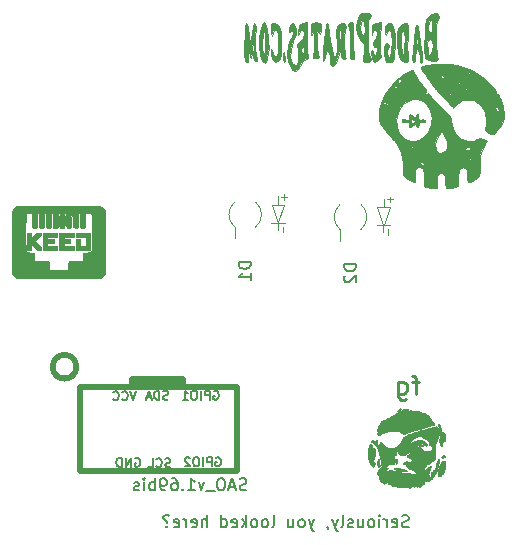
<source format=gbr>
G04 #@! TF.GenerationSoftware,KiCad,Pcbnew,(5.1.10)-1*
G04 #@! TF.CreationDate,2021-09-01T23:23:54-05:00*
G04 #@! TF.ProjectId,Bsides-KC-2021-SAO-Organizer,42736964-6573-42d4-9b43-2d323032312d,rev?*
G04 #@! TF.SameCoordinates,Original*
G04 #@! TF.FileFunction,Legend,Bot*
G04 #@! TF.FilePolarity,Positive*
%FSLAX46Y46*%
G04 Gerber Fmt 4.6, Leading zero omitted, Abs format (unit mm)*
G04 Created by KiCad (PCBNEW (5.1.10)-1) date 2021-09-01 23:23:54*
%MOMM*%
%LPD*%
G01*
G04 APERTURE LIST*
%ADD10C,0.150000*%
%ADD11C,0.120000*%
%ADD12C,0.010000*%
%ADD13C,0.500000*%
%ADD14C,0.250000*%
G04 APERTURE END LIST*
D10*
X117480952Y-100354761D02*
X117338095Y-100402380D01*
X117100000Y-100402380D01*
X117004761Y-100354761D01*
X116957142Y-100307142D01*
X116909523Y-100211904D01*
X116909523Y-100116666D01*
X116957142Y-100021428D01*
X117004761Y-99973809D01*
X117100000Y-99926190D01*
X117290476Y-99878571D01*
X117385714Y-99830952D01*
X117433333Y-99783333D01*
X117480952Y-99688095D01*
X117480952Y-99592857D01*
X117433333Y-99497619D01*
X117385714Y-99450000D01*
X117290476Y-99402380D01*
X117052380Y-99402380D01*
X116909523Y-99450000D01*
X116100000Y-100354761D02*
X116195238Y-100402380D01*
X116385714Y-100402380D01*
X116480952Y-100354761D01*
X116528571Y-100259523D01*
X116528571Y-99878571D01*
X116480952Y-99783333D01*
X116385714Y-99735714D01*
X116195238Y-99735714D01*
X116100000Y-99783333D01*
X116052380Y-99878571D01*
X116052380Y-99973809D01*
X116528571Y-100069047D01*
X115623809Y-100402380D02*
X115623809Y-99735714D01*
X115623809Y-99926190D02*
X115576190Y-99830952D01*
X115528571Y-99783333D01*
X115433333Y-99735714D01*
X115338095Y-99735714D01*
X115004761Y-100402380D02*
X115004761Y-99735714D01*
X115004761Y-99402380D02*
X115052380Y-99450000D01*
X115004761Y-99497619D01*
X114957142Y-99450000D01*
X115004761Y-99402380D01*
X115004761Y-99497619D01*
X114385714Y-100402380D02*
X114480952Y-100354761D01*
X114528571Y-100307142D01*
X114576190Y-100211904D01*
X114576190Y-99926190D01*
X114528571Y-99830952D01*
X114480952Y-99783333D01*
X114385714Y-99735714D01*
X114242857Y-99735714D01*
X114147619Y-99783333D01*
X114100000Y-99830952D01*
X114052380Y-99926190D01*
X114052380Y-100211904D01*
X114100000Y-100307142D01*
X114147619Y-100354761D01*
X114242857Y-100402380D01*
X114385714Y-100402380D01*
X113195238Y-99735714D02*
X113195238Y-100402380D01*
X113623809Y-99735714D02*
X113623809Y-100259523D01*
X113576190Y-100354761D01*
X113480952Y-100402380D01*
X113338095Y-100402380D01*
X113242857Y-100354761D01*
X113195238Y-100307142D01*
X112766666Y-100354761D02*
X112671428Y-100402380D01*
X112480952Y-100402380D01*
X112385714Y-100354761D01*
X112338095Y-100259523D01*
X112338095Y-100211904D01*
X112385714Y-100116666D01*
X112480952Y-100069047D01*
X112623809Y-100069047D01*
X112719047Y-100021428D01*
X112766666Y-99926190D01*
X112766666Y-99878571D01*
X112719047Y-99783333D01*
X112623809Y-99735714D01*
X112480952Y-99735714D01*
X112385714Y-99783333D01*
X111766666Y-100402380D02*
X111861904Y-100354761D01*
X111909523Y-100259523D01*
X111909523Y-99402380D01*
X111480952Y-99735714D02*
X111242857Y-100402380D01*
X111004761Y-99735714D02*
X111242857Y-100402380D01*
X111338095Y-100640476D01*
X111385714Y-100688095D01*
X111480952Y-100735714D01*
X110576190Y-100354761D02*
X110576190Y-100402380D01*
X110623809Y-100497619D01*
X110671428Y-100545238D01*
X109480952Y-99735714D02*
X109242857Y-100402380D01*
X109004761Y-99735714D02*
X109242857Y-100402380D01*
X109338095Y-100640476D01*
X109385714Y-100688095D01*
X109480952Y-100735714D01*
X108480952Y-100402380D02*
X108576190Y-100354761D01*
X108623809Y-100307142D01*
X108671428Y-100211904D01*
X108671428Y-99926190D01*
X108623809Y-99830952D01*
X108576190Y-99783333D01*
X108480952Y-99735714D01*
X108338095Y-99735714D01*
X108242857Y-99783333D01*
X108195238Y-99830952D01*
X108147619Y-99926190D01*
X108147619Y-100211904D01*
X108195238Y-100307142D01*
X108242857Y-100354761D01*
X108338095Y-100402380D01*
X108480952Y-100402380D01*
X107290476Y-99735714D02*
X107290476Y-100402380D01*
X107719047Y-99735714D02*
X107719047Y-100259523D01*
X107671428Y-100354761D01*
X107576190Y-100402380D01*
X107433333Y-100402380D01*
X107338095Y-100354761D01*
X107290476Y-100307142D01*
X105909523Y-100402380D02*
X106004761Y-100354761D01*
X106052380Y-100259523D01*
X106052380Y-99402380D01*
X105385714Y-100402380D02*
X105480952Y-100354761D01*
X105528571Y-100307142D01*
X105576190Y-100211904D01*
X105576190Y-99926190D01*
X105528571Y-99830952D01*
X105480952Y-99783333D01*
X105385714Y-99735714D01*
X105242857Y-99735714D01*
X105147619Y-99783333D01*
X105100000Y-99830952D01*
X105052380Y-99926190D01*
X105052380Y-100211904D01*
X105100000Y-100307142D01*
X105147619Y-100354761D01*
X105242857Y-100402380D01*
X105385714Y-100402380D01*
X104480952Y-100402380D02*
X104576190Y-100354761D01*
X104623809Y-100307142D01*
X104671428Y-100211904D01*
X104671428Y-99926190D01*
X104623809Y-99830952D01*
X104576190Y-99783333D01*
X104480952Y-99735714D01*
X104338095Y-99735714D01*
X104242857Y-99783333D01*
X104195238Y-99830952D01*
X104147619Y-99926190D01*
X104147619Y-100211904D01*
X104195238Y-100307142D01*
X104242857Y-100354761D01*
X104338095Y-100402380D01*
X104480952Y-100402380D01*
X103719047Y-100402380D02*
X103719047Y-99402380D01*
X103623809Y-100021428D02*
X103338095Y-100402380D01*
X103338095Y-99735714D02*
X103719047Y-100116666D01*
X102528571Y-100354761D02*
X102623809Y-100402380D01*
X102814285Y-100402380D01*
X102909523Y-100354761D01*
X102957142Y-100259523D01*
X102957142Y-99878571D01*
X102909523Y-99783333D01*
X102814285Y-99735714D01*
X102623809Y-99735714D01*
X102528571Y-99783333D01*
X102480952Y-99878571D01*
X102480952Y-99973809D01*
X102957142Y-100069047D01*
X101623809Y-100402380D02*
X101623809Y-99402380D01*
X101623809Y-100354761D02*
X101719047Y-100402380D01*
X101909523Y-100402380D01*
X102004761Y-100354761D01*
X102052380Y-100307142D01*
X102100000Y-100211904D01*
X102100000Y-99926190D01*
X102052380Y-99830952D01*
X102004761Y-99783333D01*
X101909523Y-99735714D01*
X101719047Y-99735714D01*
X101623809Y-99783333D01*
X100385714Y-100402380D02*
X100385714Y-99402380D01*
X99957142Y-100402380D02*
X99957142Y-99878571D01*
X100004761Y-99783333D01*
X100100000Y-99735714D01*
X100242857Y-99735714D01*
X100338095Y-99783333D01*
X100385714Y-99830952D01*
X99100000Y-100354761D02*
X99195238Y-100402380D01*
X99385714Y-100402380D01*
X99480952Y-100354761D01*
X99528571Y-100259523D01*
X99528571Y-99878571D01*
X99480952Y-99783333D01*
X99385714Y-99735714D01*
X99195238Y-99735714D01*
X99100000Y-99783333D01*
X99052380Y-99878571D01*
X99052380Y-99973809D01*
X99528571Y-100069047D01*
X98623809Y-100402380D02*
X98623809Y-99735714D01*
X98623809Y-99926190D02*
X98576190Y-99830952D01*
X98528571Y-99783333D01*
X98433333Y-99735714D01*
X98338095Y-99735714D01*
X97623809Y-100354761D02*
X97719047Y-100402380D01*
X97909523Y-100402380D01*
X98004761Y-100354761D01*
X98052380Y-100259523D01*
X98052380Y-99878571D01*
X98004761Y-99783333D01*
X97909523Y-99735714D01*
X97719047Y-99735714D01*
X97623809Y-99783333D01*
X97576190Y-99878571D01*
X97576190Y-99973809D01*
X98052380Y-100069047D01*
X97004761Y-100307142D02*
X96957142Y-100354761D01*
X97004761Y-100402380D01*
X97052380Y-100354761D01*
X97004761Y-100307142D01*
X97004761Y-100402380D01*
X97195238Y-99450000D02*
X97100000Y-99402380D01*
X96861904Y-99402380D01*
X96766666Y-99450000D01*
X96719047Y-99545238D01*
X96719047Y-99640476D01*
X96766666Y-99735714D01*
X96814285Y-99783333D01*
X96909523Y-99830952D01*
X96957142Y-99878571D01*
X97004761Y-99973809D01*
X97004761Y-100021428D01*
D11*
G04 #@! TO.C,D2*
X115355340Y-73296780D02*
X115355340Y-72585580D01*
X115329940Y-74820780D02*
X115329940Y-75430380D01*
X115939540Y-74820780D02*
X114771140Y-74820780D01*
X116117340Y-72636380D02*
X115609340Y-72636380D01*
X115863340Y-72890380D02*
X115863340Y-72407780D01*
X115329940Y-74820780D02*
X114821940Y-73322180D01*
X115888740Y-73322180D02*
X115355340Y-74795380D01*
X114821940Y-73322180D02*
X115888740Y-73322180D01*
X111661340Y-76134980D02*
X111661340Y-75184980D01*
X115763340Y-75633580D02*
X115763340Y-75150980D01*
X111683575Y-73066322D02*
G75*
G03*
X111661340Y-75184980I877765J-1068658D01*
G01*
X113439105Y-75203638D02*
G75*
G03*
X113461340Y-73084980I-877765J1068658D01*
G01*
G04 #@! TO.C,D1*
X106433620Y-73096120D02*
X106433620Y-72384920D01*
X106408220Y-74620120D02*
X106408220Y-75229720D01*
X107017820Y-74620120D02*
X105849420Y-74620120D01*
X107195620Y-72435720D02*
X106687620Y-72435720D01*
X106941620Y-72689720D02*
X106941620Y-72207120D01*
X106408220Y-74620120D02*
X105900220Y-73121520D01*
X106967020Y-73121520D02*
X106433620Y-74594720D01*
X105900220Y-73121520D02*
X106967020Y-73121520D01*
X102739620Y-75934320D02*
X102739620Y-74984320D01*
X106841620Y-75432920D02*
X106841620Y-74950320D01*
X102761855Y-72865662D02*
G75*
G03*
X102739620Y-74984320I877765J-1068658D01*
G01*
X104517385Y-75002978D02*
G75*
G03*
X104539620Y-72884320I-877765J1068658D01*
G01*
D12*
G04 #@! TO.C,G\u002A\u002A\u002A*
G36*
X118390983Y-93525947D02*
G01*
X118385050Y-93550800D01*
X118392031Y-93576962D01*
X118413682Y-93586615D01*
X118440472Y-93582002D01*
X118449966Y-93570740D01*
X118452793Y-93539299D01*
X118437578Y-93518793D01*
X118413682Y-93514984D01*
X118390983Y-93525947D01*
G37*
X118390983Y-93525947D02*
X118385050Y-93550800D01*
X118392031Y-93576962D01*
X118413682Y-93586615D01*
X118440472Y-93582002D01*
X118449966Y-93570740D01*
X118452793Y-93539299D01*
X118437578Y-93518793D01*
X118413682Y-93514984D01*
X118390983Y-93525947D01*
G36*
X116405086Y-95412317D02*
G01*
X116337105Y-95416819D01*
X116286756Y-95425492D01*
X116267325Y-95432585D01*
X116246474Y-95450864D01*
X116249237Y-95471275D01*
X116273965Y-95493319D01*
X116319008Y-95516495D01*
X116382718Y-95540301D01*
X116463445Y-95564239D01*
X116559540Y-95587807D01*
X116669354Y-95610504D01*
X116791237Y-95631831D01*
X116923541Y-95651286D01*
X117032500Y-95664794D01*
X117123781Y-95674707D01*
X117192908Y-95680881D01*
X117242842Y-95683366D01*
X117276544Y-95682212D01*
X117296976Y-95677470D01*
X117306944Y-95669446D01*
X117305019Y-95650368D01*
X117282446Y-95625388D01*
X117242743Y-95596413D01*
X117189433Y-95565351D01*
X117126034Y-95534107D01*
X117056068Y-95504591D01*
X116983054Y-95478708D01*
X116922994Y-95461436D01*
X116846814Y-95445209D01*
X116760383Y-95431925D01*
X116668347Y-95421789D01*
X116575354Y-95415006D01*
X116486051Y-95411781D01*
X116405086Y-95412317D01*
G37*
X116405086Y-95412317D02*
X116337105Y-95416819D01*
X116286756Y-95425492D01*
X116267325Y-95432585D01*
X116246474Y-95450864D01*
X116249237Y-95471275D01*
X116273965Y-95493319D01*
X116319008Y-95516495D01*
X116382718Y-95540301D01*
X116463445Y-95564239D01*
X116559540Y-95587807D01*
X116669354Y-95610504D01*
X116791237Y-95631831D01*
X116923541Y-95651286D01*
X117032500Y-95664794D01*
X117123781Y-95674707D01*
X117192908Y-95680881D01*
X117242842Y-95683366D01*
X117276544Y-95682212D01*
X117296976Y-95677470D01*
X117306944Y-95669446D01*
X117305019Y-95650368D01*
X117282446Y-95625388D01*
X117242743Y-95596413D01*
X117189433Y-95565351D01*
X117126034Y-95534107D01*
X117056068Y-95504591D01*
X116983054Y-95478708D01*
X116922994Y-95461436D01*
X116846814Y-95445209D01*
X116760383Y-95431925D01*
X116668347Y-95421789D01*
X116575354Y-95415006D01*
X116486051Y-95411781D01*
X116405086Y-95412317D01*
G36*
X116724832Y-90347436D02*
G01*
X116685105Y-90373378D01*
X116641881Y-90410620D01*
X116599784Y-90454258D01*
X116563439Y-90499389D01*
X116537472Y-90541107D01*
X116526507Y-90574510D01*
X116526696Y-90581312D01*
X116537425Y-90606079D01*
X116561171Y-90612024D01*
X116599898Y-90599363D01*
X116616265Y-90591158D01*
X116651212Y-90568634D01*
X116692459Y-90536198D01*
X116735277Y-90498373D01*
X116774933Y-90459682D01*
X116806698Y-90424647D01*
X116825841Y-90397792D01*
X116829300Y-90387490D01*
X116817985Y-90362356D01*
X116789531Y-90343917D01*
X116756437Y-90337700D01*
X116724832Y-90347436D01*
G37*
X116724832Y-90347436D02*
X116685105Y-90373378D01*
X116641881Y-90410620D01*
X116599784Y-90454258D01*
X116563439Y-90499389D01*
X116537472Y-90541107D01*
X116526507Y-90574510D01*
X116526696Y-90581312D01*
X116537425Y-90606079D01*
X116561171Y-90612024D01*
X116599898Y-90599363D01*
X116616265Y-90591158D01*
X116651212Y-90568634D01*
X116692459Y-90536198D01*
X116735277Y-90498373D01*
X116774933Y-90459682D01*
X116806698Y-90424647D01*
X116825841Y-90397792D01*
X116829300Y-90387490D01*
X116817985Y-90362356D01*
X116789531Y-90343917D01*
X116756437Y-90337700D01*
X116724832Y-90347436D01*
G36*
X117110791Y-90377771D02*
G01*
X117086300Y-90384226D01*
X117059159Y-90396966D01*
X117025178Y-90417730D01*
X116980162Y-90448256D01*
X116919920Y-90490281D01*
X116888571Y-90512126D01*
X116848882Y-90537852D01*
X116791475Y-90572545D01*
X116721155Y-90613428D01*
X116642726Y-90657727D01*
X116560992Y-90702664D01*
X116528543Y-90720146D01*
X116436166Y-90769853D01*
X116335085Y-90824669D01*
X116232891Y-90880449D01*
X116137177Y-90933050D01*
X116055533Y-90978324D01*
X116048250Y-90982393D01*
X115913951Y-91056601D01*
X115783148Y-91127204D01*
X115659259Y-91192434D01*
X115545703Y-91250526D01*
X115445899Y-91299712D01*
X115363264Y-91338227D01*
X115338982Y-91348880D01*
X115281569Y-91376371D01*
X115225849Y-91407858D01*
X115181182Y-91437899D01*
X115169541Y-91447374D01*
X115137148Y-91477966D01*
X115121271Y-91500416D01*
X115117927Y-91521581D01*
X115119618Y-91533364D01*
X115120473Y-91555663D01*
X115111893Y-91580168D01*
X115091047Y-91612691D01*
X115063355Y-91648733D01*
X114995918Y-91736822D01*
X114945723Y-91810537D01*
X114911167Y-91872536D01*
X114890648Y-91925476D01*
X114886576Y-91941923D01*
X114871891Y-91992318D01*
X114851043Y-92042089D01*
X114842092Y-92058550D01*
X114810406Y-92111375D01*
X114790233Y-92146920D01*
X114779790Y-92169541D01*
X114777290Y-92183599D01*
X114780949Y-92193452D01*
X114784792Y-92198480D01*
X114805944Y-92210384D01*
X114840850Y-92218598D01*
X114852265Y-92219793D01*
X114885823Y-92223914D01*
X114900731Y-92232829D01*
X114903738Y-92251224D01*
X114903564Y-92255400D01*
X114897856Y-92281808D01*
X114884236Y-92323351D01*
X114865373Y-92372072D01*
X114860452Y-92383742D01*
X114836339Y-92447390D01*
X114827148Y-92494640D01*
X114833269Y-92529923D01*
X114855087Y-92557671D01*
X114877016Y-92573246D01*
X114923103Y-92594003D01*
X114965315Y-92593799D01*
X115006850Y-92576709D01*
X115037994Y-92557661D01*
X115078723Y-92529905D01*
X115109174Y-92507693D01*
X115203350Y-92448170D01*
X115318615Y-92394327D01*
X115451145Y-92346885D01*
X115597116Y-92306566D01*
X115752707Y-92274091D01*
X115914093Y-92250181D01*
X116077452Y-92235559D01*
X116238960Y-92230945D01*
X116394794Y-92237062D01*
X116490359Y-92247018D01*
X116586017Y-92262488D01*
X116663006Y-92282228D01*
X116728009Y-92308988D01*
X116787712Y-92345512D01*
X116848350Y-92394158D01*
X116902650Y-92439986D01*
X116945394Y-92470254D01*
X116982715Y-92487630D01*
X117020744Y-92494783D01*
X117065612Y-92494383D01*
X117076727Y-92493569D01*
X117115279Y-92488043D01*
X117160771Y-92476407D01*
X117217320Y-92457291D01*
X117289043Y-92429326D01*
X117363288Y-92398313D01*
X117435110Y-92368181D01*
X117505142Y-92339920D01*
X117575508Y-92312881D01*
X117648334Y-92286416D01*
X117725745Y-92259877D01*
X117809867Y-92232616D01*
X117902826Y-92203986D01*
X118006745Y-92173337D01*
X118123752Y-92140021D01*
X118255972Y-92103392D01*
X118405529Y-92062800D01*
X118574550Y-92017598D01*
X118765160Y-91967137D01*
X118854950Y-91943487D01*
X119009646Y-91902201D01*
X119151954Y-91863046D01*
X119280308Y-91826507D01*
X119393138Y-91793071D01*
X119488876Y-91763226D01*
X119565953Y-91737458D01*
X119622801Y-91716254D01*
X119657851Y-91700101D01*
X119669319Y-91690741D01*
X119667689Y-91662554D01*
X119648143Y-91618361D01*
X119611483Y-91559320D01*
X119558514Y-91486593D01*
X119490040Y-91401338D01*
X119406866Y-91304715D01*
X119383480Y-91278485D01*
X119329174Y-91216606D01*
X119272902Y-91150163D01*
X119220705Y-91086427D01*
X119178624Y-91032674D01*
X119172379Y-91024335D01*
X119124497Y-90963484D01*
X119080267Y-90917059D01*
X119031419Y-90877060D01*
X118992258Y-90850046D01*
X118935186Y-90812889D01*
X118893815Y-90787602D01*
X118862749Y-90771909D01*
X118836593Y-90763534D01*
X118809950Y-90760202D01*
X118777909Y-90759637D01*
X118754083Y-90758973D01*
X118730548Y-90756080D01*
X118703824Y-90749716D01*
X118670431Y-90738639D01*
X118626888Y-90721607D01*
X118569713Y-90697378D01*
X118495427Y-90664710D01*
X118429500Y-90635315D01*
X118382630Y-90615061D01*
X118343864Y-90600970D01*
X118306004Y-90591521D01*
X118261850Y-90585193D01*
X118204206Y-90580467D01*
X118155926Y-90577523D01*
X118079932Y-90572102D01*
X118000189Y-90564665D01*
X117926870Y-90556251D01*
X117876526Y-90548994D01*
X117774954Y-90532949D01*
X117694468Y-90522963D01*
X117631387Y-90519456D01*
X117582030Y-90522849D01*
X117542717Y-90533562D01*
X117509766Y-90552016D01*
X117479498Y-90578631D01*
X117463270Y-90596206D01*
X117426204Y-90631770D01*
X117382599Y-90663755D01*
X117336925Y-90690199D01*
X117293657Y-90709142D01*
X117257265Y-90718623D01*
X117232222Y-90716681D01*
X117223000Y-90701555D01*
X117231849Y-90675584D01*
X117254286Y-90641092D01*
X117284148Y-90605527D01*
X117315273Y-90576339D01*
X117338510Y-90561955D01*
X117368175Y-90542514D01*
X117375400Y-90520424D01*
X117383166Y-90495237D01*
X117394450Y-90485507D01*
X117410206Y-90468263D01*
X117413500Y-90452724D01*
X117401282Y-90424179D01*
X117364805Y-90402341D01*
X117304334Y-90387306D01*
X117220136Y-90379171D01*
X117210300Y-90378736D01*
X117168599Y-90376764D01*
X117136827Y-90375863D01*
X117110791Y-90377771D01*
G37*
X117110791Y-90377771D02*
X117086300Y-90384226D01*
X117059159Y-90396966D01*
X117025178Y-90417730D01*
X116980162Y-90448256D01*
X116919920Y-90490281D01*
X116888571Y-90512126D01*
X116848882Y-90537852D01*
X116791475Y-90572545D01*
X116721155Y-90613428D01*
X116642726Y-90657727D01*
X116560992Y-90702664D01*
X116528543Y-90720146D01*
X116436166Y-90769853D01*
X116335085Y-90824669D01*
X116232891Y-90880449D01*
X116137177Y-90933050D01*
X116055533Y-90978324D01*
X116048250Y-90982393D01*
X115913951Y-91056601D01*
X115783148Y-91127204D01*
X115659259Y-91192434D01*
X115545703Y-91250526D01*
X115445899Y-91299712D01*
X115363264Y-91338227D01*
X115338982Y-91348880D01*
X115281569Y-91376371D01*
X115225849Y-91407858D01*
X115181182Y-91437899D01*
X115169541Y-91447374D01*
X115137148Y-91477966D01*
X115121271Y-91500416D01*
X115117927Y-91521581D01*
X115119618Y-91533364D01*
X115120473Y-91555663D01*
X115111893Y-91580168D01*
X115091047Y-91612691D01*
X115063355Y-91648733D01*
X114995918Y-91736822D01*
X114945723Y-91810537D01*
X114911167Y-91872536D01*
X114890648Y-91925476D01*
X114886576Y-91941923D01*
X114871891Y-91992318D01*
X114851043Y-92042089D01*
X114842092Y-92058550D01*
X114810406Y-92111375D01*
X114790233Y-92146920D01*
X114779790Y-92169541D01*
X114777290Y-92183599D01*
X114780949Y-92193452D01*
X114784792Y-92198480D01*
X114805944Y-92210384D01*
X114840850Y-92218598D01*
X114852265Y-92219793D01*
X114885823Y-92223914D01*
X114900731Y-92232829D01*
X114903738Y-92251224D01*
X114903564Y-92255400D01*
X114897856Y-92281808D01*
X114884236Y-92323351D01*
X114865373Y-92372072D01*
X114860452Y-92383742D01*
X114836339Y-92447390D01*
X114827148Y-92494640D01*
X114833269Y-92529923D01*
X114855087Y-92557671D01*
X114877016Y-92573246D01*
X114923103Y-92594003D01*
X114965315Y-92593799D01*
X115006850Y-92576709D01*
X115037994Y-92557661D01*
X115078723Y-92529905D01*
X115109174Y-92507693D01*
X115203350Y-92448170D01*
X115318615Y-92394327D01*
X115451145Y-92346885D01*
X115597116Y-92306566D01*
X115752707Y-92274091D01*
X115914093Y-92250181D01*
X116077452Y-92235559D01*
X116238960Y-92230945D01*
X116394794Y-92237062D01*
X116490359Y-92247018D01*
X116586017Y-92262488D01*
X116663006Y-92282228D01*
X116728009Y-92308988D01*
X116787712Y-92345512D01*
X116848350Y-92394158D01*
X116902650Y-92439986D01*
X116945394Y-92470254D01*
X116982715Y-92487630D01*
X117020744Y-92494783D01*
X117065612Y-92494383D01*
X117076727Y-92493569D01*
X117115279Y-92488043D01*
X117160771Y-92476407D01*
X117217320Y-92457291D01*
X117289043Y-92429326D01*
X117363288Y-92398313D01*
X117435110Y-92368181D01*
X117505142Y-92339920D01*
X117575508Y-92312881D01*
X117648334Y-92286416D01*
X117725745Y-92259877D01*
X117809867Y-92232616D01*
X117902826Y-92203986D01*
X118006745Y-92173337D01*
X118123752Y-92140021D01*
X118255972Y-92103392D01*
X118405529Y-92062800D01*
X118574550Y-92017598D01*
X118765160Y-91967137D01*
X118854950Y-91943487D01*
X119009646Y-91902201D01*
X119151954Y-91863046D01*
X119280308Y-91826507D01*
X119393138Y-91793071D01*
X119488876Y-91763226D01*
X119565953Y-91737458D01*
X119622801Y-91716254D01*
X119657851Y-91700101D01*
X119669319Y-91690741D01*
X119667689Y-91662554D01*
X119648143Y-91618361D01*
X119611483Y-91559320D01*
X119558514Y-91486593D01*
X119490040Y-91401338D01*
X119406866Y-91304715D01*
X119383480Y-91278485D01*
X119329174Y-91216606D01*
X119272902Y-91150163D01*
X119220705Y-91086427D01*
X119178624Y-91032674D01*
X119172379Y-91024335D01*
X119124497Y-90963484D01*
X119080267Y-90917059D01*
X119031419Y-90877060D01*
X118992258Y-90850046D01*
X118935186Y-90812889D01*
X118893815Y-90787602D01*
X118862749Y-90771909D01*
X118836593Y-90763534D01*
X118809950Y-90760202D01*
X118777909Y-90759637D01*
X118754083Y-90758973D01*
X118730548Y-90756080D01*
X118703824Y-90749716D01*
X118670431Y-90738639D01*
X118626888Y-90721607D01*
X118569713Y-90697378D01*
X118495427Y-90664710D01*
X118429500Y-90635315D01*
X118382630Y-90615061D01*
X118343864Y-90600970D01*
X118306004Y-90591521D01*
X118261850Y-90585193D01*
X118204206Y-90580467D01*
X118155926Y-90577523D01*
X118079932Y-90572102D01*
X118000189Y-90564665D01*
X117926870Y-90556251D01*
X117876526Y-90548994D01*
X117774954Y-90532949D01*
X117694468Y-90522963D01*
X117631387Y-90519456D01*
X117582030Y-90522849D01*
X117542717Y-90533562D01*
X117509766Y-90552016D01*
X117479498Y-90578631D01*
X117463270Y-90596206D01*
X117426204Y-90631770D01*
X117382599Y-90663755D01*
X117336925Y-90690199D01*
X117293657Y-90709142D01*
X117257265Y-90718623D01*
X117232222Y-90716681D01*
X117223000Y-90701555D01*
X117231849Y-90675584D01*
X117254286Y-90641092D01*
X117284148Y-90605527D01*
X117315273Y-90576339D01*
X117338510Y-90561955D01*
X117368175Y-90542514D01*
X117375400Y-90520424D01*
X117383166Y-90495237D01*
X117394450Y-90485507D01*
X117410206Y-90468263D01*
X117413500Y-90452724D01*
X117401282Y-90424179D01*
X117364805Y-90402341D01*
X117304334Y-90387306D01*
X117220136Y-90379171D01*
X117210300Y-90378736D01*
X117168599Y-90376764D01*
X117136827Y-90375863D01*
X117110791Y-90377771D01*
G36*
X114391078Y-93054680D02*
G01*
X114366812Y-93080020D01*
X114359608Y-93090198D01*
X114334308Y-93135448D01*
X114328322Y-93171351D01*
X114343095Y-93200337D01*
X114380075Y-93224838D01*
X114440706Y-93247283D01*
X114455695Y-93251710D01*
X114501299Y-93267754D01*
X114537623Y-93289285D01*
X114569880Y-93321115D01*
X114603281Y-93368056D01*
X114630456Y-93413033D01*
X114662640Y-93462969D01*
X114688894Y-93490090D01*
X114711480Y-93495623D01*
X114732660Y-93480797D01*
X114739390Y-93472123D01*
X114761356Y-93429825D01*
X114782014Y-93370359D01*
X114799241Y-93301941D01*
X114810915Y-93232791D01*
X114814878Y-93179954D01*
X114814558Y-93131128D01*
X114810583Y-93100888D01*
X114801450Y-93082509D01*
X114790950Y-93072930D01*
X114761354Y-93061187D01*
X114740150Y-93061835D01*
X114671348Y-93075046D01*
X114597606Y-93077518D01*
X114530731Y-93069166D01*
X114510610Y-93063494D01*
X114456612Y-93047543D01*
X114418889Y-93044230D01*
X114391078Y-93054680D01*
G37*
X114391078Y-93054680D02*
X114366812Y-93080020D01*
X114359608Y-93090198D01*
X114334308Y-93135448D01*
X114328322Y-93171351D01*
X114343095Y-93200337D01*
X114380075Y-93224838D01*
X114440706Y-93247283D01*
X114455695Y-93251710D01*
X114501299Y-93267754D01*
X114537623Y-93289285D01*
X114569880Y-93321115D01*
X114603281Y-93368056D01*
X114630456Y-93413033D01*
X114662640Y-93462969D01*
X114688894Y-93490090D01*
X114711480Y-93495623D01*
X114732660Y-93480797D01*
X114739390Y-93472123D01*
X114761356Y-93429825D01*
X114782014Y-93370359D01*
X114799241Y-93301941D01*
X114810915Y-93232791D01*
X114814878Y-93179954D01*
X114814558Y-93131128D01*
X114810583Y-93100888D01*
X114801450Y-93082509D01*
X114790950Y-93072930D01*
X114761354Y-93061187D01*
X114740150Y-93061835D01*
X114671348Y-93075046D01*
X114597606Y-93077518D01*
X114530731Y-93069166D01*
X114510610Y-93063494D01*
X114456612Y-93047543D01*
X114418889Y-93044230D01*
X114391078Y-93054680D01*
G36*
X120398997Y-94309841D02*
G01*
X120348307Y-94335326D01*
X120302019Y-94370947D01*
X120271456Y-94407312D01*
X120254791Y-94437437D01*
X120251624Y-94458721D01*
X120260793Y-94483066D01*
X120263531Y-94488435D01*
X120290220Y-94524410D01*
X120324514Y-94539861D01*
X120369824Y-94535439D01*
X120417050Y-94517684D01*
X120470856Y-94488029D01*
X120514119Y-94454363D01*
X120542121Y-94420992D01*
X120550400Y-94395952D01*
X120539276Y-94361192D01*
X120511259Y-94328860D01*
X120474385Y-94306265D01*
X120445009Y-94300100D01*
X120398997Y-94309841D01*
G37*
X120398997Y-94309841D02*
X120348307Y-94335326D01*
X120302019Y-94370947D01*
X120271456Y-94407312D01*
X120254791Y-94437437D01*
X120251624Y-94458721D01*
X120260793Y-94483066D01*
X120263531Y-94488435D01*
X120290220Y-94524410D01*
X120324514Y-94539861D01*
X120369824Y-94535439D01*
X120417050Y-94517684D01*
X120470856Y-94488029D01*
X120514119Y-94454363D01*
X120542121Y-94420992D01*
X120550400Y-94395952D01*
X120539276Y-94361192D01*
X120511259Y-94328860D01*
X120474385Y-94306265D01*
X120445009Y-94300100D01*
X120398997Y-94309841D01*
G36*
X114226465Y-93333900D02*
G01*
X114201868Y-93366704D01*
X114173877Y-93417170D01*
X114144055Y-93481853D01*
X114113967Y-93557309D01*
X114085175Y-93640096D01*
X114059245Y-93726768D01*
X114054726Y-93743559D01*
X114018617Y-93927521D01*
X114004215Y-94120553D01*
X114011252Y-94318985D01*
X114039460Y-94519150D01*
X114088572Y-94717377D01*
X114135761Y-94854354D01*
X114170981Y-94935703D01*
X114212345Y-95015594D01*
X114257415Y-95090651D01*
X114303758Y-95157494D01*
X114348937Y-95212746D01*
X114390517Y-95253029D01*
X114426062Y-95274965D01*
X114441216Y-95278000D01*
X114466876Y-95270472D01*
X114495148Y-95253243D01*
X114524378Y-95223820D01*
X114557534Y-95181064D01*
X114589108Y-95133229D01*
X114613593Y-95088568D01*
X114624802Y-95058908D01*
X114626166Y-95034250D01*
X114615748Y-95009329D01*
X114590105Y-94976595D01*
X114584251Y-94970008D01*
X114531647Y-94909900D01*
X114495561Y-94863114D01*
X114474575Y-94824987D01*
X114467270Y-94790857D01*
X114472226Y-94756062D01*
X114488025Y-94715941D01*
X114499678Y-94692167D01*
X114517548Y-94649420D01*
X114536533Y-94592046D01*
X114553300Y-94530429D01*
X114557623Y-94511648D01*
X114571831Y-94452706D01*
X114587701Y-94396406D01*
X114602493Y-94352208D01*
X114607002Y-94341135D01*
X114629761Y-94272831D01*
X114646255Y-94189341D01*
X114656006Y-94098287D01*
X114658539Y-94007289D01*
X114653377Y-93923968D01*
X114640042Y-93855944D01*
X114637802Y-93848971D01*
X114619255Y-93802615D01*
X114596171Y-93756443D01*
X114572075Y-93716333D01*
X114550489Y-93688162D01*
X114535184Y-93677800D01*
X114511694Y-93689193D01*
X114482177Y-93720821D01*
X114448739Y-93768855D01*
X114413487Y-93829467D01*
X114378525Y-93898829D01*
X114345961Y-93973112D01*
X114317900Y-94048489D01*
X114301131Y-94103239D01*
X114280973Y-94220713D01*
X114284414Y-94341625D01*
X114311545Y-94468611D01*
X114314366Y-94477900D01*
X114332014Y-94540186D01*
X114339465Y-94582004D01*
X114336664Y-94606172D01*
X114323553Y-94615511D01*
X114311644Y-94615308D01*
X114287930Y-94604685D01*
X114269208Y-94578559D01*
X114254422Y-94534183D01*
X114242518Y-94468805D01*
X114236419Y-94419262D01*
X114229289Y-94238084D01*
X114246471Y-94051299D01*
X114287795Y-93860084D01*
X114338686Y-93703200D01*
X114358258Y-93626248D01*
X114364579Y-93543030D01*
X114356974Y-93465567D01*
X114352994Y-93449144D01*
X114336895Y-93412247D01*
X114311477Y-93374576D01*
X114282541Y-93343020D01*
X114255889Y-93324469D01*
X114246102Y-93322200D01*
X114226465Y-93333900D01*
G37*
X114226465Y-93333900D02*
X114201868Y-93366704D01*
X114173877Y-93417170D01*
X114144055Y-93481853D01*
X114113967Y-93557309D01*
X114085175Y-93640096D01*
X114059245Y-93726768D01*
X114054726Y-93743559D01*
X114018617Y-93927521D01*
X114004215Y-94120553D01*
X114011252Y-94318985D01*
X114039460Y-94519150D01*
X114088572Y-94717377D01*
X114135761Y-94854354D01*
X114170981Y-94935703D01*
X114212345Y-95015594D01*
X114257415Y-95090651D01*
X114303758Y-95157494D01*
X114348937Y-95212746D01*
X114390517Y-95253029D01*
X114426062Y-95274965D01*
X114441216Y-95278000D01*
X114466876Y-95270472D01*
X114495148Y-95253243D01*
X114524378Y-95223820D01*
X114557534Y-95181064D01*
X114589108Y-95133229D01*
X114613593Y-95088568D01*
X114624802Y-95058908D01*
X114626166Y-95034250D01*
X114615748Y-95009329D01*
X114590105Y-94976595D01*
X114584251Y-94970008D01*
X114531647Y-94909900D01*
X114495561Y-94863114D01*
X114474575Y-94824987D01*
X114467270Y-94790857D01*
X114472226Y-94756062D01*
X114488025Y-94715941D01*
X114499678Y-94692167D01*
X114517548Y-94649420D01*
X114536533Y-94592046D01*
X114553300Y-94530429D01*
X114557623Y-94511648D01*
X114571831Y-94452706D01*
X114587701Y-94396406D01*
X114602493Y-94352208D01*
X114607002Y-94341135D01*
X114629761Y-94272831D01*
X114646255Y-94189341D01*
X114656006Y-94098287D01*
X114658539Y-94007289D01*
X114653377Y-93923968D01*
X114640042Y-93855944D01*
X114637802Y-93848971D01*
X114619255Y-93802615D01*
X114596171Y-93756443D01*
X114572075Y-93716333D01*
X114550489Y-93688162D01*
X114535184Y-93677800D01*
X114511694Y-93689193D01*
X114482177Y-93720821D01*
X114448739Y-93768855D01*
X114413487Y-93829467D01*
X114378525Y-93898829D01*
X114345961Y-93973112D01*
X114317900Y-94048489D01*
X114301131Y-94103239D01*
X114280973Y-94220713D01*
X114284414Y-94341625D01*
X114311545Y-94468611D01*
X114314366Y-94477900D01*
X114332014Y-94540186D01*
X114339465Y-94582004D01*
X114336664Y-94606172D01*
X114323553Y-94615511D01*
X114311644Y-94615308D01*
X114287930Y-94604685D01*
X114269208Y-94578559D01*
X114254422Y-94534183D01*
X114242518Y-94468805D01*
X114236419Y-94419262D01*
X114229289Y-94238084D01*
X114246471Y-94051299D01*
X114287795Y-93860084D01*
X114338686Y-93703200D01*
X114358258Y-93626248D01*
X114364579Y-93543030D01*
X114356974Y-93465567D01*
X114352994Y-93449144D01*
X114336895Y-93412247D01*
X114311477Y-93374576D01*
X114282541Y-93343020D01*
X114255889Y-93324469D01*
X114246102Y-93322200D01*
X114226465Y-93333900D01*
G36*
X114880307Y-94629349D02*
G01*
X114862063Y-94659553D01*
X114846887Y-94712268D01*
X114835131Y-94786555D01*
X114827145Y-94881477D01*
X114825997Y-94903592D01*
X114824575Y-95020607D01*
X114832027Y-95118303D01*
X114848122Y-95195306D01*
X114872632Y-95250241D01*
X114886802Y-95267855D01*
X114917274Y-95293934D01*
X114943497Y-95301374D01*
X114974735Y-95291037D01*
X114997325Y-95278139D01*
X115025315Y-95257614D01*
X115036454Y-95236044D01*
X115032276Y-95205896D01*
X115019132Y-95171007D01*
X115009975Y-95139079D01*
X115000496Y-95089330D01*
X114991976Y-95029293D01*
X114986994Y-94982131D01*
X114976039Y-94871276D01*
X114964884Y-94783875D01*
X114953176Y-94717984D01*
X114940557Y-94671658D01*
X114926675Y-94642952D01*
X114924599Y-94640214D01*
X114901269Y-94622590D01*
X114880307Y-94629349D01*
G37*
X114880307Y-94629349D02*
X114862063Y-94659553D01*
X114846887Y-94712268D01*
X114835131Y-94786555D01*
X114827145Y-94881477D01*
X114825997Y-94903592D01*
X114824575Y-95020607D01*
X114832027Y-95118303D01*
X114848122Y-95195306D01*
X114872632Y-95250241D01*
X114886802Y-95267855D01*
X114917274Y-95293934D01*
X114943497Y-95301374D01*
X114974735Y-95291037D01*
X114997325Y-95278139D01*
X115025315Y-95257614D01*
X115036454Y-95236044D01*
X115032276Y-95205896D01*
X115019132Y-95171007D01*
X115009975Y-95139079D01*
X115000496Y-95089330D01*
X114991976Y-95029293D01*
X114986994Y-94982131D01*
X114976039Y-94871276D01*
X114964884Y-94783875D01*
X114953176Y-94717984D01*
X114940557Y-94671658D01*
X114926675Y-94642952D01*
X114924599Y-94640214D01*
X114901269Y-94622590D01*
X114880307Y-94629349D01*
G36*
X120327636Y-94792120D02*
G01*
X120313247Y-94801398D01*
X120290875Y-94826407D01*
X120272133Y-94862245D01*
X120270169Y-94867770D01*
X120253411Y-94905944D01*
X120228107Y-94950542D01*
X120213491Y-94972506D01*
X120171945Y-95038351D01*
X120125616Y-95125224D01*
X120076238Y-95229603D01*
X120025547Y-95347967D01*
X120012273Y-95380834D01*
X119976677Y-95480224D01*
X119956917Y-95560645D01*
X119952879Y-95622898D01*
X119964447Y-95667782D01*
X119970148Y-95676911D01*
X119996694Y-95694766D01*
X120038494Y-95704267D01*
X120086563Y-95704648D01*
X120131914Y-95695143D01*
X120141027Y-95691473D01*
X120192650Y-95659370D01*
X120247905Y-95610550D01*
X120300476Y-95551663D01*
X120344046Y-95489363D01*
X120359155Y-95461739D01*
X120381976Y-95409158D01*
X120397518Y-95355760D01*
X120408365Y-95291554D01*
X120412481Y-95255726D01*
X120418110Y-95168255D01*
X120417694Y-95079625D01*
X120411800Y-94994885D01*
X120400995Y-94919086D01*
X120385844Y-94857278D01*
X120366915Y-94814510D01*
X120362257Y-94808105D01*
X120344335Y-94790437D01*
X120327636Y-94792120D01*
G37*
X120327636Y-94792120D02*
X120313247Y-94801398D01*
X120290875Y-94826407D01*
X120272133Y-94862245D01*
X120270169Y-94867770D01*
X120253411Y-94905944D01*
X120228107Y-94950542D01*
X120213491Y-94972506D01*
X120171945Y-95038351D01*
X120125616Y-95125224D01*
X120076238Y-95229603D01*
X120025547Y-95347967D01*
X120012273Y-95380834D01*
X119976677Y-95480224D01*
X119956917Y-95560645D01*
X119952879Y-95622898D01*
X119964447Y-95667782D01*
X119970148Y-95676911D01*
X119996694Y-95694766D01*
X120038494Y-95704267D01*
X120086563Y-95704648D01*
X120131914Y-95695143D01*
X120141027Y-95691473D01*
X120192650Y-95659370D01*
X120247905Y-95610550D01*
X120300476Y-95551663D01*
X120344046Y-95489363D01*
X120359155Y-95461739D01*
X120381976Y-95409158D01*
X120397518Y-95355760D01*
X120408365Y-95291554D01*
X120412481Y-95255726D01*
X120418110Y-95168255D01*
X120417694Y-95079625D01*
X120411800Y-94994885D01*
X120400995Y-94919086D01*
X120385844Y-94857278D01*
X120366915Y-94814510D01*
X120362257Y-94808105D01*
X120344335Y-94790437D01*
X120327636Y-94792120D01*
G36*
X120489806Y-94830056D02*
G01*
X120480509Y-94843025D01*
X120477499Y-94861640D01*
X120474006Y-94901783D01*
X120470263Y-94959592D01*
X120466505Y-95031206D01*
X120462965Y-95112763D01*
X120461083Y-95163700D01*
X120457479Y-95251642D01*
X120453048Y-95334085D01*
X120448110Y-95406625D01*
X120442983Y-95464861D01*
X120437987Y-95504391D01*
X120435550Y-95516078D01*
X120411553Y-95573196D01*
X120371989Y-95625688D01*
X120314713Y-95675249D01*
X120237585Y-95723574D01*
X120138460Y-95772355D01*
X120079355Y-95797705D01*
X120012370Y-95827970D01*
X119967068Y-95855445D01*
X119940323Y-95882775D01*
X119929007Y-95912610D01*
X119928100Y-95925752D01*
X119938596Y-95963255D01*
X119965852Y-96004610D01*
X120003519Y-96043588D01*
X120045248Y-96073956D01*
X120084692Y-96089484D01*
X120095745Y-96090302D01*
X120118334Y-96085076D01*
X120149799Y-96073172D01*
X120150350Y-96072928D01*
X120192960Y-96045372D01*
X120242814Y-95999119D01*
X120296461Y-95938514D01*
X120350451Y-95867897D01*
X120401334Y-95791613D01*
X120445657Y-95714003D01*
X120462282Y-95680363D01*
X120493746Y-95602700D01*
X120521984Y-95513031D01*
X120546469Y-95415405D01*
X120566673Y-95313872D01*
X120582071Y-95212483D01*
X120592135Y-95115288D01*
X120596339Y-95026337D01*
X120594154Y-94949681D01*
X120585056Y-94889368D01*
X120570074Y-94851719D01*
X120544903Y-94828703D01*
X120515211Y-94821197D01*
X120489806Y-94830056D01*
G37*
X120489806Y-94830056D02*
X120480509Y-94843025D01*
X120477499Y-94861640D01*
X120474006Y-94901783D01*
X120470263Y-94959592D01*
X120466505Y-95031206D01*
X120462965Y-95112763D01*
X120461083Y-95163700D01*
X120457479Y-95251642D01*
X120453048Y-95334085D01*
X120448110Y-95406625D01*
X120442983Y-95464861D01*
X120437987Y-95504391D01*
X120435550Y-95516078D01*
X120411553Y-95573196D01*
X120371989Y-95625688D01*
X120314713Y-95675249D01*
X120237585Y-95723574D01*
X120138460Y-95772355D01*
X120079355Y-95797705D01*
X120012370Y-95827970D01*
X119967068Y-95855445D01*
X119940323Y-95882775D01*
X119929007Y-95912610D01*
X119928100Y-95925752D01*
X119938596Y-95963255D01*
X119965852Y-96004610D01*
X120003519Y-96043588D01*
X120045248Y-96073956D01*
X120084692Y-96089484D01*
X120095745Y-96090302D01*
X120118334Y-96085076D01*
X120149799Y-96073172D01*
X120150350Y-96072928D01*
X120192960Y-96045372D01*
X120242814Y-95999119D01*
X120296461Y-95938514D01*
X120350451Y-95867897D01*
X120401334Y-95791613D01*
X120445657Y-95714003D01*
X120462282Y-95680363D01*
X120493746Y-95602700D01*
X120521984Y-95513031D01*
X120546469Y-95415405D01*
X120566673Y-95313872D01*
X120582071Y-95212483D01*
X120592135Y-95115288D01*
X120596339Y-95026337D01*
X120594154Y-94949681D01*
X120585056Y-94889368D01*
X120570074Y-94851719D01*
X120544903Y-94828703D01*
X120515211Y-94821197D01*
X120489806Y-94830056D01*
G36*
X119991041Y-94630599D02*
G01*
X119959763Y-94658286D01*
X119929954Y-94703780D01*
X119906190Y-94759677D01*
X119901406Y-94775587D01*
X119886795Y-94817985D01*
X119865999Y-94866239D01*
X119856980Y-94884418D01*
X119841720Y-94917119D01*
X119832808Y-94948488D01*
X119828916Y-94986728D01*
X119828713Y-95040040D01*
X119829082Y-95056631D01*
X119829736Y-95113507D01*
X119827148Y-95153930D01*
X119819620Y-95186801D01*
X119805453Y-95221022D01*
X119792882Y-95246250D01*
X119757693Y-95322728D01*
X119730142Y-95398132D01*
X119713047Y-95464291D01*
X119709644Y-95487550D01*
X119706207Y-95509620D01*
X119697132Y-95520432D01*
X119675669Y-95523244D01*
X119639205Y-95521569D01*
X119599645Y-95520298D01*
X119577748Y-95524483D01*
X119565934Y-95536768D01*
X119560581Y-95548997D01*
X119555949Y-95575739D01*
X119553950Y-95619824D01*
X119554837Y-95673306D01*
X119555951Y-95693953D01*
X119558195Y-95755265D01*
X119556418Y-95802188D01*
X119550837Y-95829561D01*
X119550201Y-95830807D01*
X119541745Y-95840867D01*
X119531367Y-95837918D01*
X119515421Y-95818959D01*
X119490911Y-95782007D01*
X119454955Y-95734138D01*
X119423183Y-95710727D01*
X119394200Y-95711454D01*
X119366610Y-95735998D01*
X119356461Y-95751075D01*
X119335856Y-95796615D01*
X119334282Y-95840204D01*
X119351748Y-95890485D01*
X119356600Y-95900300D01*
X119371354Y-95931808D01*
X119378871Y-95959018D01*
X119378765Y-95988241D01*
X119370650Y-96025783D01*
X119354140Y-96077955D01*
X119343900Y-96107793D01*
X119326914Y-96159397D01*
X119313829Y-96204063D01*
X119306611Y-96234852D01*
X119305800Y-96242201D01*
X119313860Y-96267677D01*
X119333570Y-96298564D01*
X119358232Y-96326511D01*
X119381145Y-96343167D01*
X119388111Y-96344800D01*
X119403970Y-96336009D01*
X119431382Y-96312664D01*
X119465151Y-96279304D01*
X119474728Y-96269122D01*
X119569838Y-96151798D01*
X119658350Y-96013606D01*
X119738083Y-95858690D01*
X119806857Y-95691196D01*
X119852443Y-95551197D01*
X119875158Y-95480214D01*
X119903473Y-95402589D01*
X119932503Y-95331427D01*
X119942930Y-95308332D01*
X119968490Y-95251524D01*
X119984168Y-95208795D01*
X119992147Y-95171874D01*
X119994611Y-95132489D01*
X119994521Y-95112900D01*
X119996877Y-95060062D01*
X120004327Y-94995176D01*
X120015369Y-94930722D01*
X120017793Y-94919359D01*
X120035435Y-94821141D01*
X120041738Y-94738310D01*
X120036573Y-94673748D01*
X120029821Y-94649665D01*
X120018022Y-94627144D01*
X120002816Y-94625154D01*
X119991041Y-94630599D01*
G37*
X119991041Y-94630599D02*
X119959763Y-94658286D01*
X119929954Y-94703780D01*
X119906190Y-94759677D01*
X119901406Y-94775587D01*
X119886795Y-94817985D01*
X119865999Y-94866239D01*
X119856980Y-94884418D01*
X119841720Y-94917119D01*
X119832808Y-94948488D01*
X119828916Y-94986728D01*
X119828713Y-95040040D01*
X119829082Y-95056631D01*
X119829736Y-95113507D01*
X119827148Y-95153930D01*
X119819620Y-95186801D01*
X119805453Y-95221022D01*
X119792882Y-95246250D01*
X119757693Y-95322728D01*
X119730142Y-95398132D01*
X119713047Y-95464291D01*
X119709644Y-95487550D01*
X119706207Y-95509620D01*
X119697132Y-95520432D01*
X119675669Y-95523244D01*
X119639205Y-95521569D01*
X119599645Y-95520298D01*
X119577748Y-95524483D01*
X119565934Y-95536768D01*
X119560581Y-95548997D01*
X119555949Y-95575739D01*
X119553950Y-95619824D01*
X119554837Y-95673306D01*
X119555951Y-95693953D01*
X119558195Y-95755265D01*
X119556418Y-95802188D01*
X119550837Y-95829561D01*
X119550201Y-95830807D01*
X119541745Y-95840867D01*
X119531367Y-95837918D01*
X119515421Y-95818959D01*
X119490911Y-95782007D01*
X119454955Y-95734138D01*
X119423183Y-95710727D01*
X119394200Y-95711454D01*
X119366610Y-95735998D01*
X119356461Y-95751075D01*
X119335856Y-95796615D01*
X119334282Y-95840204D01*
X119351748Y-95890485D01*
X119356600Y-95900300D01*
X119371354Y-95931808D01*
X119378871Y-95959018D01*
X119378765Y-95988241D01*
X119370650Y-96025783D01*
X119354140Y-96077955D01*
X119343900Y-96107793D01*
X119326914Y-96159397D01*
X119313829Y-96204063D01*
X119306611Y-96234852D01*
X119305800Y-96242201D01*
X119313860Y-96267677D01*
X119333570Y-96298564D01*
X119358232Y-96326511D01*
X119381145Y-96343167D01*
X119388111Y-96344800D01*
X119403970Y-96336009D01*
X119431382Y-96312664D01*
X119465151Y-96279304D01*
X119474728Y-96269122D01*
X119569838Y-96151798D01*
X119658350Y-96013606D01*
X119738083Y-95858690D01*
X119806857Y-95691196D01*
X119852443Y-95551197D01*
X119875158Y-95480214D01*
X119903473Y-95402589D01*
X119932503Y-95331427D01*
X119942930Y-95308332D01*
X119968490Y-95251524D01*
X119984168Y-95208795D01*
X119992147Y-95171874D01*
X119994611Y-95132489D01*
X119994521Y-95112900D01*
X119996877Y-95060062D01*
X120004327Y-94995176D01*
X120015369Y-94930722D01*
X120017793Y-94919359D01*
X120035435Y-94821141D01*
X120041738Y-94738310D01*
X120036573Y-94673748D01*
X120029821Y-94649665D01*
X120018022Y-94627144D01*
X120002816Y-94625154D01*
X119991041Y-94630599D01*
G36*
X119996796Y-91686479D02*
G01*
X119990970Y-91709436D01*
X119981038Y-91749410D01*
X119967454Y-91783543D01*
X119967377Y-91783686D01*
X119959477Y-91803720D01*
X119962208Y-91823212D01*
X119977788Y-91850299D01*
X119990425Y-91868312D01*
X120017506Y-91909990D01*
X120027671Y-91939458D01*
X120021625Y-91962804D01*
X120003655Y-91982933D01*
X119990685Y-91993354D01*
X119978796Y-91995782D01*
X119963542Y-91987671D01*
X119940477Y-91966474D01*
X119905157Y-91929643D01*
X119898720Y-91922818D01*
X119819831Y-91839131D01*
X119680291Y-91883050D01*
X119203461Y-92025776D01*
X118747000Y-92149063D01*
X118525394Y-92206791D01*
X118325177Y-92261442D01*
X118142705Y-92314233D01*
X117974332Y-92366376D01*
X117816414Y-92419087D01*
X117665305Y-92473581D01*
X117517361Y-92531072D01*
X117368936Y-92592774D01*
X117223463Y-92656714D01*
X117010703Y-92752428D01*
X116963096Y-92875389D01*
X116888720Y-93042412D01*
X116801056Y-93191025D01*
X116696672Y-93326232D01*
X116572135Y-93453032D01*
X116557620Y-93466178D01*
X116487094Y-93528428D01*
X116430192Y-93576075D01*
X116382488Y-93612384D01*
X116339555Y-93640623D01*
X116296966Y-93664056D01*
X116274766Y-93674828D01*
X116242994Y-93688960D01*
X116214796Y-93698605D01*
X116184235Y-93704584D01*
X116145372Y-93707718D01*
X116092266Y-93708827D01*
X116029200Y-93708783D01*
X115914977Y-93705274D01*
X115818753Y-93694990D01*
X115733723Y-93676616D01*
X115653080Y-93648833D01*
X115601932Y-93626132D01*
X115495324Y-93563190D01*
X115386723Y-93475275D01*
X115276474Y-93362704D01*
X115164922Y-93225797D01*
X115158900Y-93217761D01*
X115131220Y-93181266D01*
X115112030Y-93162434D01*
X115096316Y-93162198D01*
X115079066Y-93181489D01*
X115055266Y-93221239D01*
X115045183Y-93238895D01*
X115018741Y-93278895D01*
X114981584Y-93327388D01*
X114941004Y-93374949D01*
X114934113Y-93382453D01*
X114891365Y-93430883D01*
X114859621Y-93474808D01*
X114838626Y-93518049D01*
X114828125Y-93564426D01*
X114827861Y-93617761D01*
X114837580Y-93681874D01*
X114857027Y-93760588D01*
X114885946Y-93857722D01*
X114899490Y-93900647D01*
X114935883Y-94016775D01*
X114964636Y-94113190D01*
X114986817Y-94194039D01*
X115003493Y-94263470D01*
X115015731Y-94325631D01*
X115024600Y-94384668D01*
X115025094Y-94388567D01*
X115036176Y-94453588D01*
X115052797Y-94525320D01*
X115068933Y-94580553D01*
X115086851Y-94646132D01*
X115102104Y-94729114D01*
X115115270Y-94832867D01*
X115119674Y-94876633D01*
X115127003Y-94946181D01*
X115134792Y-95007094D01*
X115142343Y-95054746D01*
X115148955Y-95084511D01*
X115152210Y-95091889D01*
X115173002Y-95104870D01*
X115205069Y-95118016D01*
X115206866Y-95118605D01*
X115241411Y-95138129D01*
X115252084Y-95159575D01*
X115246241Y-95192223D01*
X115223548Y-95236683D01*
X115187130Y-95289081D01*
X115140112Y-95345540D01*
X115085621Y-95402185D01*
X115026781Y-95455140D01*
X114991024Y-95483283D01*
X114927002Y-95543072D01*
X114878195Y-95617448D01*
X114842581Y-95709906D01*
X114829482Y-95762177D01*
X114816181Y-95833420D01*
X114813382Y-95886874D01*
X114823444Y-95928807D01*
X114848723Y-95965488D01*
X114891577Y-96003185D01*
X114930905Y-96031857D01*
X114947946Y-96045550D01*
X114957769Y-96061251D01*
X114962105Y-96085660D01*
X114962689Y-96125475D01*
X114962134Y-96152507D01*
X114960747Y-96216536D01*
X114961219Y-96260159D01*
X114964960Y-96288367D01*
X114973378Y-96306151D01*
X114987881Y-96318501D01*
X115009880Y-96330407D01*
X115012776Y-96331883D01*
X115052088Y-96356090D01*
X115076120Y-96384509D01*
X115090948Y-96425797D01*
X115096207Y-96450716D01*
X115118733Y-96511484D01*
X115161179Y-96557348D01*
X115224404Y-96589164D01*
X115239725Y-96593947D01*
X115291385Y-96610526D01*
X115324727Y-96627342D01*
X115346412Y-96649227D01*
X115363104Y-96681015D01*
X115364588Y-96684525D01*
X115383119Y-96716448D01*
X115403904Y-96724242D01*
X115430413Y-96709147D01*
X115431300Y-96708381D01*
X115454202Y-96694933D01*
X115491817Y-96678846D01*
X115521200Y-96668484D01*
X115597026Y-96631934D01*
X115655922Y-96578439D01*
X115696141Y-96511415D01*
X115715941Y-96434278D01*
X115713576Y-96350443D01*
X115704364Y-96309875D01*
X115702008Y-96288798D01*
X115716510Y-96281737D01*
X115728549Y-96281300D01*
X115762572Y-96292373D01*
X115786106Y-96323028D01*
X115798469Y-96369412D01*
X115798975Y-96427675D01*
X115786940Y-96493966D01*
X115773674Y-96535300D01*
X115750941Y-96601558D01*
X115741284Y-96649611D01*
X115746368Y-96683948D01*
X115767859Y-96709056D01*
X115807423Y-96729425D01*
X115851400Y-96744751D01*
X115898294Y-96763888D01*
X115941216Y-96788329D01*
X115959350Y-96802379D01*
X115996959Y-96831633D01*
X116037942Y-96855810D01*
X116041900Y-96857646D01*
X116082786Y-96879503D01*
X116120326Y-96904960D01*
X116121428Y-96905843D01*
X116145499Y-96922747D01*
X116167441Y-96927891D01*
X116198380Y-96922850D01*
X116213685Y-96918893D01*
X116257592Y-96910755D01*
X116313311Y-96905208D01*
X116358196Y-96903600D01*
X116407595Y-96902309D01*
X116442206Y-96896348D01*
X116472597Y-96882581D01*
X116507239Y-96859376D01*
X116544618Y-96833008D01*
X116576427Y-96811292D01*
X116591175Y-96801779D01*
X116609932Y-96794696D01*
X116612459Y-96804879D01*
X116599380Y-96830590D01*
X116571322Y-96870092D01*
X116562600Y-96881215D01*
X116536164Y-96916940D01*
X116517792Y-96946587D01*
X116511800Y-96962167D01*
X116523081Y-96979940D01*
X116554862Y-96988084D01*
X116604050Y-96986378D01*
X116667552Y-96974600D01*
X116671755Y-96973567D01*
X116721850Y-96962448D01*
X116763527Y-96957769D01*
X116804947Y-96959945D01*
X116854274Y-96969394D01*
X116918200Y-96986121D01*
X116981119Y-97001756D01*
X117049204Y-97015740D01*
X117116331Y-97027132D01*
X117176378Y-97034989D01*
X117223222Y-97038369D01*
X117248379Y-97036954D01*
X117282223Y-97022042D01*
X117312519Y-96998191D01*
X117339536Y-96974605D01*
X117363704Y-96969720D01*
X117392186Y-96983890D01*
X117416234Y-97003337D01*
X117479625Y-97048355D01*
X117537602Y-97068565D01*
X117590187Y-97063972D01*
X117631260Y-97040061D01*
X117655782Y-97014097D01*
X117685786Y-96975221D01*
X117710477Y-96938525D01*
X117743191Y-96892468D01*
X117772086Y-96869696D01*
X117801814Y-96869547D01*
X117837027Y-96891357D01*
X117864641Y-96916584D01*
X117916692Y-96967669D01*
X117971493Y-96948334D01*
X118026558Y-96932698D01*
X118067690Y-96931458D01*
X118102088Y-96944917D01*
X118115466Y-96954400D01*
X118147097Y-96974023D01*
X118177255Y-96977554D01*
X118214102Y-96964784D01*
X118239327Y-96951225D01*
X118272990Y-96934154D01*
X118295307Y-96930549D01*
X118314868Y-96938525D01*
X118347314Y-96958577D01*
X118365290Y-96969711D01*
X118387967Y-96977948D01*
X118409393Y-96967265D01*
X118414768Y-96962589D01*
X118441363Y-96945088D01*
X118480610Y-96926227D01*
X118501204Y-96918205D01*
X118562850Y-96896254D01*
X118574411Y-96820552D01*
X118581128Y-96779690D01*
X118586854Y-96750321D01*
X118589832Y-96740012D01*
X118602500Y-96741860D01*
X118629496Y-96752342D01*
X118640270Y-96757277D01*
X118685790Y-96770614D01*
X118733776Y-96771996D01*
X118774342Y-96761834D01*
X118790354Y-96751034D01*
X118796877Y-96732371D01*
X118801705Y-96695109D01*
X118804046Y-96646032D01*
X118804150Y-96632861D01*
X118803284Y-96578863D01*
X118799228Y-96541320D01*
X118789802Y-96511311D01*
X118772822Y-96479910D01*
X118762875Y-96464101D01*
X118740938Y-96428591D01*
X118725969Y-96401882D01*
X118721600Y-96391313D01*
X118729578Y-96382411D01*
X118752996Y-96392631D01*
X118791087Y-96421542D01*
X118818740Y-96445917D01*
X118875948Y-96491134D01*
X118929933Y-96516671D01*
X118985032Y-96522588D01*
X119045583Y-96508948D01*
X119115923Y-96475813D01*
X119158041Y-96450752D01*
X119256255Y-96389250D01*
X119248939Y-96268600D01*
X119240813Y-96172080D01*
X119229418Y-96092889D01*
X119215232Y-96033257D01*
X119198735Y-95995414D01*
X119187964Y-95984118D01*
X119164478Y-95979763D01*
X119148223Y-95997873D01*
X119141069Y-96036089D01*
X119140895Y-96043582D01*
X119136199Y-96078400D01*
X119124703Y-96115824D01*
X119109791Y-96147614D01*
X119094843Y-96165531D01*
X119090234Y-96167000D01*
X119074557Y-96154878D01*
X119060315Y-96120828D01*
X119048725Y-96068317D01*
X119044285Y-96036050D01*
X119041259Y-96002537D01*
X119043343Y-95977605D01*
X119053430Y-95953854D01*
X119074414Y-95923885D01*
X119101415Y-95889933D01*
X119131782Y-95849614D01*
X119154501Y-95814383D01*
X119165605Y-95790544D01*
X119166100Y-95787136D01*
X119171586Y-95767451D01*
X119182964Y-95739314D01*
X118160105Y-95739314D01*
X118146371Y-95754405D01*
X118117202Y-95760600D01*
X118090189Y-95766304D01*
X118079386Y-95785442D01*
X118083943Y-95821050D01*
X118092593Y-95848487D01*
X118104540Y-95887776D01*
X118111376Y-95920774D01*
X118112000Y-95928937D01*
X118109913Y-95942880D01*
X118099728Y-95949361D01*
X118075562Y-95949714D01*
X118037134Y-95945910D01*
X117990933Y-95938994D01*
X117930267Y-95927608D01*
X117865241Y-95913715D01*
X117836044Y-95906876D01*
X117767996Y-95888736D01*
X117695680Y-95866791D01*
X117631387Y-95844848D01*
X117612130Y-95837506D01*
X117547724Y-95814282D01*
X117494548Y-95802395D01*
X117442781Y-95801175D01*
X117382602Y-95809954D01*
X117341264Y-95819061D01*
X117252490Y-95832483D01*
X117158974Y-95831148D01*
X117057236Y-95814477D01*
X116943796Y-95781891D01*
X116815173Y-95732811D01*
X116810227Y-95730734D01*
X116766691Y-95715229D01*
X116714163Y-95702368D01*
X116647486Y-95691145D01*
X116561503Y-95680552D01*
X116543527Y-95678629D01*
X116459490Y-95668591D01*
X116368209Y-95655695D01*
X116280229Y-95641542D01*
X116206100Y-95627734D01*
X116200650Y-95626601D01*
X116128471Y-95611593D01*
X116052976Y-95596160D01*
X115984413Y-95582384D01*
X115943833Y-95574416D01*
X115839415Y-95554254D01*
X115708008Y-95632027D01*
X115634184Y-95673431D01*
X115578747Y-95699511D01*
X115542042Y-95710264D01*
X115524415Y-95705686D01*
X115526210Y-95685774D01*
X115547774Y-95650524D01*
X115560948Y-95633450D01*
X115598195Y-95568512D01*
X115615393Y-95510369D01*
X115625139Y-95468155D01*
X115636036Y-95443920D01*
X115652671Y-95430477D01*
X115670905Y-95423405D01*
X115712871Y-95404659D01*
X115732984Y-95385129D01*
X115731004Y-95368080D01*
X115706690Y-95356775D01*
X115676026Y-95354026D01*
X115623744Y-95350475D01*
X115587921Y-95341033D01*
X115572584Y-95326859D01*
X115572301Y-95324143D01*
X115579161Y-95308115D01*
X115597424Y-95276365D01*
X115624016Y-95234046D01*
X115645326Y-95201800D01*
X115718050Y-95093850D01*
X115940300Y-95087044D01*
X116014288Y-95084227D01*
X116080530Y-95080672D01*
X116134389Y-95076710D01*
X116171226Y-95072669D01*
X116185365Y-95069584D01*
X116204109Y-95052552D01*
X116226522Y-95020982D01*
X116238211Y-95000190D01*
X116261958Y-94959723D01*
X116291630Y-94917414D01*
X116322729Y-94878749D01*
X116350752Y-94849218D01*
X116371199Y-94834307D01*
X116374914Y-94833500D01*
X116381988Y-94845540D01*
X116383057Y-94881832D01*
X116380256Y-94921639D01*
X116377550Y-94966267D01*
X116378202Y-95000033D01*
X116382057Y-95015924D01*
X116382317Y-95016114D01*
X116404683Y-95016329D01*
X116433764Y-94998691D01*
X116463981Y-94967575D01*
X116485749Y-94934976D01*
X116502962Y-94897677D01*
X116513825Y-94856285D01*
X116520177Y-94802345D01*
X116522284Y-94767048D01*
X116527607Y-94655700D01*
X116395131Y-94655700D01*
X116323942Y-94655288D01*
X116274639Y-94651498D01*
X116243714Y-94640498D01*
X116227657Y-94618453D01*
X116222959Y-94581531D01*
X116226112Y-94525899D01*
X116230867Y-94476276D01*
X116236543Y-94416471D01*
X116241145Y-94364812D01*
X116244161Y-94327234D01*
X116245100Y-94310478D01*
X116251225Y-94298439D01*
X116272693Y-94290621D01*
X116314153Y-94285494D01*
X116323007Y-94284817D01*
X116373917Y-94278480D01*
X116405012Y-94267417D01*
X116418257Y-94255463D01*
X116429717Y-94224937D01*
X116434978Y-94180051D01*
X116434110Y-94131017D01*
X116427181Y-94088046D01*
X116416954Y-94064402D01*
X116400310Y-94032259D01*
X116404404Y-94002333D01*
X116430353Y-93968705D01*
X116436062Y-93963107D01*
X116464209Y-93940922D01*
X116486852Y-93936831D01*
X116507190Y-93952660D01*
X116528417Y-93990237D01*
X116543008Y-94024222D01*
X116587235Y-94110731D01*
X116644688Y-94188896D01*
X116710761Y-94253710D01*
X116780846Y-94300167D01*
X116807902Y-94312090D01*
X116850761Y-94321256D01*
X116909692Y-94324945D01*
X116976011Y-94323368D01*
X117041035Y-94316738D01*
X117096081Y-94305266D01*
X117096870Y-94305033D01*
X117189754Y-94270886D01*
X117274006Y-94224494D01*
X117359048Y-94160616D01*
X117363993Y-94156443D01*
X117429901Y-94103345D01*
X117482541Y-94068504D01*
X117525350Y-94051046D01*
X117561768Y-94050095D01*
X117595236Y-94064777D01*
X117625115Y-94090074D01*
X117652650Y-94121288D01*
X117664441Y-94148180D01*
X117665171Y-94181528D01*
X117665120Y-94182149D01*
X117661150Y-94230250D01*
X117551904Y-94236600D01*
X117490150Y-94241674D01*
X117447917Y-94250254D01*
X117419338Y-94265182D01*
X117398541Y-94289302D01*
X117382920Y-94318478D01*
X117364197Y-94376817D01*
X117367703Y-94425074D01*
X117393328Y-94461982D01*
X117395806Y-94463997D01*
X117444899Y-94495606D01*
X117507782Y-94526604D01*
X117573229Y-94551992D01*
X117624545Y-94565823D01*
X117682217Y-94584989D01*
X117718357Y-94617153D01*
X117733135Y-94662702D01*
X117726718Y-94722024D01*
X117711775Y-94766872D01*
X117676981Y-94828131D01*
X117630555Y-94866918D01*
X117572060Y-94883560D01*
X117554766Y-94884300D01*
X117505956Y-94888787D01*
X117477427Y-94904104D01*
X117465369Y-94933030D01*
X117464300Y-94950340D01*
X117460645Y-94978323D01*
X117449485Y-94982676D01*
X117430533Y-94963274D01*
X117406674Y-94925575D01*
X117372521Y-94872269D01*
X117338573Y-94830078D01*
X117308587Y-94803162D01*
X117289127Y-94795400D01*
X117269112Y-94802838D01*
X117238809Y-94821712D01*
X117222570Y-94833841D01*
X117183610Y-94860422D01*
X117143867Y-94881173D01*
X117131842Y-94885730D01*
X117070783Y-94907570D01*
X117030641Y-94929526D01*
X117007290Y-94955956D01*
X116996606Y-94991219D01*
X116994400Y-95030947D01*
X116997319Y-95059969D01*
X117009039Y-95072813D01*
X117034002Y-95070751D01*
X117076655Y-95055054D01*
X117077453Y-95054721D01*
X117131568Y-95041631D01*
X117180567Y-95046815D01*
X117219476Y-95067996D01*
X117243324Y-95102893D01*
X117248400Y-95133063D01*
X117258423Y-95167200D01*
X117283492Y-95203425D01*
X117316115Y-95232120D01*
X117331954Y-95240281D01*
X117359607Y-95259053D01*
X117383120Y-95286958D01*
X117420393Y-95345745D01*
X117449334Y-95385856D01*
X117473251Y-95411189D01*
X117495451Y-95425644D01*
X117503508Y-95428883D01*
X117537929Y-95445224D01*
X117576340Y-95469355D01*
X117584099Y-95475061D01*
X117615096Y-95495627D01*
X117637027Y-95500376D01*
X117653373Y-95494663D01*
X117671031Y-95489293D01*
X117689542Y-95496025D01*
X117715396Y-95517985D01*
X117728222Y-95530694D01*
X117761922Y-95561045D01*
X117793951Y-95578127D01*
X117836159Y-95587606D01*
X117851646Y-95589698D01*
X117900806Y-95598728D01*
X117937528Y-95614877D01*
X117974750Y-95644105D01*
X117979891Y-95648799D01*
X118021768Y-95682118D01*
X118060296Y-95699008D01*
X118087536Y-95703535D01*
X118123805Y-95709327D01*
X118149268Y-95717832D01*
X118153394Y-95720713D01*
X118160105Y-95739314D01*
X119182964Y-95739314D01*
X119186524Y-95730511D01*
X119208638Y-95681592D01*
X119235651Y-95625968D01*
X119235835Y-95625601D01*
X119267789Y-95558482D01*
X119299152Y-95486483D01*
X119328024Y-95414652D01*
X119352502Y-95348038D01*
X119370686Y-95291689D01*
X119380674Y-95250655D01*
X119382000Y-95237517D01*
X119373144Y-95218806D01*
X119346834Y-95217947D01*
X119303458Y-95234717D01*
X119243404Y-95268889D01*
X119167059Y-95320238D01*
X119074811Y-95388538D01*
X118967047Y-95473564D01*
X118944161Y-95492153D01*
X118895286Y-95531072D01*
X118852604Y-95563293D01*
X118820348Y-95585744D01*
X118802751Y-95595353D01*
X118801733Y-95595500D01*
X118781970Y-95584039D01*
X118766819Y-95554567D01*
X118759827Y-95514452D01*
X118759700Y-95508202D01*
X118766464Y-95475353D01*
X118784847Y-95427203D01*
X118811985Y-95369317D01*
X118845017Y-95307261D01*
X118881079Y-95246601D01*
X118917308Y-95192902D01*
X118931449Y-95174310D01*
X118976189Y-95124700D01*
X119025334Y-95081012D01*
X119073449Y-95047268D01*
X119115096Y-95027490D01*
X119134633Y-95024000D01*
X119187466Y-95014821D01*
X119238829Y-94985805D01*
X119292486Y-94934731D01*
X119299378Y-94926876D01*
X119343410Y-94883020D01*
X119404494Y-94832390D01*
X119476968Y-94779577D01*
X119501364Y-94763148D01*
X119557397Y-94725141D01*
X119608517Y-94688642D01*
X119649408Y-94657566D01*
X119674753Y-94635833D01*
X119676273Y-94634277D01*
X119695417Y-94608420D01*
X119710760Y-94573631D01*
X119722811Y-94526931D01*
X119732081Y-94465341D01*
X119739078Y-94385884D01*
X119744313Y-94285580D01*
X119746518Y-94223900D01*
X119748829Y-94140817D01*
X119749594Y-94078723D01*
X119748572Y-94033241D01*
X119745525Y-93999993D01*
X119740214Y-93974602D01*
X119732400Y-93952691D01*
X119731613Y-93950850D01*
X119709504Y-93896618D01*
X119698078Y-93856683D01*
X119696567Y-93822665D01*
X119704204Y-93786188D01*
X119713827Y-93756854D01*
X119725024Y-93721225D01*
X119731731Y-93687542D01*
X119731731Y-93687534D01*
X119463375Y-93687534D01*
X119451546Y-93758225D01*
X119424928Y-93833291D01*
X119385604Y-93906467D01*
X119348952Y-93956427D01*
X119322782Y-93982951D01*
X119299179Y-93992317D01*
X119275223Y-93990652D01*
X119249957Y-93988035D01*
X119204277Y-93984951D01*
X119143158Y-93981674D01*
X119071575Y-93978472D01*
X119007350Y-93976052D01*
X118858643Y-93968699D01*
X118733672Y-93957599D01*
X118631023Y-93942543D01*
X118549280Y-93923325D01*
X118487029Y-93899737D01*
X118486842Y-93899646D01*
X118423150Y-93868520D01*
X118473950Y-93874640D01*
X118560577Y-93884377D01*
X118624428Y-93889850D01*
X118667749Y-93891144D01*
X118692791Y-93888347D01*
X118701061Y-93883410D01*
X118697560Y-93867572D01*
X118676842Y-93846173D01*
X118645013Y-93823712D01*
X118608178Y-93804686D01*
X118581900Y-93795619D01*
X118550990Y-93784125D01*
X118537231Y-93765357D01*
X118533503Y-93744173D01*
X118531844Y-93727320D01*
X118528054Y-93715387D01*
X118518054Y-93706761D01*
X118497765Y-93699826D01*
X118463106Y-93692968D01*
X118409999Y-93684572D01*
X118366000Y-93677884D01*
X118322427Y-93671421D01*
X118289285Y-93666844D01*
X118274367Y-93665195D01*
X118260224Y-93657437D01*
X118234723Y-93637874D01*
X118220270Y-93625576D01*
X118193196Y-93604624D01*
X118164763Y-93590973D01*
X118126928Y-93581844D01*
X118072541Y-93574561D01*
X118013340Y-93566119D01*
X117966009Y-93555852D01*
X117934518Y-93544931D01*
X117922836Y-93534526D01*
X117924470Y-93530897D01*
X117941840Y-93524288D01*
X117979413Y-93516069D01*
X118032099Y-93506933D01*
X118094805Y-93497578D01*
X118162442Y-93488697D01*
X118229917Y-93480988D01*
X118292139Y-93475145D01*
X118344017Y-93471865D01*
X118359650Y-93471439D01*
X118428901Y-93471970D01*
X118484761Y-93476764D01*
X118539105Y-93487497D01*
X118603812Y-93505847D01*
X118604213Y-93505971D01*
X118655343Y-93520631D01*
X118697115Y-93530592D01*
X118723844Y-93534604D01*
X118730288Y-93533646D01*
X118729388Y-93518795D01*
X118710836Y-93495911D01*
X118679340Y-93469013D01*
X118639606Y-93442121D01*
X118596342Y-93419253D01*
X118596272Y-93419222D01*
X118462400Y-93372079D01*
X118326289Y-93349175D01*
X118190461Y-93350703D01*
X118057437Y-93376856D01*
X118054139Y-93377836D01*
X118006318Y-93390995D01*
X117967645Y-93399464D01*
X117944613Y-93401895D01*
X117941641Y-93401199D01*
X117937182Y-93388831D01*
X117953533Y-93371889D01*
X117986859Y-93351939D01*
X118033322Y-93330547D01*
X118089087Y-93309278D01*
X118150317Y-93289698D01*
X118213176Y-93273372D01*
X118273827Y-93261868D01*
X118287610Y-93260000D01*
X118365039Y-93253997D01*
X118436684Y-93257116D01*
X118507132Y-93270752D01*
X118580969Y-93296302D01*
X118662781Y-93335160D01*
X118757156Y-93388723D01*
X118803079Y-93416833D01*
X118852993Y-93446294D01*
X118897559Y-93469708D01*
X118930881Y-93484130D01*
X118944241Y-93487300D01*
X118978571Y-93478003D01*
X119011364Y-93455040D01*
X119033967Y-93425799D01*
X119039100Y-93406314D01*
X119032470Y-93379501D01*
X119015562Y-93342601D01*
X119003183Y-93321336D01*
X118940649Y-93243585D01*
X118858535Y-93172832D01*
X118762328Y-93111973D01*
X118657515Y-93063902D01*
X118549582Y-93031515D01*
X118444015Y-93017708D01*
X118427261Y-93017416D01*
X118322440Y-93025348D01*
X118204399Y-93047902D01*
X118079287Y-93083269D01*
X117953255Y-93129639D01*
X117832450Y-93185201D01*
X117801290Y-93201673D01*
X117724355Y-93239203D01*
X117660335Y-93261262D01*
X117633584Y-93266136D01*
X117589388Y-93269167D01*
X117562561Y-93265140D01*
X117552541Y-93251196D01*
X117558767Y-93224472D01*
X117580677Y-93182108D01*
X117608153Y-93136592D01*
X117653230Y-93066968D01*
X117691687Y-93016082D01*
X117727844Y-92979752D01*
X117766025Y-92953794D01*
X117810551Y-92934024D01*
X117821427Y-92930159D01*
X117873473Y-92911043D01*
X117919505Y-92890731D01*
X117966984Y-92865385D01*
X118023371Y-92831171D01*
X118062030Y-92806442D01*
X118168122Y-92743034D01*
X118259532Y-92699532D01*
X118335995Y-92676048D01*
X118378510Y-92671569D01*
X118404353Y-92673326D01*
X118434396Y-92679329D01*
X118471371Y-92690674D01*
X118518009Y-92708458D01*
X118577043Y-92733777D01*
X118651203Y-92767727D01*
X118743222Y-92811404D01*
X118823200Y-92850041D01*
X118941771Y-92919521D01*
X119042895Y-93003503D01*
X119124849Y-93099852D01*
X119185905Y-93206437D01*
X119224340Y-93321123D01*
X119230739Y-93353950D01*
X119240889Y-93408653D01*
X119251511Y-93443422D01*
X119265789Y-93463579D01*
X119286907Y-93474445D01*
X119305587Y-93479002D01*
X119348343Y-93497433D01*
X119392768Y-93531996D01*
X119431167Y-93575212D01*
X119455846Y-93619602D01*
X119458331Y-93627485D01*
X119463375Y-93687534D01*
X119731731Y-93687534D01*
X119734485Y-93648813D01*
X119733827Y-93598042D01*
X119730789Y-93536749D01*
X119722313Y-93389349D01*
X119767618Y-93286306D01*
X119784059Y-93245248D01*
X119803300Y-93191611D01*
X119823500Y-93131262D01*
X119842821Y-93070066D01*
X119859421Y-93013889D01*
X119871461Y-92968596D01*
X119877101Y-92940055D01*
X119877300Y-92936653D01*
X119884522Y-92924935D01*
X119902953Y-92900182D01*
X119916749Y-92882621D01*
X119937964Y-92854048D01*
X119949127Y-92829700D01*
X119952607Y-92800134D01*
X119950776Y-92755910D01*
X119950299Y-92748991D01*
X119950156Y-92676550D01*
X119962260Y-92623730D01*
X119987911Y-92587232D01*
X120022330Y-92566157D01*
X120073621Y-92555575D01*
X120117646Y-92569082D01*
X120148539Y-92599568D01*
X120162014Y-92628532D01*
X120153550Y-92645109D01*
X120131910Y-92649100D01*
X120106543Y-92659634D01*
X120094445Y-92691319D01*
X120095620Y-92744280D01*
X120110071Y-92818641D01*
X120137800Y-92914526D01*
X120138462Y-92916578D01*
X120159850Y-92986968D01*
X120173506Y-93040994D01*
X120179410Y-93077222D01*
X120177540Y-93094218D01*
X120167875Y-93090546D01*
X120150393Y-93064772D01*
X120140411Y-93046431D01*
X120107595Y-92993571D01*
X120077243Y-92965876D01*
X120049229Y-92963245D01*
X120042402Y-92966599D01*
X120037109Y-92974596D01*
X120036695Y-92991430D01*
X120041858Y-93020274D01*
X120053293Y-93064298D01*
X120071695Y-93126676D01*
X120091655Y-93191137D01*
X120122171Y-93288014D01*
X120146445Y-93363545D01*
X120165594Y-93420698D01*
X120180734Y-93462437D01*
X120192980Y-93491729D01*
X120203449Y-93511541D01*
X120213257Y-93524838D01*
X120219627Y-93531231D01*
X120238220Y-93544047D01*
X120253305Y-93537326D01*
X120261541Y-93528677D01*
X120272283Y-93507697D01*
X120286121Y-93467813D01*
X120301162Y-93415027D01*
X120313704Y-93363486D01*
X120332088Y-93284875D01*
X120347968Y-93227360D01*
X120363405Y-93187052D01*
X120380462Y-93160060D01*
X120401201Y-93142495D01*
X120427686Y-93130466D01*
X120439275Y-93126664D01*
X120451457Y-93118465D01*
X120458333Y-93099550D01*
X120461264Y-93064265D01*
X120461695Y-93033673D01*
X120464907Y-92973963D01*
X120473292Y-92934713D01*
X120485441Y-92916958D01*
X120499947Y-92921736D01*
X120515403Y-92950082D01*
X120526418Y-92986019D01*
X120543071Y-93033236D01*
X120563204Y-93059759D01*
X120585027Y-93063457D01*
X120589563Y-93061193D01*
X120595836Y-93044390D01*
X120598546Y-93007216D01*
X120597998Y-92954403D01*
X120594493Y-92890686D01*
X120588334Y-92820797D01*
X120579824Y-92749470D01*
X120569265Y-92681437D01*
X120563255Y-92649852D01*
X120535060Y-92539403D01*
X120500601Y-92453124D01*
X120459643Y-92390511D01*
X120431419Y-92363761D01*
X120391593Y-92340562D01*
X120349550Y-92333707D01*
X120296638Y-92342119D01*
X120284329Y-92345442D01*
X120266742Y-92337576D01*
X120244265Y-92306847D01*
X120233529Y-92287150D01*
X120200079Y-92235865D01*
X120162412Y-92206641D01*
X120159875Y-92205483D01*
X120127989Y-92186054D01*
X120120979Y-92168069D01*
X120138734Y-92153399D01*
X120163395Y-92146547D01*
X120202610Y-92133676D01*
X120222018Y-92111573D01*
X120222498Y-92077194D01*
X120204931Y-92027496D01*
X120200543Y-92018001D01*
X120179800Y-91967080D01*
X120172449Y-91927038D01*
X120174255Y-91899939D01*
X120171682Y-91851701D01*
X120153215Y-91795926D01*
X120122724Y-91741035D01*
X120084074Y-91695451D01*
X120077820Y-91689942D01*
X120040769Y-91665690D01*
X120014012Y-91664479D01*
X119996796Y-91686479D01*
G37*
X119996796Y-91686479D02*
X119990970Y-91709436D01*
X119981038Y-91749410D01*
X119967454Y-91783543D01*
X119967377Y-91783686D01*
X119959477Y-91803720D01*
X119962208Y-91823212D01*
X119977788Y-91850299D01*
X119990425Y-91868312D01*
X120017506Y-91909990D01*
X120027671Y-91939458D01*
X120021625Y-91962804D01*
X120003655Y-91982933D01*
X119990685Y-91993354D01*
X119978796Y-91995782D01*
X119963542Y-91987671D01*
X119940477Y-91966474D01*
X119905157Y-91929643D01*
X119898720Y-91922818D01*
X119819831Y-91839131D01*
X119680291Y-91883050D01*
X119203461Y-92025776D01*
X118747000Y-92149063D01*
X118525394Y-92206791D01*
X118325177Y-92261442D01*
X118142705Y-92314233D01*
X117974332Y-92366376D01*
X117816414Y-92419087D01*
X117665305Y-92473581D01*
X117517361Y-92531072D01*
X117368936Y-92592774D01*
X117223463Y-92656714D01*
X117010703Y-92752428D01*
X116963096Y-92875389D01*
X116888720Y-93042412D01*
X116801056Y-93191025D01*
X116696672Y-93326232D01*
X116572135Y-93453032D01*
X116557620Y-93466178D01*
X116487094Y-93528428D01*
X116430192Y-93576075D01*
X116382488Y-93612384D01*
X116339555Y-93640623D01*
X116296966Y-93664056D01*
X116274766Y-93674828D01*
X116242994Y-93688960D01*
X116214796Y-93698605D01*
X116184235Y-93704584D01*
X116145372Y-93707718D01*
X116092266Y-93708827D01*
X116029200Y-93708783D01*
X115914977Y-93705274D01*
X115818753Y-93694990D01*
X115733723Y-93676616D01*
X115653080Y-93648833D01*
X115601932Y-93626132D01*
X115495324Y-93563190D01*
X115386723Y-93475275D01*
X115276474Y-93362704D01*
X115164922Y-93225797D01*
X115158900Y-93217761D01*
X115131220Y-93181266D01*
X115112030Y-93162434D01*
X115096316Y-93162198D01*
X115079066Y-93181489D01*
X115055266Y-93221239D01*
X115045183Y-93238895D01*
X115018741Y-93278895D01*
X114981584Y-93327388D01*
X114941004Y-93374949D01*
X114934113Y-93382453D01*
X114891365Y-93430883D01*
X114859621Y-93474808D01*
X114838626Y-93518049D01*
X114828125Y-93564426D01*
X114827861Y-93617761D01*
X114837580Y-93681874D01*
X114857027Y-93760588D01*
X114885946Y-93857722D01*
X114899490Y-93900647D01*
X114935883Y-94016775D01*
X114964636Y-94113190D01*
X114986817Y-94194039D01*
X115003493Y-94263470D01*
X115015731Y-94325631D01*
X115024600Y-94384668D01*
X115025094Y-94388567D01*
X115036176Y-94453588D01*
X115052797Y-94525320D01*
X115068933Y-94580553D01*
X115086851Y-94646132D01*
X115102104Y-94729114D01*
X115115270Y-94832867D01*
X115119674Y-94876633D01*
X115127003Y-94946181D01*
X115134792Y-95007094D01*
X115142343Y-95054746D01*
X115148955Y-95084511D01*
X115152210Y-95091889D01*
X115173002Y-95104870D01*
X115205069Y-95118016D01*
X115206866Y-95118605D01*
X115241411Y-95138129D01*
X115252084Y-95159575D01*
X115246241Y-95192223D01*
X115223548Y-95236683D01*
X115187130Y-95289081D01*
X115140112Y-95345540D01*
X115085621Y-95402185D01*
X115026781Y-95455140D01*
X114991024Y-95483283D01*
X114927002Y-95543072D01*
X114878195Y-95617448D01*
X114842581Y-95709906D01*
X114829482Y-95762177D01*
X114816181Y-95833420D01*
X114813382Y-95886874D01*
X114823444Y-95928807D01*
X114848723Y-95965488D01*
X114891577Y-96003185D01*
X114930905Y-96031857D01*
X114947946Y-96045550D01*
X114957769Y-96061251D01*
X114962105Y-96085660D01*
X114962689Y-96125475D01*
X114962134Y-96152507D01*
X114960747Y-96216536D01*
X114961219Y-96260159D01*
X114964960Y-96288367D01*
X114973378Y-96306151D01*
X114987881Y-96318501D01*
X115009880Y-96330407D01*
X115012776Y-96331883D01*
X115052088Y-96356090D01*
X115076120Y-96384509D01*
X115090948Y-96425797D01*
X115096207Y-96450716D01*
X115118733Y-96511484D01*
X115161179Y-96557348D01*
X115224404Y-96589164D01*
X115239725Y-96593947D01*
X115291385Y-96610526D01*
X115324727Y-96627342D01*
X115346412Y-96649227D01*
X115363104Y-96681015D01*
X115364588Y-96684525D01*
X115383119Y-96716448D01*
X115403904Y-96724242D01*
X115430413Y-96709147D01*
X115431300Y-96708381D01*
X115454202Y-96694933D01*
X115491817Y-96678846D01*
X115521200Y-96668484D01*
X115597026Y-96631934D01*
X115655922Y-96578439D01*
X115696141Y-96511415D01*
X115715941Y-96434278D01*
X115713576Y-96350443D01*
X115704364Y-96309875D01*
X115702008Y-96288798D01*
X115716510Y-96281737D01*
X115728549Y-96281300D01*
X115762572Y-96292373D01*
X115786106Y-96323028D01*
X115798469Y-96369412D01*
X115798975Y-96427675D01*
X115786940Y-96493966D01*
X115773674Y-96535300D01*
X115750941Y-96601558D01*
X115741284Y-96649611D01*
X115746368Y-96683948D01*
X115767859Y-96709056D01*
X115807423Y-96729425D01*
X115851400Y-96744751D01*
X115898294Y-96763888D01*
X115941216Y-96788329D01*
X115959350Y-96802379D01*
X115996959Y-96831633D01*
X116037942Y-96855810D01*
X116041900Y-96857646D01*
X116082786Y-96879503D01*
X116120326Y-96904960D01*
X116121428Y-96905843D01*
X116145499Y-96922747D01*
X116167441Y-96927891D01*
X116198380Y-96922850D01*
X116213685Y-96918893D01*
X116257592Y-96910755D01*
X116313311Y-96905208D01*
X116358196Y-96903600D01*
X116407595Y-96902309D01*
X116442206Y-96896348D01*
X116472597Y-96882581D01*
X116507239Y-96859376D01*
X116544618Y-96833008D01*
X116576427Y-96811292D01*
X116591175Y-96801779D01*
X116609932Y-96794696D01*
X116612459Y-96804879D01*
X116599380Y-96830590D01*
X116571322Y-96870092D01*
X116562600Y-96881215D01*
X116536164Y-96916940D01*
X116517792Y-96946587D01*
X116511800Y-96962167D01*
X116523081Y-96979940D01*
X116554862Y-96988084D01*
X116604050Y-96986378D01*
X116667552Y-96974600D01*
X116671755Y-96973567D01*
X116721850Y-96962448D01*
X116763527Y-96957769D01*
X116804947Y-96959945D01*
X116854274Y-96969394D01*
X116918200Y-96986121D01*
X116981119Y-97001756D01*
X117049204Y-97015740D01*
X117116331Y-97027132D01*
X117176378Y-97034989D01*
X117223222Y-97038369D01*
X117248379Y-97036954D01*
X117282223Y-97022042D01*
X117312519Y-96998191D01*
X117339536Y-96974605D01*
X117363704Y-96969720D01*
X117392186Y-96983890D01*
X117416234Y-97003337D01*
X117479625Y-97048355D01*
X117537602Y-97068565D01*
X117590187Y-97063972D01*
X117631260Y-97040061D01*
X117655782Y-97014097D01*
X117685786Y-96975221D01*
X117710477Y-96938525D01*
X117743191Y-96892468D01*
X117772086Y-96869696D01*
X117801814Y-96869547D01*
X117837027Y-96891357D01*
X117864641Y-96916584D01*
X117916692Y-96967669D01*
X117971493Y-96948334D01*
X118026558Y-96932698D01*
X118067690Y-96931458D01*
X118102088Y-96944917D01*
X118115466Y-96954400D01*
X118147097Y-96974023D01*
X118177255Y-96977554D01*
X118214102Y-96964784D01*
X118239327Y-96951225D01*
X118272990Y-96934154D01*
X118295307Y-96930549D01*
X118314868Y-96938525D01*
X118347314Y-96958577D01*
X118365290Y-96969711D01*
X118387967Y-96977948D01*
X118409393Y-96967265D01*
X118414768Y-96962589D01*
X118441363Y-96945088D01*
X118480610Y-96926227D01*
X118501204Y-96918205D01*
X118562850Y-96896254D01*
X118574411Y-96820552D01*
X118581128Y-96779690D01*
X118586854Y-96750321D01*
X118589832Y-96740012D01*
X118602500Y-96741860D01*
X118629496Y-96752342D01*
X118640270Y-96757277D01*
X118685790Y-96770614D01*
X118733776Y-96771996D01*
X118774342Y-96761834D01*
X118790354Y-96751034D01*
X118796877Y-96732371D01*
X118801705Y-96695109D01*
X118804046Y-96646032D01*
X118804150Y-96632861D01*
X118803284Y-96578863D01*
X118799228Y-96541320D01*
X118789802Y-96511311D01*
X118772822Y-96479910D01*
X118762875Y-96464101D01*
X118740938Y-96428591D01*
X118725969Y-96401882D01*
X118721600Y-96391313D01*
X118729578Y-96382411D01*
X118752996Y-96392631D01*
X118791087Y-96421542D01*
X118818740Y-96445917D01*
X118875948Y-96491134D01*
X118929933Y-96516671D01*
X118985032Y-96522588D01*
X119045583Y-96508948D01*
X119115923Y-96475813D01*
X119158041Y-96450752D01*
X119256255Y-96389250D01*
X119248939Y-96268600D01*
X119240813Y-96172080D01*
X119229418Y-96092889D01*
X119215232Y-96033257D01*
X119198735Y-95995414D01*
X119187964Y-95984118D01*
X119164478Y-95979763D01*
X119148223Y-95997873D01*
X119141069Y-96036089D01*
X119140895Y-96043582D01*
X119136199Y-96078400D01*
X119124703Y-96115824D01*
X119109791Y-96147614D01*
X119094843Y-96165531D01*
X119090234Y-96167000D01*
X119074557Y-96154878D01*
X119060315Y-96120828D01*
X119048725Y-96068317D01*
X119044285Y-96036050D01*
X119041259Y-96002537D01*
X119043343Y-95977605D01*
X119053430Y-95953854D01*
X119074414Y-95923885D01*
X119101415Y-95889933D01*
X119131782Y-95849614D01*
X119154501Y-95814383D01*
X119165605Y-95790544D01*
X119166100Y-95787136D01*
X119171586Y-95767451D01*
X119182964Y-95739314D01*
X118160105Y-95739314D01*
X118146371Y-95754405D01*
X118117202Y-95760600D01*
X118090189Y-95766304D01*
X118079386Y-95785442D01*
X118083943Y-95821050D01*
X118092593Y-95848487D01*
X118104540Y-95887776D01*
X118111376Y-95920774D01*
X118112000Y-95928937D01*
X118109913Y-95942880D01*
X118099728Y-95949361D01*
X118075562Y-95949714D01*
X118037134Y-95945910D01*
X117990933Y-95938994D01*
X117930267Y-95927608D01*
X117865241Y-95913715D01*
X117836044Y-95906876D01*
X117767996Y-95888736D01*
X117695680Y-95866791D01*
X117631387Y-95844848D01*
X117612130Y-95837506D01*
X117547724Y-95814282D01*
X117494548Y-95802395D01*
X117442781Y-95801175D01*
X117382602Y-95809954D01*
X117341264Y-95819061D01*
X117252490Y-95832483D01*
X117158974Y-95831148D01*
X117057236Y-95814477D01*
X116943796Y-95781891D01*
X116815173Y-95732811D01*
X116810227Y-95730734D01*
X116766691Y-95715229D01*
X116714163Y-95702368D01*
X116647486Y-95691145D01*
X116561503Y-95680552D01*
X116543527Y-95678629D01*
X116459490Y-95668591D01*
X116368209Y-95655695D01*
X116280229Y-95641542D01*
X116206100Y-95627734D01*
X116200650Y-95626601D01*
X116128471Y-95611593D01*
X116052976Y-95596160D01*
X115984413Y-95582384D01*
X115943833Y-95574416D01*
X115839415Y-95554254D01*
X115708008Y-95632027D01*
X115634184Y-95673431D01*
X115578747Y-95699511D01*
X115542042Y-95710264D01*
X115524415Y-95705686D01*
X115526210Y-95685774D01*
X115547774Y-95650524D01*
X115560948Y-95633450D01*
X115598195Y-95568512D01*
X115615393Y-95510369D01*
X115625139Y-95468155D01*
X115636036Y-95443920D01*
X115652671Y-95430477D01*
X115670905Y-95423405D01*
X115712871Y-95404659D01*
X115732984Y-95385129D01*
X115731004Y-95368080D01*
X115706690Y-95356775D01*
X115676026Y-95354026D01*
X115623744Y-95350475D01*
X115587921Y-95341033D01*
X115572584Y-95326859D01*
X115572301Y-95324143D01*
X115579161Y-95308115D01*
X115597424Y-95276365D01*
X115624016Y-95234046D01*
X115645326Y-95201800D01*
X115718050Y-95093850D01*
X115940300Y-95087044D01*
X116014288Y-95084227D01*
X116080530Y-95080672D01*
X116134389Y-95076710D01*
X116171226Y-95072669D01*
X116185365Y-95069584D01*
X116204109Y-95052552D01*
X116226522Y-95020982D01*
X116238211Y-95000190D01*
X116261958Y-94959723D01*
X116291630Y-94917414D01*
X116322729Y-94878749D01*
X116350752Y-94849218D01*
X116371199Y-94834307D01*
X116374914Y-94833500D01*
X116381988Y-94845540D01*
X116383057Y-94881832D01*
X116380256Y-94921639D01*
X116377550Y-94966267D01*
X116378202Y-95000033D01*
X116382057Y-95015924D01*
X116382317Y-95016114D01*
X116404683Y-95016329D01*
X116433764Y-94998691D01*
X116463981Y-94967575D01*
X116485749Y-94934976D01*
X116502962Y-94897677D01*
X116513825Y-94856285D01*
X116520177Y-94802345D01*
X116522284Y-94767048D01*
X116527607Y-94655700D01*
X116395131Y-94655700D01*
X116323942Y-94655288D01*
X116274639Y-94651498D01*
X116243714Y-94640498D01*
X116227657Y-94618453D01*
X116222959Y-94581531D01*
X116226112Y-94525899D01*
X116230867Y-94476276D01*
X116236543Y-94416471D01*
X116241145Y-94364812D01*
X116244161Y-94327234D01*
X116245100Y-94310478D01*
X116251225Y-94298439D01*
X116272693Y-94290621D01*
X116314153Y-94285494D01*
X116323007Y-94284817D01*
X116373917Y-94278480D01*
X116405012Y-94267417D01*
X116418257Y-94255463D01*
X116429717Y-94224937D01*
X116434978Y-94180051D01*
X116434110Y-94131017D01*
X116427181Y-94088046D01*
X116416954Y-94064402D01*
X116400310Y-94032259D01*
X116404404Y-94002333D01*
X116430353Y-93968705D01*
X116436062Y-93963107D01*
X116464209Y-93940922D01*
X116486852Y-93936831D01*
X116507190Y-93952660D01*
X116528417Y-93990237D01*
X116543008Y-94024222D01*
X116587235Y-94110731D01*
X116644688Y-94188896D01*
X116710761Y-94253710D01*
X116780846Y-94300167D01*
X116807902Y-94312090D01*
X116850761Y-94321256D01*
X116909692Y-94324945D01*
X116976011Y-94323368D01*
X117041035Y-94316738D01*
X117096081Y-94305266D01*
X117096870Y-94305033D01*
X117189754Y-94270886D01*
X117274006Y-94224494D01*
X117359048Y-94160616D01*
X117363993Y-94156443D01*
X117429901Y-94103345D01*
X117482541Y-94068504D01*
X117525350Y-94051046D01*
X117561768Y-94050095D01*
X117595236Y-94064777D01*
X117625115Y-94090074D01*
X117652650Y-94121288D01*
X117664441Y-94148180D01*
X117665171Y-94181528D01*
X117665120Y-94182149D01*
X117661150Y-94230250D01*
X117551904Y-94236600D01*
X117490150Y-94241674D01*
X117447917Y-94250254D01*
X117419338Y-94265182D01*
X117398541Y-94289302D01*
X117382920Y-94318478D01*
X117364197Y-94376817D01*
X117367703Y-94425074D01*
X117393328Y-94461982D01*
X117395806Y-94463997D01*
X117444899Y-94495606D01*
X117507782Y-94526604D01*
X117573229Y-94551992D01*
X117624545Y-94565823D01*
X117682217Y-94584989D01*
X117718357Y-94617153D01*
X117733135Y-94662702D01*
X117726718Y-94722024D01*
X117711775Y-94766872D01*
X117676981Y-94828131D01*
X117630555Y-94866918D01*
X117572060Y-94883560D01*
X117554766Y-94884300D01*
X117505956Y-94888787D01*
X117477427Y-94904104D01*
X117465369Y-94933030D01*
X117464300Y-94950340D01*
X117460645Y-94978323D01*
X117449485Y-94982676D01*
X117430533Y-94963274D01*
X117406674Y-94925575D01*
X117372521Y-94872269D01*
X117338573Y-94830078D01*
X117308587Y-94803162D01*
X117289127Y-94795400D01*
X117269112Y-94802838D01*
X117238809Y-94821712D01*
X117222570Y-94833841D01*
X117183610Y-94860422D01*
X117143867Y-94881173D01*
X117131842Y-94885730D01*
X117070783Y-94907570D01*
X117030641Y-94929526D01*
X117007290Y-94955956D01*
X116996606Y-94991219D01*
X116994400Y-95030947D01*
X116997319Y-95059969D01*
X117009039Y-95072813D01*
X117034002Y-95070751D01*
X117076655Y-95055054D01*
X117077453Y-95054721D01*
X117131568Y-95041631D01*
X117180567Y-95046815D01*
X117219476Y-95067996D01*
X117243324Y-95102893D01*
X117248400Y-95133063D01*
X117258423Y-95167200D01*
X117283492Y-95203425D01*
X117316115Y-95232120D01*
X117331954Y-95240281D01*
X117359607Y-95259053D01*
X117383120Y-95286958D01*
X117420393Y-95345745D01*
X117449334Y-95385856D01*
X117473251Y-95411189D01*
X117495451Y-95425644D01*
X117503508Y-95428883D01*
X117537929Y-95445224D01*
X117576340Y-95469355D01*
X117584099Y-95475061D01*
X117615096Y-95495627D01*
X117637027Y-95500376D01*
X117653373Y-95494663D01*
X117671031Y-95489293D01*
X117689542Y-95496025D01*
X117715396Y-95517985D01*
X117728222Y-95530694D01*
X117761922Y-95561045D01*
X117793951Y-95578127D01*
X117836159Y-95587606D01*
X117851646Y-95589698D01*
X117900806Y-95598728D01*
X117937528Y-95614877D01*
X117974750Y-95644105D01*
X117979891Y-95648799D01*
X118021768Y-95682118D01*
X118060296Y-95699008D01*
X118087536Y-95703535D01*
X118123805Y-95709327D01*
X118149268Y-95717832D01*
X118153394Y-95720713D01*
X118160105Y-95739314D01*
X119182964Y-95739314D01*
X119186524Y-95730511D01*
X119208638Y-95681592D01*
X119235651Y-95625968D01*
X119235835Y-95625601D01*
X119267789Y-95558482D01*
X119299152Y-95486483D01*
X119328024Y-95414652D01*
X119352502Y-95348038D01*
X119370686Y-95291689D01*
X119380674Y-95250655D01*
X119382000Y-95237517D01*
X119373144Y-95218806D01*
X119346834Y-95217947D01*
X119303458Y-95234717D01*
X119243404Y-95268889D01*
X119167059Y-95320238D01*
X119074811Y-95388538D01*
X118967047Y-95473564D01*
X118944161Y-95492153D01*
X118895286Y-95531072D01*
X118852604Y-95563293D01*
X118820348Y-95585744D01*
X118802751Y-95595353D01*
X118801733Y-95595500D01*
X118781970Y-95584039D01*
X118766819Y-95554567D01*
X118759827Y-95514452D01*
X118759700Y-95508202D01*
X118766464Y-95475353D01*
X118784847Y-95427203D01*
X118811985Y-95369317D01*
X118845017Y-95307261D01*
X118881079Y-95246601D01*
X118917308Y-95192902D01*
X118931449Y-95174310D01*
X118976189Y-95124700D01*
X119025334Y-95081012D01*
X119073449Y-95047268D01*
X119115096Y-95027490D01*
X119134633Y-95024000D01*
X119187466Y-95014821D01*
X119238829Y-94985805D01*
X119292486Y-94934731D01*
X119299378Y-94926876D01*
X119343410Y-94883020D01*
X119404494Y-94832390D01*
X119476968Y-94779577D01*
X119501364Y-94763148D01*
X119557397Y-94725141D01*
X119608517Y-94688642D01*
X119649408Y-94657566D01*
X119674753Y-94635833D01*
X119676273Y-94634277D01*
X119695417Y-94608420D01*
X119710760Y-94573631D01*
X119722811Y-94526931D01*
X119732081Y-94465341D01*
X119739078Y-94385884D01*
X119744313Y-94285580D01*
X119746518Y-94223900D01*
X119748829Y-94140817D01*
X119749594Y-94078723D01*
X119748572Y-94033241D01*
X119745525Y-93999993D01*
X119740214Y-93974602D01*
X119732400Y-93952691D01*
X119731613Y-93950850D01*
X119709504Y-93896618D01*
X119698078Y-93856683D01*
X119696567Y-93822665D01*
X119704204Y-93786188D01*
X119713827Y-93756854D01*
X119725024Y-93721225D01*
X119731731Y-93687542D01*
X119731731Y-93687534D01*
X119463375Y-93687534D01*
X119451546Y-93758225D01*
X119424928Y-93833291D01*
X119385604Y-93906467D01*
X119348952Y-93956427D01*
X119322782Y-93982951D01*
X119299179Y-93992317D01*
X119275223Y-93990652D01*
X119249957Y-93988035D01*
X119204277Y-93984951D01*
X119143158Y-93981674D01*
X119071575Y-93978472D01*
X119007350Y-93976052D01*
X118858643Y-93968699D01*
X118733672Y-93957599D01*
X118631023Y-93942543D01*
X118549280Y-93923325D01*
X118487029Y-93899737D01*
X118486842Y-93899646D01*
X118423150Y-93868520D01*
X118473950Y-93874640D01*
X118560577Y-93884377D01*
X118624428Y-93889850D01*
X118667749Y-93891144D01*
X118692791Y-93888347D01*
X118701061Y-93883410D01*
X118697560Y-93867572D01*
X118676842Y-93846173D01*
X118645013Y-93823712D01*
X118608178Y-93804686D01*
X118581900Y-93795619D01*
X118550990Y-93784125D01*
X118537231Y-93765357D01*
X118533503Y-93744173D01*
X118531844Y-93727320D01*
X118528054Y-93715387D01*
X118518054Y-93706761D01*
X118497765Y-93699826D01*
X118463106Y-93692968D01*
X118409999Y-93684572D01*
X118366000Y-93677884D01*
X118322427Y-93671421D01*
X118289285Y-93666844D01*
X118274367Y-93665195D01*
X118260224Y-93657437D01*
X118234723Y-93637874D01*
X118220270Y-93625576D01*
X118193196Y-93604624D01*
X118164763Y-93590973D01*
X118126928Y-93581844D01*
X118072541Y-93574561D01*
X118013340Y-93566119D01*
X117966009Y-93555852D01*
X117934518Y-93544931D01*
X117922836Y-93534526D01*
X117924470Y-93530897D01*
X117941840Y-93524288D01*
X117979413Y-93516069D01*
X118032099Y-93506933D01*
X118094805Y-93497578D01*
X118162442Y-93488697D01*
X118229917Y-93480988D01*
X118292139Y-93475145D01*
X118344017Y-93471865D01*
X118359650Y-93471439D01*
X118428901Y-93471970D01*
X118484761Y-93476764D01*
X118539105Y-93487497D01*
X118603812Y-93505847D01*
X118604213Y-93505971D01*
X118655343Y-93520631D01*
X118697115Y-93530592D01*
X118723844Y-93534604D01*
X118730288Y-93533646D01*
X118729388Y-93518795D01*
X118710836Y-93495911D01*
X118679340Y-93469013D01*
X118639606Y-93442121D01*
X118596342Y-93419253D01*
X118596272Y-93419222D01*
X118462400Y-93372079D01*
X118326289Y-93349175D01*
X118190461Y-93350703D01*
X118057437Y-93376856D01*
X118054139Y-93377836D01*
X118006318Y-93390995D01*
X117967645Y-93399464D01*
X117944613Y-93401895D01*
X117941641Y-93401199D01*
X117937182Y-93388831D01*
X117953533Y-93371889D01*
X117986859Y-93351939D01*
X118033322Y-93330547D01*
X118089087Y-93309278D01*
X118150317Y-93289698D01*
X118213176Y-93273372D01*
X118273827Y-93261868D01*
X118287610Y-93260000D01*
X118365039Y-93253997D01*
X118436684Y-93257116D01*
X118507132Y-93270752D01*
X118580969Y-93296302D01*
X118662781Y-93335160D01*
X118757156Y-93388723D01*
X118803079Y-93416833D01*
X118852993Y-93446294D01*
X118897559Y-93469708D01*
X118930881Y-93484130D01*
X118944241Y-93487300D01*
X118978571Y-93478003D01*
X119011364Y-93455040D01*
X119033967Y-93425799D01*
X119039100Y-93406314D01*
X119032470Y-93379501D01*
X119015562Y-93342601D01*
X119003183Y-93321336D01*
X118940649Y-93243585D01*
X118858535Y-93172832D01*
X118762328Y-93111973D01*
X118657515Y-93063902D01*
X118549582Y-93031515D01*
X118444015Y-93017708D01*
X118427261Y-93017416D01*
X118322440Y-93025348D01*
X118204399Y-93047902D01*
X118079287Y-93083269D01*
X117953255Y-93129639D01*
X117832450Y-93185201D01*
X117801290Y-93201673D01*
X117724355Y-93239203D01*
X117660335Y-93261262D01*
X117633584Y-93266136D01*
X117589388Y-93269167D01*
X117562561Y-93265140D01*
X117552541Y-93251196D01*
X117558767Y-93224472D01*
X117580677Y-93182108D01*
X117608153Y-93136592D01*
X117653230Y-93066968D01*
X117691687Y-93016082D01*
X117727844Y-92979752D01*
X117766025Y-92953794D01*
X117810551Y-92934024D01*
X117821427Y-92930159D01*
X117873473Y-92911043D01*
X117919505Y-92890731D01*
X117966984Y-92865385D01*
X118023371Y-92831171D01*
X118062030Y-92806442D01*
X118168122Y-92743034D01*
X118259532Y-92699532D01*
X118335995Y-92676048D01*
X118378510Y-92671569D01*
X118404353Y-92673326D01*
X118434396Y-92679329D01*
X118471371Y-92690674D01*
X118518009Y-92708458D01*
X118577043Y-92733777D01*
X118651203Y-92767727D01*
X118743222Y-92811404D01*
X118823200Y-92850041D01*
X118941771Y-92919521D01*
X119042895Y-93003503D01*
X119124849Y-93099852D01*
X119185905Y-93206437D01*
X119224340Y-93321123D01*
X119230739Y-93353950D01*
X119240889Y-93408653D01*
X119251511Y-93443422D01*
X119265789Y-93463579D01*
X119286907Y-93474445D01*
X119305587Y-93479002D01*
X119348343Y-93497433D01*
X119392768Y-93531996D01*
X119431167Y-93575212D01*
X119455846Y-93619602D01*
X119458331Y-93627485D01*
X119463375Y-93687534D01*
X119731731Y-93687534D01*
X119734485Y-93648813D01*
X119733827Y-93598042D01*
X119730789Y-93536749D01*
X119722313Y-93389349D01*
X119767618Y-93286306D01*
X119784059Y-93245248D01*
X119803300Y-93191611D01*
X119823500Y-93131262D01*
X119842821Y-93070066D01*
X119859421Y-93013889D01*
X119871461Y-92968596D01*
X119877101Y-92940055D01*
X119877300Y-92936653D01*
X119884522Y-92924935D01*
X119902953Y-92900182D01*
X119916749Y-92882621D01*
X119937964Y-92854048D01*
X119949127Y-92829700D01*
X119952607Y-92800134D01*
X119950776Y-92755910D01*
X119950299Y-92748991D01*
X119950156Y-92676550D01*
X119962260Y-92623730D01*
X119987911Y-92587232D01*
X120022330Y-92566157D01*
X120073621Y-92555575D01*
X120117646Y-92569082D01*
X120148539Y-92599568D01*
X120162014Y-92628532D01*
X120153550Y-92645109D01*
X120131910Y-92649100D01*
X120106543Y-92659634D01*
X120094445Y-92691319D01*
X120095620Y-92744280D01*
X120110071Y-92818641D01*
X120137800Y-92914526D01*
X120138462Y-92916578D01*
X120159850Y-92986968D01*
X120173506Y-93040994D01*
X120179410Y-93077222D01*
X120177540Y-93094218D01*
X120167875Y-93090546D01*
X120150393Y-93064772D01*
X120140411Y-93046431D01*
X120107595Y-92993571D01*
X120077243Y-92965876D01*
X120049229Y-92963245D01*
X120042402Y-92966599D01*
X120037109Y-92974596D01*
X120036695Y-92991430D01*
X120041858Y-93020274D01*
X120053293Y-93064298D01*
X120071695Y-93126676D01*
X120091655Y-93191137D01*
X120122171Y-93288014D01*
X120146445Y-93363545D01*
X120165594Y-93420698D01*
X120180734Y-93462437D01*
X120192980Y-93491729D01*
X120203449Y-93511541D01*
X120213257Y-93524838D01*
X120219627Y-93531231D01*
X120238220Y-93544047D01*
X120253305Y-93537326D01*
X120261541Y-93528677D01*
X120272283Y-93507697D01*
X120286121Y-93467813D01*
X120301162Y-93415027D01*
X120313704Y-93363486D01*
X120332088Y-93284875D01*
X120347968Y-93227360D01*
X120363405Y-93187052D01*
X120380462Y-93160060D01*
X120401201Y-93142495D01*
X120427686Y-93130466D01*
X120439275Y-93126664D01*
X120451457Y-93118465D01*
X120458333Y-93099550D01*
X120461264Y-93064265D01*
X120461695Y-93033673D01*
X120464907Y-92973963D01*
X120473292Y-92934713D01*
X120485441Y-92916958D01*
X120499947Y-92921736D01*
X120515403Y-92950082D01*
X120526418Y-92986019D01*
X120543071Y-93033236D01*
X120563204Y-93059759D01*
X120585027Y-93063457D01*
X120589563Y-93061193D01*
X120595836Y-93044390D01*
X120598546Y-93007216D01*
X120597998Y-92954403D01*
X120594493Y-92890686D01*
X120588334Y-92820797D01*
X120579824Y-92749470D01*
X120569265Y-92681437D01*
X120563255Y-92649852D01*
X120535060Y-92539403D01*
X120500601Y-92453124D01*
X120459643Y-92390511D01*
X120431419Y-92363761D01*
X120391593Y-92340562D01*
X120349550Y-92333707D01*
X120296638Y-92342119D01*
X120284329Y-92345442D01*
X120266742Y-92337576D01*
X120244265Y-92306847D01*
X120233529Y-92287150D01*
X120200079Y-92235865D01*
X120162412Y-92206641D01*
X120159875Y-92205483D01*
X120127989Y-92186054D01*
X120120979Y-92168069D01*
X120138734Y-92153399D01*
X120163395Y-92146547D01*
X120202610Y-92133676D01*
X120222018Y-92111573D01*
X120222498Y-92077194D01*
X120204931Y-92027496D01*
X120200543Y-92018001D01*
X120179800Y-91967080D01*
X120172449Y-91927038D01*
X120174255Y-91899939D01*
X120171682Y-91851701D01*
X120153215Y-91795926D01*
X120122724Y-91741035D01*
X120084074Y-91695451D01*
X120077820Y-91689942D01*
X120040769Y-91665690D01*
X120014012Y-91664479D01*
X119996796Y-91686479D01*
G36*
X90479880Y-76939140D02*
G01*
X89294547Y-76939140D01*
X89294547Y-76028974D01*
X89654380Y-76028974D01*
X89654380Y-76579307D01*
X90141214Y-76579307D01*
X90141214Y-75817307D01*
X89294547Y-75817307D01*
X89294547Y-75457474D01*
X90479880Y-75457474D01*
X90479880Y-76939140D01*
G37*
X90479880Y-76939140D02*
X89294547Y-76939140D01*
X89294547Y-76028974D01*
X89654380Y-76028974D01*
X89654380Y-76579307D01*
X90141214Y-76579307D01*
X90141214Y-75817307D01*
X89294547Y-75817307D01*
X89294547Y-75457474D01*
X90479880Y-75457474D01*
X90479880Y-76939140D01*
G36*
X89114630Y-75806724D02*
G01*
X88696589Y-75812463D01*
X88278547Y-75818202D01*
X88278547Y-76028974D01*
X88828880Y-76028974D01*
X88828880Y-76367640D01*
X88278547Y-76367640D01*
X88278547Y-76578412D01*
X88696589Y-76584151D01*
X89114630Y-76589890D01*
X89114630Y-76928557D01*
X87918714Y-76939799D01*
X87918714Y-75457474D01*
X89126926Y-75457474D01*
X89114630Y-75806724D01*
G37*
X89114630Y-75806724D02*
X88696589Y-75812463D01*
X88278547Y-75818202D01*
X88278547Y-76028974D01*
X88828880Y-76028974D01*
X88828880Y-76367640D01*
X88278547Y-76367640D01*
X88278547Y-76578412D01*
X88696589Y-76584151D01*
X89114630Y-76589890D01*
X89114630Y-76928557D01*
X87918714Y-76939799D01*
X87918714Y-75457474D01*
X89126926Y-75457474D01*
X89114630Y-75806724D01*
G36*
X87728214Y-75817307D02*
G01*
X86902714Y-75817307D01*
X86902714Y-76028974D01*
X87453047Y-76028974D01*
X87453047Y-76367640D01*
X86902714Y-76367640D01*
X86902714Y-76579307D01*
X87728214Y-76579307D01*
X87728214Y-76939140D01*
X86542880Y-76939140D01*
X86542880Y-75457474D01*
X87728214Y-75457474D01*
X87728214Y-75817307D01*
G37*
X87728214Y-75817307D02*
X86902714Y-75817307D01*
X86902714Y-76028974D01*
X87453047Y-76028974D01*
X87453047Y-76367640D01*
X86902714Y-76367640D01*
X86902714Y-76579307D01*
X87728214Y-76579307D01*
X87728214Y-76939140D01*
X86542880Y-76939140D01*
X86542880Y-75457474D01*
X87728214Y-75457474D01*
X87728214Y-75817307D01*
G36*
X85505714Y-75954228D02*
G01*
X86003766Y-75457474D01*
X86352380Y-75457474D01*
X86352380Y-75679112D01*
X86093406Y-75938710D01*
X85834432Y-76198307D01*
X86352380Y-76717501D01*
X86352380Y-76939140D01*
X86024908Y-76939140D01*
X85505714Y-76421192D01*
X85505714Y-76939140D01*
X85167047Y-76939140D01*
X85167047Y-75457474D01*
X85505714Y-75457474D01*
X85505714Y-75954228D01*
G37*
X85505714Y-75954228D02*
X86003766Y-75457474D01*
X86352380Y-75457474D01*
X86352380Y-75679112D01*
X86093406Y-75938710D01*
X85834432Y-76198307D01*
X86352380Y-76717501D01*
X86352380Y-76939140D01*
X86024908Y-76939140D01*
X85505714Y-76421192D01*
X85505714Y-76939140D01*
X85167047Y-76939140D01*
X85167047Y-75457474D01*
X85505714Y-75457474D01*
X85505714Y-75954228D01*
G36*
X86859961Y-73217361D02*
G01*
X87332355Y-73217764D01*
X87846737Y-73218490D01*
X87882186Y-73218550D01*
X91340143Y-73224390D01*
X91465636Y-73288366D01*
X91588748Y-73373601D01*
X91680653Y-73486898D01*
X91739571Y-73625882D01*
X91749375Y-73666457D01*
X91753264Y-73700444D01*
X91756686Y-73763460D01*
X91759648Y-73856691D01*
X91762159Y-73981327D01*
X91764227Y-74138555D01*
X91765858Y-74329562D01*
X91767060Y-74555537D01*
X91767842Y-74817667D01*
X91768211Y-75117140D01*
X91768175Y-75455144D01*
X91767741Y-75832868D01*
X91766917Y-76251497D01*
X91766707Y-76340053D01*
X91760464Y-78900087D01*
X91696360Y-79025572D01*
X91613485Y-79143100D01*
X91499665Y-79231771D01*
X91354864Y-79291611D01*
X91292072Y-79306723D01*
X91257484Y-79309427D01*
X91183355Y-79311962D01*
X91072479Y-79314326D01*
X90927647Y-79316519D01*
X90751653Y-79318539D01*
X90547288Y-79320384D01*
X90317346Y-79322055D01*
X90064619Y-79323551D01*
X89791900Y-79324869D01*
X89501981Y-79326009D01*
X89197654Y-79326970D01*
X88881713Y-79327751D01*
X88556950Y-79328351D01*
X88226158Y-79328769D01*
X87892128Y-79329004D01*
X87557655Y-79329055D01*
X87225529Y-79328920D01*
X86898545Y-79328599D01*
X86579493Y-79328091D01*
X86271168Y-79327394D01*
X85976361Y-79326508D01*
X85697866Y-79325431D01*
X85438474Y-79324163D01*
X85200979Y-79322702D01*
X84988172Y-79321048D01*
X84802847Y-79319199D01*
X84647796Y-79317155D01*
X84525812Y-79314913D01*
X84439687Y-79312474D01*
X84392213Y-79309836D01*
X84387693Y-79309298D01*
X84250429Y-79272647D01*
X84138575Y-79204570D01*
X84047596Y-79101721D01*
X84002880Y-79025356D01*
X83928797Y-78880126D01*
X83928797Y-75477291D01*
X85040047Y-75477291D01*
X85040080Y-75772066D01*
X85040230Y-76027441D01*
X85040568Y-76246351D01*
X85041170Y-76431731D01*
X85042108Y-76586515D01*
X85043457Y-76713636D01*
X85045289Y-76816029D01*
X85047678Y-76896629D01*
X85050698Y-76958369D01*
X85054423Y-77004184D01*
X85058925Y-77037007D01*
X85064279Y-77059774D01*
X85070558Y-77075419D01*
X85077835Y-77086874D01*
X85080483Y-77090254D01*
X85098087Y-77109527D01*
X85119405Y-77123301D01*
X85151578Y-77132714D01*
X85201749Y-77138902D01*
X85277057Y-77143006D01*
X85384646Y-77146162D01*
X85439307Y-77147436D01*
X85757696Y-77154649D01*
X85772101Y-77250710D01*
X85777652Y-77318871D01*
X85779128Y-77411034D01*
X85776310Y-77509042D01*
X85775428Y-77524349D01*
X85772289Y-77660904D01*
X85781206Y-77767747D01*
X85801587Y-77840884D01*
X85826974Y-77873246D01*
X85855034Y-77878074D01*
X85919442Y-77882429D01*
X86014215Y-77886119D01*
X86133368Y-77888956D01*
X86270920Y-77890751D01*
X86398274Y-77891316D01*
X86546802Y-77891810D01*
X86682049Y-77893032D01*
X86798027Y-77894866D01*
X86888750Y-77897195D01*
X86948230Y-77899903D01*
X86969774Y-77902423D01*
X86981764Y-77916602D01*
X86989292Y-77952049D01*
X86992807Y-78014625D01*
X86992759Y-78110187D01*
X86991280Y-78182881D01*
X86990440Y-78337309D01*
X86996678Y-78452173D01*
X87010126Y-78529671D01*
X87012447Y-78537224D01*
X87031780Y-78587837D01*
X87055702Y-78614439D01*
X87098175Y-78627008D01*
X87146130Y-78632770D01*
X87188273Y-78634900D01*
X87266088Y-78636739D01*
X87372914Y-78638276D01*
X87502091Y-78639498D01*
X87646958Y-78640395D01*
X87800855Y-78640954D01*
X87957122Y-78641163D01*
X88109098Y-78641010D01*
X88250122Y-78640484D01*
X88373533Y-78639572D01*
X88472673Y-78638262D01*
X88540879Y-78636544D01*
X88564297Y-78635302D01*
X88601679Y-78630297D01*
X88629197Y-78618403D01*
X88648617Y-78593728D01*
X88661705Y-78550382D01*
X88670227Y-78482473D01*
X88675950Y-78384111D01*
X88680640Y-78249404D01*
X88680714Y-78247004D01*
X88691297Y-77902224D01*
X89276945Y-77891640D01*
X89430388Y-77888353D01*
X89569888Y-77884382D01*
X89689874Y-77879965D01*
X89784772Y-77875338D01*
X89849012Y-77870740D01*
X89877020Y-77866408D01*
X89877592Y-77866021D01*
X89895949Y-77826015D01*
X89909192Y-77753971D01*
X89916291Y-77659986D01*
X89916216Y-77554159D01*
X89913903Y-77510140D01*
X89910253Y-77415261D01*
X89911377Y-77322457D01*
X89917027Y-77251603D01*
X89917143Y-77250821D01*
X89931565Y-77154649D01*
X90249953Y-77147436D01*
X90372722Y-77144340D01*
X90460305Y-77140759D01*
X90519842Y-77135556D01*
X90558477Y-77127593D01*
X90583351Y-77115731D01*
X90601604Y-77098833D01*
X90608778Y-77090254D01*
X90616364Y-77079603D01*
X90622936Y-77065766D01*
X90628564Y-77045827D01*
X90633321Y-77016867D01*
X90637277Y-76975969D01*
X90640503Y-76920215D01*
X90643071Y-76846688D01*
X90645052Y-76752470D01*
X90646517Y-76634643D01*
X90647536Y-76490290D01*
X90648183Y-76316493D01*
X90648526Y-76110335D01*
X90648639Y-75868897D01*
X90648591Y-75589263D01*
X90648540Y-75460420D01*
X90648422Y-75160422D01*
X90648226Y-74899880D01*
X90647785Y-74675920D01*
X90646928Y-74485664D01*
X90645486Y-74326237D01*
X90643289Y-74194762D01*
X90640168Y-74088364D01*
X90635954Y-74004166D01*
X90630477Y-73939291D01*
X90623568Y-73890865D01*
X90615058Y-73856011D01*
X90604776Y-73831852D01*
X90592553Y-73815512D01*
X90578221Y-73804116D01*
X90561609Y-73794786D01*
X90550063Y-73788764D01*
X90503016Y-73775921D01*
X90427265Y-73767692D01*
X90336223Y-73764439D01*
X90243306Y-73766519D01*
X90161926Y-73774292D01*
X90141563Y-73777829D01*
X90073122Y-73791517D01*
X90078189Y-74322870D01*
X90079934Y-74504390D01*
X90081082Y-74648373D01*
X90081274Y-74759618D01*
X90080150Y-74842920D01*
X90077354Y-74903076D01*
X90072525Y-74944882D01*
X90065307Y-74973136D01*
X90055340Y-74992635D01*
X90042267Y-75008174D01*
X90025759Y-75024519D01*
X89976867Y-75060438D01*
X89915080Y-75075076D01*
X89876201Y-75076474D01*
X89805220Y-75073507D01*
X89749303Y-75061705D01*
X89706888Y-75036717D01*
X89676417Y-74994190D01*
X89656329Y-74929771D01*
X89645065Y-74839109D01*
X89641066Y-74717852D01*
X89642770Y-74561647D01*
X89646333Y-74435082D01*
X89649967Y-74294420D01*
X89651806Y-74161829D01*
X89651861Y-74045416D01*
X89650142Y-73953291D01*
X89646658Y-73893561D01*
X89645651Y-73885541D01*
X89634390Y-73824966D01*
X89618865Y-73795464D01*
X89590563Y-73785988D01*
X89568417Y-73785307D01*
X89506214Y-73785307D01*
X89506214Y-74357858D01*
X89505874Y-74551041D01*
X89503991Y-74706084D01*
X89499263Y-74827179D01*
X89490390Y-74918519D01*
X89476073Y-74984296D01*
X89455013Y-75028702D01*
X89425909Y-75055930D01*
X89387461Y-75070173D01*
X89338369Y-75075622D01*
X89283413Y-75076474D01*
X89199706Y-75065229D01*
X89133702Y-75027136D01*
X89131685Y-75025418D01*
X89072297Y-74974362D01*
X89066062Y-74379835D01*
X89059827Y-73785307D01*
X88936600Y-73785307D01*
X88930365Y-74376303D01*
X88924130Y-74967300D01*
X88872816Y-75021887D01*
X88831901Y-75056367D01*
X88783430Y-75072345D01*
X88714066Y-75075800D01*
X88653774Y-75074029D01*
X88605403Y-75066748D01*
X88567641Y-75049755D01*
X88539177Y-75018846D01*
X88518700Y-74969817D01*
X88504899Y-74898465D01*
X88496461Y-74800587D01*
X88492077Y-74671979D01*
X88490435Y-74508438D01*
X88490214Y-74358198D01*
X88490214Y-73785307D01*
X88335346Y-73785307D01*
X88348289Y-74338691D01*
X88352241Y-74534905D01*
X88353114Y-74692939D01*
X88349636Y-74816905D01*
X88340535Y-74910919D01*
X88324540Y-74979093D01*
X88300380Y-75025543D01*
X88266781Y-75054382D01*
X88222473Y-75069724D01*
X88166184Y-75075682D01*
X88120226Y-75076474D01*
X88045842Y-75069568D01*
X87993245Y-75044471D01*
X87970668Y-75024519D01*
X87954197Y-75008078D01*
X87941149Y-74992184D01*
X87931174Y-74972087D01*
X87923927Y-74943037D01*
X87919058Y-74900284D01*
X87916219Y-74839079D01*
X87915064Y-74754670D01*
X87915243Y-74642309D01*
X87916408Y-74497245D01*
X87918213Y-74314728D01*
X87918268Y-74309182D01*
X87923445Y-73785307D01*
X87765863Y-73785307D01*
X87770976Y-74319765D01*
X87772733Y-74501771D01*
X87773894Y-74646227D01*
X87774103Y-74757916D01*
X87773005Y-74841622D01*
X87770245Y-74902127D01*
X87765468Y-74944214D01*
X87758316Y-74972666D01*
X87748436Y-74992267D01*
X87735472Y-75007799D01*
X87719067Y-75024045D01*
X87718592Y-75024519D01*
X87669700Y-75060438D01*
X87607914Y-75075076D01*
X87569034Y-75076474D01*
X87503600Y-75074513D01*
X87451059Y-75065892D01*
X87410141Y-75046502D01*
X87379575Y-75012232D01*
X87358091Y-74958974D01*
X87344417Y-74882619D01*
X87337284Y-74779057D01*
X87335420Y-74644178D01*
X87337555Y-74473874D01*
X87340595Y-74337708D01*
X87353983Y-73785307D01*
X87199047Y-73785307D01*
X87199047Y-74358198D01*
X87198710Y-74538948D01*
X87197302Y-74682323D01*
X87194230Y-74793281D01*
X87188899Y-74876778D01*
X87180716Y-74937769D01*
X87169086Y-74981213D01*
X87153416Y-75012064D01*
X87133111Y-75035281D01*
X87116214Y-75049342D01*
X87075480Y-75065088D01*
X87012106Y-75074602D01*
X86983269Y-75075800D01*
X86903548Y-75068381D01*
X86843788Y-75040589D01*
X86824519Y-75025418D01*
X86765130Y-74974362D01*
X86758895Y-74379835D01*
X86752661Y-73785307D01*
X86629433Y-73785307D01*
X86623198Y-74379835D01*
X86616964Y-74974362D01*
X86557575Y-75025418D01*
X86491814Y-75064469D01*
X86408966Y-75076463D01*
X86405848Y-75076474D01*
X86345953Y-75075380D01*
X86297883Y-75069304D01*
X86260338Y-75054054D01*
X86232019Y-75025437D01*
X86211626Y-74979261D01*
X86197858Y-74911332D01*
X86189416Y-74817460D01*
X86185000Y-74693451D01*
X86183311Y-74535113D01*
X86183047Y-74357858D01*
X86183047Y-73785307D01*
X86120844Y-73785307D01*
X86082768Y-73788801D01*
X86061779Y-73806638D01*
X86049394Y-73849850D01*
X86043568Y-73885822D01*
X86039667Y-73937363D01*
X86037498Y-74023097D01*
X86037075Y-74134919D01*
X86038415Y-74264723D01*
X86041533Y-74404404D01*
X86042480Y-74436333D01*
X86047000Y-74618196D01*
X86046944Y-74762194D01*
X86040751Y-74872688D01*
X86026856Y-74954039D01*
X86003698Y-75010607D01*
X85969714Y-75046754D01*
X85923339Y-75066841D01*
X85863013Y-75075228D01*
X85813060Y-75076474D01*
X85738675Y-75069568D01*
X85686078Y-75044471D01*
X85663501Y-75024519D01*
X85646617Y-75007631D01*
X85633284Y-74991317D01*
X85623140Y-74970758D01*
X85615825Y-74941133D01*
X85610976Y-74897623D01*
X85608231Y-74835410D01*
X85607229Y-74749674D01*
X85607608Y-74635596D01*
X85609007Y-74488355D01*
X85610844Y-74322929D01*
X85616730Y-73791635D01*
X85547992Y-73777888D01*
X85465958Y-73767759D01*
X85367727Y-73764568D01*
X85269424Y-73767970D01*
X85187173Y-73777619D01*
X85151956Y-73786360D01*
X85098523Y-73818738D01*
X85064131Y-73861440D01*
X85059126Y-73886616D01*
X85054764Y-73939823D01*
X85051019Y-74022698D01*
X85047869Y-74136878D01*
X85045287Y-74284001D01*
X85043250Y-74465704D01*
X85041734Y-74683625D01*
X85040713Y-74939401D01*
X85040164Y-75234670D01*
X85040047Y-75477291D01*
X83928797Y-75477291D01*
X83928797Y-73644708D01*
X83992773Y-73519216D01*
X84077436Y-73397726D01*
X84190893Y-73302278D01*
X84324474Y-73239926D01*
X84342516Y-73234712D01*
X84374347Y-73231458D01*
X84444615Y-73228543D01*
X84553643Y-73225967D01*
X84701754Y-73223727D01*
X84889270Y-73221823D01*
X85116514Y-73220253D01*
X85383810Y-73219016D01*
X85691480Y-73218109D01*
X86039847Y-73217532D01*
X86429233Y-73217283D01*
X86859961Y-73217361D01*
G37*
X86859961Y-73217361D02*
X87332355Y-73217764D01*
X87846737Y-73218490D01*
X87882186Y-73218550D01*
X91340143Y-73224390D01*
X91465636Y-73288366D01*
X91588748Y-73373601D01*
X91680653Y-73486898D01*
X91739571Y-73625882D01*
X91749375Y-73666457D01*
X91753264Y-73700444D01*
X91756686Y-73763460D01*
X91759648Y-73856691D01*
X91762159Y-73981327D01*
X91764227Y-74138555D01*
X91765858Y-74329562D01*
X91767060Y-74555537D01*
X91767842Y-74817667D01*
X91768211Y-75117140D01*
X91768175Y-75455144D01*
X91767741Y-75832868D01*
X91766917Y-76251497D01*
X91766707Y-76340053D01*
X91760464Y-78900087D01*
X91696360Y-79025572D01*
X91613485Y-79143100D01*
X91499665Y-79231771D01*
X91354864Y-79291611D01*
X91292072Y-79306723D01*
X91257484Y-79309427D01*
X91183355Y-79311962D01*
X91072479Y-79314326D01*
X90927647Y-79316519D01*
X90751653Y-79318539D01*
X90547288Y-79320384D01*
X90317346Y-79322055D01*
X90064619Y-79323551D01*
X89791900Y-79324869D01*
X89501981Y-79326009D01*
X89197654Y-79326970D01*
X88881713Y-79327751D01*
X88556950Y-79328351D01*
X88226158Y-79328769D01*
X87892128Y-79329004D01*
X87557655Y-79329055D01*
X87225529Y-79328920D01*
X86898545Y-79328599D01*
X86579493Y-79328091D01*
X86271168Y-79327394D01*
X85976361Y-79326508D01*
X85697866Y-79325431D01*
X85438474Y-79324163D01*
X85200979Y-79322702D01*
X84988172Y-79321048D01*
X84802847Y-79319199D01*
X84647796Y-79317155D01*
X84525812Y-79314913D01*
X84439687Y-79312474D01*
X84392213Y-79309836D01*
X84387693Y-79309298D01*
X84250429Y-79272647D01*
X84138575Y-79204570D01*
X84047596Y-79101721D01*
X84002880Y-79025356D01*
X83928797Y-78880126D01*
X83928797Y-75477291D01*
X85040047Y-75477291D01*
X85040080Y-75772066D01*
X85040230Y-76027441D01*
X85040568Y-76246351D01*
X85041170Y-76431731D01*
X85042108Y-76586515D01*
X85043457Y-76713636D01*
X85045289Y-76816029D01*
X85047678Y-76896629D01*
X85050698Y-76958369D01*
X85054423Y-77004184D01*
X85058925Y-77037007D01*
X85064279Y-77059774D01*
X85070558Y-77075419D01*
X85077835Y-77086874D01*
X85080483Y-77090254D01*
X85098087Y-77109527D01*
X85119405Y-77123301D01*
X85151578Y-77132714D01*
X85201749Y-77138902D01*
X85277057Y-77143006D01*
X85384646Y-77146162D01*
X85439307Y-77147436D01*
X85757696Y-77154649D01*
X85772101Y-77250710D01*
X85777652Y-77318871D01*
X85779128Y-77411034D01*
X85776310Y-77509042D01*
X85775428Y-77524349D01*
X85772289Y-77660904D01*
X85781206Y-77767747D01*
X85801587Y-77840884D01*
X85826974Y-77873246D01*
X85855034Y-77878074D01*
X85919442Y-77882429D01*
X86014215Y-77886119D01*
X86133368Y-77888956D01*
X86270920Y-77890751D01*
X86398274Y-77891316D01*
X86546802Y-77891810D01*
X86682049Y-77893032D01*
X86798027Y-77894866D01*
X86888750Y-77897195D01*
X86948230Y-77899903D01*
X86969774Y-77902423D01*
X86981764Y-77916602D01*
X86989292Y-77952049D01*
X86992807Y-78014625D01*
X86992759Y-78110187D01*
X86991280Y-78182881D01*
X86990440Y-78337309D01*
X86996678Y-78452173D01*
X87010126Y-78529671D01*
X87012447Y-78537224D01*
X87031780Y-78587837D01*
X87055702Y-78614439D01*
X87098175Y-78627008D01*
X87146130Y-78632770D01*
X87188273Y-78634900D01*
X87266088Y-78636739D01*
X87372914Y-78638276D01*
X87502091Y-78639498D01*
X87646958Y-78640395D01*
X87800855Y-78640954D01*
X87957122Y-78641163D01*
X88109098Y-78641010D01*
X88250122Y-78640484D01*
X88373533Y-78639572D01*
X88472673Y-78638262D01*
X88540879Y-78636544D01*
X88564297Y-78635302D01*
X88601679Y-78630297D01*
X88629197Y-78618403D01*
X88648617Y-78593728D01*
X88661705Y-78550382D01*
X88670227Y-78482473D01*
X88675950Y-78384111D01*
X88680640Y-78249404D01*
X88680714Y-78247004D01*
X88691297Y-77902224D01*
X89276945Y-77891640D01*
X89430388Y-77888353D01*
X89569888Y-77884382D01*
X89689874Y-77879965D01*
X89784772Y-77875338D01*
X89849012Y-77870740D01*
X89877020Y-77866408D01*
X89877592Y-77866021D01*
X89895949Y-77826015D01*
X89909192Y-77753971D01*
X89916291Y-77659986D01*
X89916216Y-77554159D01*
X89913903Y-77510140D01*
X89910253Y-77415261D01*
X89911377Y-77322457D01*
X89917027Y-77251603D01*
X89917143Y-77250821D01*
X89931565Y-77154649D01*
X90249953Y-77147436D01*
X90372722Y-77144340D01*
X90460305Y-77140759D01*
X90519842Y-77135556D01*
X90558477Y-77127593D01*
X90583351Y-77115731D01*
X90601604Y-77098833D01*
X90608778Y-77090254D01*
X90616364Y-77079603D01*
X90622936Y-77065766D01*
X90628564Y-77045827D01*
X90633321Y-77016867D01*
X90637277Y-76975969D01*
X90640503Y-76920215D01*
X90643071Y-76846688D01*
X90645052Y-76752470D01*
X90646517Y-76634643D01*
X90647536Y-76490290D01*
X90648183Y-76316493D01*
X90648526Y-76110335D01*
X90648639Y-75868897D01*
X90648591Y-75589263D01*
X90648540Y-75460420D01*
X90648422Y-75160422D01*
X90648226Y-74899880D01*
X90647785Y-74675920D01*
X90646928Y-74485664D01*
X90645486Y-74326237D01*
X90643289Y-74194762D01*
X90640168Y-74088364D01*
X90635954Y-74004166D01*
X90630477Y-73939291D01*
X90623568Y-73890865D01*
X90615058Y-73856011D01*
X90604776Y-73831852D01*
X90592553Y-73815512D01*
X90578221Y-73804116D01*
X90561609Y-73794786D01*
X90550063Y-73788764D01*
X90503016Y-73775921D01*
X90427265Y-73767692D01*
X90336223Y-73764439D01*
X90243306Y-73766519D01*
X90161926Y-73774292D01*
X90141563Y-73777829D01*
X90073122Y-73791517D01*
X90078189Y-74322870D01*
X90079934Y-74504390D01*
X90081082Y-74648373D01*
X90081274Y-74759618D01*
X90080150Y-74842920D01*
X90077354Y-74903076D01*
X90072525Y-74944882D01*
X90065307Y-74973136D01*
X90055340Y-74992635D01*
X90042267Y-75008174D01*
X90025759Y-75024519D01*
X89976867Y-75060438D01*
X89915080Y-75075076D01*
X89876201Y-75076474D01*
X89805220Y-75073507D01*
X89749303Y-75061705D01*
X89706888Y-75036717D01*
X89676417Y-74994190D01*
X89656329Y-74929771D01*
X89645065Y-74839109D01*
X89641066Y-74717852D01*
X89642770Y-74561647D01*
X89646333Y-74435082D01*
X89649967Y-74294420D01*
X89651806Y-74161829D01*
X89651861Y-74045416D01*
X89650142Y-73953291D01*
X89646658Y-73893561D01*
X89645651Y-73885541D01*
X89634390Y-73824966D01*
X89618865Y-73795464D01*
X89590563Y-73785988D01*
X89568417Y-73785307D01*
X89506214Y-73785307D01*
X89506214Y-74357858D01*
X89505874Y-74551041D01*
X89503991Y-74706084D01*
X89499263Y-74827179D01*
X89490390Y-74918519D01*
X89476073Y-74984296D01*
X89455013Y-75028702D01*
X89425909Y-75055930D01*
X89387461Y-75070173D01*
X89338369Y-75075622D01*
X89283413Y-75076474D01*
X89199706Y-75065229D01*
X89133702Y-75027136D01*
X89131685Y-75025418D01*
X89072297Y-74974362D01*
X89066062Y-74379835D01*
X89059827Y-73785307D01*
X88936600Y-73785307D01*
X88930365Y-74376303D01*
X88924130Y-74967300D01*
X88872816Y-75021887D01*
X88831901Y-75056367D01*
X88783430Y-75072345D01*
X88714066Y-75075800D01*
X88653774Y-75074029D01*
X88605403Y-75066748D01*
X88567641Y-75049755D01*
X88539177Y-75018846D01*
X88518700Y-74969817D01*
X88504899Y-74898465D01*
X88496461Y-74800587D01*
X88492077Y-74671979D01*
X88490435Y-74508438D01*
X88490214Y-74358198D01*
X88490214Y-73785307D01*
X88335346Y-73785307D01*
X88348289Y-74338691D01*
X88352241Y-74534905D01*
X88353114Y-74692939D01*
X88349636Y-74816905D01*
X88340535Y-74910919D01*
X88324540Y-74979093D01*
X88300380Y-75025543D01*
X88266781Y-75054382D01*
X88222473Y-75069724D01*
X88166184Y-75075682D01*
X88120226Y-75076474D01*
X88045842Y-75069568D01*
X87993245Y-75044471D01*
X87970668Y-75024519D01*
X87954197Y-75008078D01*
X87941149Y-74992184D01*
X87931174Y-74972087D01*
X87923927Y-74943037D01*
X87919058Y-74900284D01*
X87916219Y-74839079D01*
X87915064Y-74754670D01*
X87915243Y-74642309D01*
X87916408Y-74497245D01*
X87918213Y-74314728D01*
X87918268Y-74309182D01*
X87923445Y-73785307D01*
X87765863Y-73785307D01*
X87770976Y-74319765D01*
X87772733Y-74501771D01*
X87773894Y-74646227D01*
X87774103Y-74757916D01*
X87773005Y-74841622D01*
X87770245Y-74902127D01*
X87765468Y-74944214D01*
X87758316Y-74972666D01*
X87748436Y-74992267D01*
X87735472Y-75007799D01*
X87719067Y-75024045D01*
X87718592Y-75024519D01*
X87669700Y-75060438D01*
X87607914Y-75075076D01*
X87569034Y-75076474D01*
X87503600Y-75074513D01*
X87451059Y-75065892D01*
X87410141Y-75046502D01*
X87379575Y-75012232D01*
X87358091Y-74958974D01*
X87344417Y-74882619D01*
X87337284Y-74779057D01*
X87335420Y-74644178D01*
X87337555Y-74473874D01*
X87340595Y-74337708D01*
X87353983Y-73785307D01*
X87199047Y-73785307D01*
X87199047Y-74358198D01*
X87198710Y-74538948D01*
X87197302Y-74682323D01*
X87194230Y-74793281D01*
X87188899Y-74876778D01*
X87180716Y-74937769D01*
X87169086Y-74981213D01*
X87153416Y-75012064D01*
X87133111Y-75035281D01*
X87116214Y-75049342D01*
X87075480Y-75065088D01*
X87012106Y-75074602D01*
X86983269Y-75075800D01*
X86903548Y-75068381D01*
X86843788Y-75040589D01*
X86824519Y-75025418D01*
X86765130Y-74974362D01*
X86758895Y-74379835D01*
X86752661Y-73785307D01*
X86629433Y-73785307D01*
X86623198Y-74379835D01*
X86616964Y-74974362D01*
X86557575Y-75025418D01*
X86491814Y-75064469D01*
X86408966Y-75076463D01*
X86405848Y-75076474D01*
X86345953Y-75075380D01*
X86297883Y-75069304D01*
X86260338Y-75054054D01*
X86232019Y-75025437D01*
X86211626Y-74979261D01*
X86197858Y-74911332D01*
X86189416Y-74817460D01*
X86185000Y-74693451D01*
X86183311Y-74535113D01*
X86183047Y-74357858D01*
X86183047Y-73785307D01*
X86120844Y-73785307D01*
X86082768Y-73788801D01*
X86061779Y-73806638D01*
X86049394Y-73849850D01*
X86043568Y-73885822D01*
X86039667Y-73937363D01*
X86037498Y-74023097D01*
X86037075Y-74134919D01*
X86038415Y-74264723D01*
X86041533Y-74404404D01*
X86042480Y-74436333D01*
X86047000Y-74618196D01*
X86046944Y-74762194D01*
X86040751Y-74872688D01*
X86026856Y-74954039D01*
X86003698Y-75010607D01*
X85969714Y-75046754D01*
X85923339Y-75066841D01*
X85863013Y-75075228D01*
X85813060Y-75076474D01*
X85738675Y-75069568D01*
X85686078Y-75044471D01*
X85663501Y-75024519D01*
X85646617Y-75007631D01*
X85633284Y-74991317D01*
X85623140Y-74970758D01*
X85615825Y-74941133D01*
X85610976Y-74897623D01*
X85608231Y-74835410D01*
X85607229Y-74749674D01*
X85607608Y-74635596D01*
X85609007Y-74488355D01*
X85610844Y-74322929D01*
X85616730Y-73791635D01*
X85547992Y-73777888D01*
X85465958Y-73767759D01*
X85367727Y-73764568D01*
X85269424Y-73767970D01*
X85187173Y-73777619D01*
X85151956Y-73786360D01*
X85098523Y-73818738D01*
X85064131Y-73861440D01*
X85059126Y-73886616D01*
X85054764Y-73939823D01*
X85051019Y-74022698D01*
X85047869Y-74136878D01*
X85045287Y-74284001D01*
X85043250Y-74465704D01*
X85041734Y-74683625D01*
X85040713Y-74939401D01*
X85040164Y-75234670D01*
X85040047Y-75477291D01*
X83928797Y-75477291D01*
X83928797Y-73644708D01*
X83992773Y-73519216D01*
X84077436Y-73397726D01*
X84190893Y-73302278D01*
X84324474Y-73239926D01*
X84342516Y-73234712D01*
X84374347Y-73231458D01*
X84444615Y-73228543D01*
X84553643Y-73225967D01*
X84701754Y-73223727D01*
X84889270Y-73221823D01*
X85116514Y-73220253D01*
X85383810Y-73219016D01*
X85691480Y-73218109D01*
X86039847Y-73217532D01*
X86429233Y-73217283D01*
X86859961Y-73217361D01*
G36*
X108549900Y-57725449D02*
G01*
X108313722Y-57829923D01*
X108194707Y-58046023D01*
X108154624Y-58374562D01*
X108149990Y-58750388D01*
X108212503Y-58642395D01*
X108229316Y-58586228D01*
X108378040Y-58289186D01*
X108526790Y-58270225D01*
X108613368Y-58522023D01*
X108618020Y-58631977D01*
X108542934Y-58951535D01*
X108334536Y-59201454D01*
X108280677Y-59238105D01*
X108100173Y-59385228D01*
X108028460Y-59520690D01*
X108042552Y-59568652D01*
X108122858Y-59918383D01*
X108136594Y-60500112D01*
X108087059Y-61039003D01*
X108022531Y-61236078D01*
X107817492Y-61299645D01*
X107610602Y-61062677D01*
X107477097Y-60616485D01*
X107470981Y-60566691D01*
X107485835Y-60005750D01*
X107601132Y-59576577D01*
X107815880Y-58985188D01*
X107925290Y-58622325D01*
X107950796Y-58376766D01*
X107913830Y-58137285D01*
X107894608Y-58053619D01*
X107751598Y-57773552D01*
X107565737Y-57751137D01*
X107410924Y-57967008D01*
X107364594Y-58192511D01*
X107377670Y-58446297D01*
X107497379Y-58385159D01*
X107634326Y-58328648D01*
X107658434Y-58524660D01*
X107577360Y-58858234D01*
X107447239Y-59137917D01*
X107260834Y-59679360D01*
X107209611Y-60358698D01*
X107301585Y-61039312D01*
X107329891Y-61138448D01*
X107612630Y-61695537D01*
X107939194Y-61738622D01*
X108240702Y-61350604D01*
X108496680Y-60974082D01*
X108751257Y-60777228D01*
X108796327Y-60769129D01*
X108956491Y-60720395D01*
X108966549Y-60574374D01*
X108944116Y-60516089D01*
X108875062Y-60134432D01*
X108874485Y-60091414D01*
X108618020Y-60091414D01*
X108571752Y-60400475D01*
X108476548Y-60351193D01*
X108398086Y-59979701D01*
X108432632Y-59691812D01*
X108492343Y-59644562D01*
X108601686Y-59871794D01*
X108618020Y-60091414D01*
X108874485Y-60091414D01*
X108864777Y-59368147D01*
X108875282Y-58954076D01*
X108916915Y-57640781D01*
X108549900Y-57725449D01*
G37*
X108549900Y-57725449D02*
X108313722Y-57829923D01*
X108194707Y-58046023D01*
X108154624Y-58374562D01*
X108149990Y-58750388D01*
X108212503Y-58642395D01*
X108229316Y-58586228D01*
X108378040Y-58289186D01*
X108526790Y-58270225D01*
X108613368Y-58522023D01*
X108618020Y-58631977D01*
X108542934Y-58951535D01*
X108334536Y-59201454D01*
X108280677Y-59238105D01*
X108100173Y-59385228D01*
X108028460Y-59520690D01*
X108042552Y-59568652D01*
X108122858Y-59918383D01*
X108136594Y-60500112D01*
X108087059Y-61039003D01*
X108022531Y-61236078D01*
X107817492Y-61299645D01*
X107610602Y-61062677D01*
X107477097Y-60616485D01*
X107470981Y-60566691D01*
X107485835Y-60005750D01*
X107601132Y-59576577D01*
X107815880Y-58985188D01*
X107925290Y-58622325D01*
X107950796Y-58376766D01*
X107913830Y-58137285D01*
X107894608Y-58053619D01*
X107751598Y-57773552D01*
X107565737Y-57751137D01*
X107410924Y-57967008D01*
X107364594Y-58192511D01*
X107377670Y-58446297D01*
X107497379Y-58385159D01*
X107634326Y-58328648D01*
X107658434Y-58524660D01*
X107577360Y-58858234D01*
X107447239Y-59137917D01*
X107260834Y-59679360D01*
X107209611Y-60358698D01*
X107301585Y-61039312D01*
X107329891Y-61138448D01*
X107612630Y-61695537D01*
X107939194Y-61738622D01*
X108240702Y-61350604D01*
X108496680Y-60974082D01*
X108751257Y-60777228D01*
X108796327Y-60769129D01*
X108956491Y-60720395D01*
X108966549Y-60574374D01*
X108944116Y-60516089D01*
X108875062Y-60134432D01*
X108874485Y-60091414D01*
X108618020Y-60091414D01*
X108571752Y-60400475D01*
X108476548Y-60351193D01*
X108398086Y-59979701D01*
X108432632Y-59691812D01*
X108492343Y-59644562D01*
X108601686Y-59871794D01*
X108618020Y-60091414D01*
X108874485Y-60091414D01*
X108864777Y-59368147D01*
X108875282Y-58954076D01*
X108916915Y-57640781D01*
X108549900Y-57725449D01*
G36*
X111605632Y-57802406D02*
G01*
X111431160Y-58075151D01*
X111326746Y-58465932D01*
X111351289Y-58905544D01*
X111375015Y-59051772D01*
X111434250Y-59674228D01*
X111426054Y-60056738D01*
X111365228Y-60413480D01*
X111245881Y-60565364D01*
X111153771Y-60604117D01*
X111073058Y-60391814D01*
X110952313Y-59814360D01*
X110856115Y-59240444D01*
X110852886Y-59221228D01*
X110681770Y-59221228D01*
X110640231Y-59596871D01*
X110604887Y-59644562D01*
X110561213Y-59437691D01*
X110573691Y-59221228D01*
X110630031Y-58849890D01*
X110650575Y-58797895D01*
X110678323Y-59028353D01*
X110681770Y-59221228D01*
X110852886Y-59221228D01*
X110724882Y-58459623D01*
X110612299Y-57914611D01*
X110560609Y-57756290D01*
X110494909Y-57944337D01*
X110403067Y-58492695D01*
X110307542Y-59224335D01*
X110230794Y-59962223D01*
X110195280Y-60529329D01*
X110195747Y-60632340D01*
X110256085Y-60900387D01*
X110352269Y-60838376D01*
X110403931Y-60500774D01*
X110403958Y-60491228D01*
X110472959Y-60150751D01*
X110602395Y-60067895D01*
X110752114Y-60180346D01*
X110792156Y-60609273D01*
X110791329Y-60702895D01*
X110808797Y-61137107D01*
X110908439Y-61312276D01*
X111052906Y-61337895D01*
X111354429Y-61082211D01*
X111522424Y-60632340D01*
X111691843Y-60081309D01*
X111773801Y-59959341D01*
X111778933Y-60251707D01*
X111777195Y-60279562D01*
X111786167Y-60612502D01*
X111893780Y-60746059D01*
X112050989Y-60751170D01*
X112151148Y-60686059D01*
X112130364Y-60586540D01*
X112069831Y-60262393D01*
X112037632Y-59647965D01*
X112035167Y-58960775D01*
X112042532Y-58821414D01*
X111793020Y-58821414D01*
X111751200Y-59235187D01*
X111662689Y-59245835D01*
X111582910Y-58882407D01*
X111568919Y-58703953D01*
X111603112Y-58301163D01*
X111668138Y-58233451D01*
X111771185Y-58470851D01*
X111793020Y-58821414D01*
X112042532Y-58821414D01*
X112063837Y-58418342D01*
X112115205Y-58233451D01*
X112162611Y-58060551D01*
X112150208Y-57951228D01*
X112031208Y-57727079D01*
X111827931Y-57681220D01*
X111605632Y-57802406D01*
G37*
X111605632Y-57802406D02*
X111431160Y-58075151D01*
X111326746Y-58465932D01*
X111351289Y-58905544D01*
X111375015Y-59051772D01*
X111434250Y-59674228D01*
X111426054Y-60056738D01*
X111365228Y-60413480D01*
X111245881Y-60565364D01*
X111153771Y-60604117D01*
X111073058Y-60391814D01*
X110952313Y-59814360D01*
X110856115Y-59240444D01*
X110852886Y-59221228D01*
X110681770Y-59221228D01*
X110640231Y-59596871D01*
X110604887Y-59644562D01*
X110561213Y-59437691D01*
X110573691Y-59221228D01*
X110630031Y-58849890D01*
X110650575Y-58797895D01*
X110678323Y-59028353D01*
X110681770Y-59221228D01*
X110852886Y-59221228D01*
X110724882Y-58459623D01*
X110612299Y-57914611D01*
X110560609Y-57756290D01*
X110494909Y-57944337D01*
X110403067Y-58492695D01*
X110307542Y-59224335D01*
X110230794Y-59962223D01*
X110195280Y-60529329D01*
X110195747Y-60632340D01*
X110256085Y-60900387D01*
X110352269Y-60838376D01*
X110403931Y-60500774D01*
X110403958Y-60491228D01*
X110472959Y-60150751D01*
X110602395Y-60067895D01*
X110752114Y-60180346D01*
X110792156Y-60609273D01*
X110791329Y-60702895D01*
X110808797Y-61137107D01*
X110908439Y-61312276D01*
X111052906Y-61337895D01*
X111354429Y-61082211D01*
X111522424Y-60632340D01*
X111691843Y-60081309D01*
X111773801Y-59959341D01*
X111778933Y-60251707D01*
X111777195Y-60279562D01*
X111786167Y-60612502D01*
X111893780Y-60746059D01*
X112050989Y-60751170D01*
X112151148Y-60686059D01*
X112130364Y-60586540D01*
X112069831Y-60262393D01*
X112037632Y-59647965D01*
X112035167Y-58960775D01*
X112042532Y-58821414D01*
X111793020Y-58821414D01*
X111751200Y-59235187D01*
X111662689Y-59245835D01*
X111582910Y-58882407D01*
X111568919Y-58703953D01*
X111603112Y-58301163D01*
X111668138Y-58233451D01*
X111771185Y-58470851D01*
X111793020Y-58821414D01*
X112042532Y-58821414D01*
X112063837Y-58418342D01*
X112115205Y-58233451D01*
X112162611Y-58060551D01*
X112150208Y-57951228D01*
X112031208Y-57727079D01*
X111827931Y-57681220D01*
X111605632Y-57802406D01*
G36*
X119433770Y-56942470D02*
G01*
X119188240Y-57100744D01*
X119004365Y-57328958D01*
X118965457Y-57419245D01*
X118882705Y-57950907D01*
X118884113Y-58284010D01*
X118882882Y-58786988D01*
X118849944Y-58955381D01*
X118790349Y-59359023D01*
X118783519Y-59982795D01*
X118827593Y-60516853D01*
X118860057Y-60638188D01*
X118987121Y-60769249D01*
X119201562Y-60863275D01*
X119455132Y-60915155D01*
X119699583Y-60919777D01*
X119886667Y-60872030D01*
X119968136Y-60766801D01*
X119968645Y-60755643D01*
X119908093Y-60498789D01*
X119889270Y-60491228D01*
X119845802Y-60236055D01*
X119819781Y-59641964D01*
X119501861Y-59641964D01*
X119450878Y-60086742D01*
X119312547Y-60411840D01*
X119237219Y-60468948D01*
X119159054Y-60271189D01*
X119101106Y-59963891D01*
X119058556Y-59416245D01*
X119147418Y-59138039D01*
X119307187Y-59080117D01*
X119456847Y-59249194D01*
X119501861Y-59641964D01*
X119819781Y-59641964D01*
X119816971Y-59577813D01*
X119809895Y-58939006D01*
X119819876Y-58011859D01*
X119824425Y-57951228D01*
X119492395Y-57951228D01*
X119430202Y-58384915D01*
X119292154Y-58540184D01*
X119151048Y-58336717D01*
X119149126Y-58329973D01*
X119144521Y-57998871D01*
X119230799Y-57618777D01*
X119357091Y-57394798D01*
X119383052Y-57386784D01*
X119471729Y-57621995D01*
X119492395Y-57951228D01*
X119824425Y-57951228D01*
X119855847Y-57532464D01*
X119926855Y-57387355D01*
X119933642Y-57386784D01*
X120014122Y-57239558D01*
X120002162Y-57069062D01*
X119894544Y-56908451D01*
X119687142Y-56872313D01*
X119433770Y-56942470D01*
G37*
X119433770Y-56942470D02*
X119188240Y-57100744D01*
X119004365Y-57328958D01*
X118965457Y-57419245D01*
X118882705Y-57950907D01*
X118884113Y-58284010D01*
X118882882Y-58786988D01*
X118849944Y-58955381D01*
X118790349Y-59359023D01*
X118783519Y-59982795D01*
X118827593Y-60516853D01*
X118860057Y-60638188D01*
X118987121Y-60769249D01*
X119201562Y-60863275D01*
X119455132Y-60915155D01*
X119699583Y-60919777D01*
X119886667Y-60872030D01*
X119968136Y-60766801D01*
X119968645Y-60755643D01*
X119908093Y-60498789D01*
X119889270Y-60491228D01*
X119845802Y-60236055D01*
X119819781Y-59641964D01*
X119501861Y-59641964D01*
X119450878Y-60086742D01*
X119312547Y-60411840D01*
X119237219Y-60468948D01*
X119159054Y-60271189D01*
X119101106Y-59963891D01*
X119058556Y-59416245D01*
X119147418Y-59138039D01*
X119307187Y-59080117D01*
X119456847Y-59249194D01*
X119501861Y-59641964D01*
X119819781Y-59641964D01*
X119816971Y-59577813D01*
X119809895Y-58939006D01*
X119819876Y-58011859D01*
X119824425Y-57951228D01*
X119492395Y-57951228D01*
X119430202Y-58384915D01*
X119292154Y-58540184D01*
X119151048Y-58336717D01*
X119149126Y-58329973D01*
X119144521Y-57998871D01*
X119230799Y-57618777D01*
X119357091Y-57394798D01*
X119383052Y-57386784D01*
X119471729Y-57621995D01*
X119492395Y-57951228D01*
X119824425Y-57951228D01*
X119855847Y-57532464D01*
X119926855Y-57387355D01*
X119933642Y-57386784D01*
X120014122Y-57239558D01*
X120002162Y-57069062D01*
X119894544Y-56908451D01*
X119687142Y-56872313D01*
X119433770Y-56942470D01*
G36*
X118104092Y-57897940D02*
G01*
X118030067Y-58307823D01*
X117930478Y-59078544D01*
X117817803Y-60136449D01*
X117797214Y-60777435D01*
X117868161Y-61042961D01*
X117904231Y-61055673D01*
X117981004Y-60823035D01*
X118023958Y-60491228D01*
X118125224Y-60032704D01*
X118218487Y-59926784D01*
X118353226Y-60164094D01*
X118404144Y-60491228D01*
X118471590Y-60906538D01*
X118561119Y-61069029D01*
X118617018Y-60896685D01*
X118619270Y-60807917D01*
X118580097Y-60237623D01*
X118484012Y-59436633D01*
X118460221Y-59280079D01*
X118269479Y-59280079D01*
X118258693Y-59381841D01*
X118182068Y-59632088D01*
X118144573Y-59347063D01*
X118143020Y-59204572D01*
X118182073Y-58913897D01*
X118223690Y-58941851D01*
X118269479Y-59280079D01*
X118460221Y-59280079D01*
X118363172Y-58641490D01*
X118249730Y-58088737D01*
X118249548Y-58088087D01*
X118168433Y-57852070D01*
X118104092Y-57897940D01*
G37*
X118104092Y-57897940D02*
X118030067Y-58307823D01*
X117930478Y-59078544D01*
X117817803Y-60136449D01*
X117797214Y-60777435D01*
X117868161Y-61042961D01*
X117904231Y-61055673D01*
X117981004Y-60823035D01*
X118023958Y-60491228D01*
X118125224Y-60032704D01*
X118218487Y-59926784D01*
X118353226Y-60164094D01*
X118404144Y-60491228D01*
X118471590Y-60906538D01*
X118561119Y-61069029D01*
X118617018Y-60896685D01*
X118619270Y-60807917D01*
X118580097Y-60237623D01*
X118484012Y-59436633D01*
X118460221Y-59280079D01*
X118269479Y-59280079D01*
X118258693Y-59381841D01*
X118182068Y-59632088D01*
X118144573Y-59347063D01*
X118143020Y-59204572D01*
X118182073Y-58913897D01*
X118223690Y-58941851D01*
X118269479Y-59280079D01*
X118460221Y-59280079D01*
X118363172Y-58641490D01*
X118249730Y-58088737D01*
X118249548Y-58088087D01*
X118168433Y-57852070D01*
X118104092Y-57897940D01*
G36*
X116981533Y-57761535D02*
G01*
X116688084Y-58057002D01*
X116526736Y-58565882D01*
X116476174Y-59356467D01*
X116476145Y-59380893D01*
X116545889Y-60215886D01*
X116745775Y-60780734D01*
X117061789Y-61041667D01*
X117171287Y-61055673D01*
X117380597Y-61033270D01*
X117463088Y-60919588D01*
X117450576Y-60644916D01*
X117428707Y-60491639D01*
X117368921Y-59595717D01*
X117393774Y-59022980D01*
X117139627Y-59022980D01*
X117124057Y-59870076D01*
X117058896Y-60396287D01*
X116965428Y-60466534D01*
X116878817Y-60142227D01*
X116834224Y-59484774D01*
X116833333Y-59362340D01*
X116862746Y-58607009D01*
X116957808Y-58297752D01*
X116965547Y-58291760D01*
X117085373Y-58438135D01*
X117139627Y-59022980D01*
X117393774Y-59022980D01*
X117410775Y-58631194D01*
X117455530Y-58302013D01*
X117458334Y-57939223D01*
X117332547Y-57731101D01*
X117104402Y-57707558D01*
X116981533Y-57761535D01*
G37*
X116981533Y-57761535D02*
X116688084Y-58057002D01*
X116526736Y-58565882D01*
X116476174Y-59356467D01*
X116476145Y-59380893D01*
X116545889Y-60215886D01*
X116745775Y-60780734D01*
X117061789Y-61041667D01*
X117171287Y-61055673D01*
X117380597Y-61033270D01*
X117463088Y-60919588D01*
X117450576Y-60644916D01*
X117428707Y-60491639D01*
X117368921Y-59595717D01*
X117393774Y-59022980D01*
X117139627Y-59022980D01*
X117124057Y-59870076D01*
X117058896Y-60396287D01*
X116965428Y-60466534D01*
X116878817Y-60142227D01*
X116834224Y-59484774D01*
X116833333Y-59362340D01*
X116862746Y-58607009D01*
X116957808Y-58297752D01*
X116965547Y-58291760D01*
X117085373Y-58438135D01*
X117139627Y-59022980D01*
X117393774Y-59022980D01*
X117410775Y-58631194D01*
X117455530Y-58302013D01*
X117458334Y-57939223D01*
X117332547Y-57731101D01*
X117104402Y-57707558D01*
X116981533Y-57761535D01*
G36*
X115539568Y-57860599D02*
G01*
X115471661Y-58104511D01*
X115454445Y-58600277D01*
X115542007Y-58693264D01*
X115664152Y-58490687D01*
X115868250Y-58262670D01*
X116015550Y-58533035D01*
X116078646Y-59245479D01*
X116079270Y-59343552D01*
X116024121Y-60099446D01*
X115885372Y-60552294D01*
X115703075Y-60571745D01*
X115702239Y-60570685D01*
X115608317Y-60288269D01*
X115654183Y-59977804D01*
X115741927Y-59850043D01*
X115839245Y-59735620D01*
X115789248Y-59591838D01*
X115741927Y-59516932D01*
X115544235Y-59395279D01*
X115432354Y-59713452D01*
X115423647Y-60327873D01*
X115466514Y-60785992D01*
X115561643Y-60997767D01*
X115757509Y-61054778D01*
X115808881Y-61055673D01*
X116053469Y-60984687D01*
X116202941Y-60713901D01*
X116279500Y-60380002D01*
X116359046Y-59543765D01*
X116327611Y-58689507D01*
X116196550Y-58038961D01*
X116154733Y-57943784D01*
X115945212Y-57709512D01*
X115719766Y-57686582D01*
X115539568Y-57860599D01*
G37*
X115539568Y-57860599D02*
X115471661Y-58104511D01*
X115454445Y-58600277D01*
X115542007Y-58693264D01*
X115664152Y-58490687D01*
X115868250Y-58262670D01*
X116015550Y-58533035D01*
X116078646Y-59245479D01*
X116079270Y-59343552D01*
X116024121Y-60099446D01*
X115885372Y-60552294D01*
X115703075Y-60571745D01*
X115702239Y-60570685D01*
X115608317Y-60288269D01*
X115654183Y-59977804D01*
X115741927Y-59850043D01*
X115839245Y-59735620D01*
X115789248Y-59591838D01*
X115741927Y-59516932D01*
X115544235Y-59395279D01*
X115432354Y-59713452D01*
X115423647Y-60327873D01*
X115466514Y-60785992D01*
X115561643Y-60997767D01*
X115757509Y-61054778D01*
X115808881Y-61055673D01*
X116053469Y-60984687D01*
X116202941Y-60713901D01*
X116279500Y-60380002D01*
X116359046Y-59543765D01*
X116327611Y-58689507D01*
X116196550Y-58038961D01*
X116154733Y-57943784D01*
X115945212Y-57709512D01*
X115719766Y-57686582D01*
X115539568Y-57860599D01*
G36*
X114739175Y-57725736D02*
G01*
X114503654Y-57830787D01*
X114385230Y-58048895D01*
X114345874Y-58374562D01*
X114341240Y-58750388D01*
X114403753Y-58642395D01*
X114420566Y-58586228D01*
X114571293Y-58285429D01*
X114719878Y-58275955D01*
X114805060Y-58546687D01*
X114809270Y-58656784D01*
X114743096Y-59001545D01*
X114650520Y-59080117D01*
X114521796Y-59245443D01*
X114491770Y-59477029D01*
X114550113Y-59754351D01*
X114650520Y-59726335D01*
X114780586Y-59745152D01*
X114809270Y-60034979D01*
X114749529Y-60395673D01*
X114611834Y-60472685D01*
X114458479Y-60246788D01*
X114428270Y-60152562D01*
X114350923Y-59980925D01*
X114333020Y-60263478D01*
X114384394Y-60641220D01*
X114492840Y-60962790D01*
X114589845Y-61033334D01*
X114597481Y-61015624D01*
X114675998Y-60945914D01*
X114856018Y-60820310D01*
X114928333Y-60773451D01*
X115097906Y-60643039D01*
X115154357Y-60550473D01*
X115136515Y-60531277D01*
X115072139Y-60355823D01*
X115052561Y-59822955D01*
X115065706Y-59066292D01*
X115104214Y-57641355D01*
X114739175Y-57725736D01*
G37*
X114739175Y-57725736D02*
X114503654Y-57830787D01*
X114385230Y-58048895D01*
X114345874Y-58374562D01*
X114341240Y-58750388D01*
X114403753Y-58642395D01*
X114420566Y-58586228D01*
X114571293Y-58285429D01*
X114719878Y-58275955D01*
X114805060Y-58546687D01*
X114809270Y-58656784D01*
X114743096Y-59001545D01*
X114650520Y-59080117D01*
X114521796Y-59245443D01*
X114491770Y-59477029D01*
X114550113Y-59754351D01*
X114650520Y-59726335D01*
X114780586Y-59745152D01*
X114809270Y-60034979D01*
X114749529Y-60395673D01*
X114611834Y-60472685D01*
X114458479Y-60246788D01*
X114428270Y-60152562D01*
X114350923Y-59980925D01*
X114333020Y-60263478D01*
X114384394Y-60641220D01*
X114492840Y-60962790D01*
X114589845Y-61033334D01*
X114597481Y-61015624D01*
X114675998Y-60945914D01*
X114856018Y-60820310D01*
X114928333Y-60773451D01*
X115097906Y-60643039D01*
X115154357Y-60550473D01*
X115136515Y-60531277D01*
X115072139Y-60355823D01*
X115052561Y-59822955D01*
X115065706Y-59066292D01*
X115104214Y-57641355D01*
X114739175Y-57725736D01*
G36*
X113517165Y-56902745D02*
G01*
X113306546Y-57049773D01*
X113266625Y-57097576D01*
X113094246Y-57520566D01*
X113057194Y-58060932D01*
X113144899Y-58613533D01*
X113346796Y-59073229D01*
X113480933Y-59229804D01*
X113686969Y-59507158D01*
X113741696Y-59860122D01*
X113662842Y-60293767D01*
X113589577Y-60696507D01*
X113595967Y-60880964D01*
X113703061Y-61010171D01*
X113884405Y-61053961D01*
X114077222Y-61019715D01*
X114218732Y-60914814D01*
X114253645Y-60803645D01*
X114190478Y-60495124D01*
X114134583Y-60389169D01*
X114054501Y-60053723D01*
X114018740Y-59279551D01*
X114015520Y-58806753D01*
X114020358Y-58464746D01*
X113776180Y-58464746D01*
X113722018Y-58735524D01*
X113598654Y-58742591D01*
X113468879Y-58535849D01*
X113395481Y-58165202D01*
X113395309Y-58162042D01*
X113428987Y-57687185D01*
X113543831Y-57451901D01*
X113670495Y-57560061D01*
X113704816Y-57698437D01*
X113768994Y-58269257D01*
X113776180Y-58464746D01*
X114020358Y-58464746D01*
X114028118Y-57916254D01*
X114071776Y-57479699D01*
X114134583Y-57386784D01*
X114240213Y-57234392D01*
X114253645Y-57104562D01*
X114183177Y-56936310D01*
X114004357Y-56846360D01*
X113766060Y-56835056D01*
X113517165Y-56902745D01*
G37*
X113517165Y-56902745D02*
X113306546Y-57049773D01*
X113266625Y-57097576D01*
X113094246Y-57520566D01*
X113057194Y-58060932D01*
X113144899Y-58613533D01*
X113346796Y-59073229D01*
X113480933Y-59229804D01*
X113686969Y-59507158D01*
X113741696Y-59860122D01*
X113662842Y-60293767D01*
X113589577Y-60696507D01*
X113595967Y-60880964D01*
X113703061Y-61010171D01*
X113884405Y-61053961D01*
X114077222Y-61019715D01*
X114218732Y-60914814D01*
X114253645Y-60803645D01*
X114190478Y-60495124D01*
X114134583Y-60389169D01*
X114054501Y-60053723D01*
X114018740Y-59279551D01*
X114015520Y-58806753D01*
X114020358Y-58464746D01*
X113776180Y-58464746D01*
X113722018Y-58735524D01*
X113598654Y-58742591D01*
X113468879Y-58535849D01*
X113395481Y-58165202D01*
X113395309Y-58162042D01*
X113428987Y-57687185D01*
X113543831Y-57451901D01*
X113670495Y-57560061D01*
X113704816Y-57698437D01*
X113768994Y-58269257D01*
X113776180Y-58464746D01*
X114020358Y-58464746D01*
X114028118Y-57916254D01*
X114071776Y-57479699D01*
X114134583Y-57386784D01*
X114240213Y-57234392D01*
X114253645Y-57104562D01*
X114183177Y-56936310D01*
X114004357Y-56846360D01*
X113766060Y-56835056D01*
X113517165Y-56902745D01*
G36*
X106817920Y-60373518D02*
G01*
X106831781Y-60712019D01*
X106936263Y-60990997D01*
X107017231Y-60868167D01*
X107030520Y-60655858D01*
X106966611Y-60267084D01*
X106904843Y-60209006D01*
X106817920Y-60373518D01*
G37*
X106817920Y-60373518D02*
X106831781Y-60712019D01*
X106936263Y-60990997D01*
X107017231Y-60868167D01*
X107030520Y-60655858D01*
X106966611Y-60267084D01*
X106904843Y-60209006D01*
X106817920Y-60373518D01*
G36*
X105833880Y-57811526D02*
G01*
X105810130Y-57894148D01*
X105815700Y-58287543D01*
X105851176Y-58529148D01*
X105927533Y-58775689D01*
X105971615Y-58586228D01*
X106078031Y-58269473D01*
X106239817Y-58258447D01*
X106385302Y-58520429D01*
X106435208Y-58797895D01*
X106457648Y-59641792D01*
X106382299Y-60274293D01*
X106240384Y-60593765D01*
X106063125Y-60498575D01*
X105977941Y-60286366D01*
X105865990Y-59955265D01*
X105837489Y-60025743D01*
X105851174Y-60350117D01*
X105922077Y-60773768D01*
X106100553Y-60965070D01*
X106158056Y-60983790D01*
X106388129Y-60949486D01*
X106567317Y-60771817D01*
X106574114Y-60758100D01*
X106681338Y-60241046D01*
X106711832Y-59464740D01*
X106666155Y-58662966D01*
X106567864Y-58136080D01*
X106413153Y-57857690D01*
X106196882Y-57697273D01*
X105982606Y-57675121D01*
X105833880Y-57811526D01*
G37*
X105833880Y-57811526D02*
X105810130Y-57894148D01*
X105815700Y-58287543D01*
X105851176Y-58529148D01*
X105927533Y-58775689D01*
X105971615Y-58586228D01*
X106078031Y-58269473D01*
X106239817Y-58258447D01*
X106385302Y-58520429D01*
X106435208Y-58797895D01*
X106457648Y-59641792D01*
X106382299Y-60274293D01*
X106240384Y-60593765D01*
X106063125Y-60498575D01*
X105977941Y-60286366D01*
X105865990Y-59955265D01*
X105837489Y-60025743D01*
X105851174Y-60350117D01*
X105922077Y-60773768D01*
X106100553Y-60965070D01*
X106158056Y-60983790D01*
X106388129Y-60949486D01*
X106567317Y-60771817D01*
X106574114Y-60758100D01*
X106681338Y-60241046D01*
X106711832Y-59464740D01*
X106666155Y-58662966D01*
X106567864Y-58136080D01*
X106413153Y-57857690D01*
X106196882Y-57697273D01*
X105982606Y-57675121D01*
X105833880Y-57811526D01*
G36*
X105044263Y-57895381D02*
G01*
X104891749Y-58437211D01*
X104792341Y-59088552D01*
X104784833Y-59592019D01*
X104918261Y-60400182D01*
X105105463Y-60912971D01*
X105305671Y-61067321D01*
X105478116Y-60800169D01*
X105502962Y-60702895D01*
X105630962Y-59791577D01*
X105610511Y-59193433D01*
X105355520Y-59193433D01*
X105348815Y-59888695D01*
X105330193Y-60111889D01*
X105251893Y-60454702D01*
X105166286Y-60339450D01*
X105102292Y-59857621D01*
X105085833Y-59338821D01*
X105112972Y-58617608D01*
X105198879Y-58375100D01*
X105204895Y-58374562D01*
X105302285Y-58615761D01*
X105355520Y-59193433D01*
X105610511Y-59193433D01*
X105600365Y-58896691D01*
X105518025Y-58418907D01*
X105362549Y-57901242D01*
X105212088Y-57669851D01*
X105204895Y-57669006D01*
X105044263Y-57895381D01*
G37*
X105044263Y-57895381D02*
X104891749Y-58437211D01*
X104792341Y-59088552D01*
X104784833Y-59592019D01*
X104918261Y-60400182D01*
X105105463Y-60912971D01*
X105305671Y-61067321D01*
X105478116Y-60800169D01*
X105502962Y-60702895D01*
X105630962Y-59791577D01*
X105610511Y-59193433D01*
X105355520Y-59193433D01*
X105348815Y-59888695D01*
X105330193Y-60111889D01*
X105251893Y-60454702D01*
X105166286Y-60339450D01*
X105102292Y-59857621D01*
X105085833Y-59338821D01*
X105112972Y-58617608D01*
X105198879Y-58375100D01*
X105204895Y-58374562D01*
X105302285Y-58615761D01*
X105355520Y-59193433D01*
X105610511Y-59193433D01*
X105600365Y-58896691D01*
X105518025Y-58418907D01*
X105362549Y-57901242D01*
X105212088Y-57669851D01*
X105204895Y-57669006D01*
X105044263Y-57895381D01*
G36*
X104422298Y-57728685D02*
G01*
X104300586Y-58027056D01*
X104184232Y-58626487D01*
X104180677Y-58652443D01*
X104068062Y-59487867D01*
X103983831Y-58790103D01*
X103855705Y-57997020D01*
X103738583Y-57745652D01*
X103645311Y-58013306D01*
X103588731Y-58777292D01*
X103577708Y-59507583D01*
X103583733Y-60398121D01*
X103612208Y-60861464D01*
X103678727Y-61034332D01*
X103754317Y-61055730D01*
X103872847Y-60980563D01*
X103907667Y-60645146D01*
X103894629Y-60138451D01*
X103858331Y-59221228D01*
X103951624Y-59997340D01*
X104046557Y-60616724D01*
X104127516Y-60691428D01*
X104209589Y-60215470D01*
X104244989Y-59881019D01*
X104323517Y-59317696D01*
X104387165Y-59173474D01*
X104404291Y-59459175D01*
X104379655Y-59834960D01*
X104330156Y-60399757D01*
X104312876Y-60604216D01*
X104362670Y-60836715D01*
X104470677Y-60955223D01*
X104608877Y-60933031D01*
X104649270Y-60788336D01*
X104591151Y-60412959D01*
X104560738Y-60329995D01*
X104509734Y-59920345D01*
X104505947Y-59103675D01*
X104511755Y-58887900D01*
X104527312Y-58114732D01*
X104502262Y-57769296D01*
X104426888Y-57725666D01*
X104422298Y-57728685D01*
G37*
X104422298Y-57728685D02*
X104300586Y-58027056D01*
X104184232Y-58626487D01*
X104180677Y-58652443D01*
X104068062Y-59487867D01*
X103983831Y-58790103D01*
X103855705Y-57997020D01*
X103738583Y-57745652D01*
X103645311Y-58013306D01*
X103588731Y-58777292D01*
X103577708Y-59507583D01*
X103583733Y-60398121D01*
X103612208Y-60861464D01*
X103678727Y-61034332D01*
X103754317Y-61055730D01*
X103872847Y-60980563D01*
X103907667Y-60645146D01*
X103894629Y-60138451D01*
X103858331Y-59221228D01*
X103951624Y-59997340D01*
X104046557Y-60616724D01*
X104127516Y-60691428D01*
X104209589Y-60215470D01*
X104244989Y-59881019D01*
X104323517Y-59317696D01*
X104387165Y-59173474D01*
X104404291Y-59459175D01*
X104379655Y-59834960D01*
X104330156Y-60399757D01*
X104312876Y-60604216D01*
X104362670Y-60836715D01*
X104470677Y-60955223D01*
X104608877Y-60933031D01*
X104649270Y-60788336D01*
X104591151Y-60412959D01*
X104560738Y-60329995D01*
X104509734Y-59920345D01*
X104505947Y-59103675D01*
X104511755Y-58887900D01*
X104527312Y-58114732D01*
X104502262Y-57769296D01*
X104426888Y-57725666D01*
X104422298Y-57728685D01*
G36*
X112411847Y-57709538D02*
G01*
X112386679Y-57880883D01*
X112426781Y-58087030D01*
X112484274Y-58642523D01*
X112497289Y-59477812D01*
X112493934Y-59639252D01*
X112482450Y-60362871D01*
X112519199Y-60686715D01*
X112632376Y-60770942D01*
X112693611Y-60773451D01*
X112845846Y-60731774D01*
X112865217Y-60552178D01*
X112824265Y-60347417D01*
X112762012Y-59711389D01*
X112767306Y-58795195D01*
X112787200Y-58076349D01*
X112754864Y-57755252D01*
X112642166Y-57671753D01*
X112569498Y-57669006D01*
X112411847Y-57709538D01*
G37*
X112411847Y-57709538D02*
X112386679Y-57880883D01*
X112426781Y-58087030D01*
X112484274Y-58642523D01*
X112497289Y-59477812D01*
X112493934Y-59639252D01*
X112482450Y-60362871D01*
X112519199Y-60686715D01*
X112632376Y-60770942D01*
X112693611Y-60773451D01*
X112845846Y-60731774D01*
X112865217Y-60552178D01*
X112824265Y-60347417D01*
X112762012Y-59711389D01*
X112767306Y-58795195D01*
X112787200Y-58076349D01*
X112754864Y-57755252D01*
X112642166Y-57671753D01*
X112569498Y-57669006D01*
X112411847Y-57709538D01*
G36*
X109357919Y-57693506D02*
G01*
X109226491Y-57799432D01*
X109178302Y-58035428D01*
X109173645Y-58233451D01*
X109209183Y-58724795D01*
X109310074Y-58707931D01*
X109395895Y-58459228D01*
X109456850Y-58361170D01*
X109485497Y-58687784D01*
X109491145Y-59282377D01*
X109468578Y-60071655D01*
X109410628Y-60541104D01*
X109391927Y-60586540D01*
X109401310Y-60667379D01*
X109536319Y-60713711D01*
X109649895Y-60718432D01*
X109830144Y-60688673D01*
X109894072Y-60624347D01*
X109868177Y-60578908D01*
X109770815Y-60311626D01*
X109731775Y-59668953D01*
X109729270Y-59331716D01*
X109736573Y-58630730D01*
X109773208Y-58380042D01*
X109861267Y-58466094D01*
X109888020Y-58515673D01*
X110008399Y-58668591D01*
X110045447Y-58406482D01*
X110046770Y-58243380D01*
X110028576Y-57911831D01*
X109948802Y-57739109D01*
X109769661Y-57675499D01*
X109610208Y-57669006D01*
X109357919Y-57693506D01*
G37*
X109357919Y-57693506D02*
X109226491Y-57799432D01*
X109178302Y-58035428D01*
X109173645Y-58233451D01*
X109209183Y-58724795D01*
X109310074Y-58707931D01*
X109395895Y-58459228D01*
X109456850Y-58361170D01*
X109485497Y-58687784D01*
X109491145Y-59282377D01*
X109468578Y-60071655D01*
X109410628Y-60541104D01*
X109391927Y-60586540D01*
X109401310Y-60667379D01*
X109536319Y-60713711D01*
X109649895Y-60718432D01*
X109830144Y-60688673D01*
X109894072Y-60624347D01*
X109868177Y-60578908D01*
X109770815Y-60311626D01*
X109731775Y-59668953D01*
X109729270Y-59331716D01*
X109736573Y-58630730D01*
X109773208Y-58380042D01*
X109861267Y-58466094D01*
X109888020Y-58515673D01*
X110008399Y-58668591D01*
X110045447Y-58406482D01*
X110046770Y-58243380D01*
X110028576Y-57911831D01*
X109948802Y-57739109D01*
X109769661Y-57675499D01*
X109610208Y-57669006D01*
X109357919Y-57693506D01*
G36*
X117791973Y-61688909D02*
G01*
X117817823Y-61726688D01*
X117876501Y-61817996D01*
X117959770Y-61949866D01*
X118059395Y-62109329D01*
X118078464Y-62140019D01*
X118211009Y-62346280D01*
X118371054Y-62584391D01*
X118538170Y-62824474D01*
X118687909Y-63031258D01*
X118821308Y-63212944D01*
X118911548Y-63342722D01*
X118963930Y-63430002D01*
X118983751Y-63484194D01*
X118976310Y-63514709D01*
X118965051Y-63523466D01*
X118921416Y-63577062D01*
X118903623Y-63653935D01*
X118913644Y-63722057D01*
X118951131Y-63749494D01*
X119047263Y-63715607D01*
X119101733Y-63642169D01*
X119130876Y-63646200D01*
X119193548Y-63701874D01*
X119277223Y-63797694D01*
X119293208Y-63817883D01*
X119471568Y-64035847D01*
X119692388Y-64289469D01*
X119940059Y-64562103D01*
X120198973Y-64837099D01*
X120453520Y-65097809D01*
X120688093Y-65327587D01*
X120843256Y-65471152D01*
X120950039Y-65570774D01*
X121012280Y-65649393D01*
X121045320Y-65736227D01*
X121064499Y-65860493D01*
X121068944Y-65900998D01*
X121143927Y-66332984D01*
X121269722Y-66711693D01*
X121444455Y-67034682D01*
X121666254Y-67299506D01*
X121933247Y-67503721D01*
X122243559Y-67644882D01*
X122445328Y-67697430D01*
X122730168Y-67719652D01*
X123007584Y-67669820D01*
X123289200Y-67545786D01*
X123300725Y-67539246D01*
X123504204Y-67422827D01*
X123802426Y-67564451D01*
X124100647Y-67706076D01*
X123980350Y-67906623D01*
X123824560Y-68183176D01*
X123705258Y-68439446D01*
X123618178Y-68692862D01*
X123559052Y-68960854D01*
X123523613Y-69260853D01*
X123507594Y-69610287D01*
X123505523Y-69846092D01*
X123502835Y-70140827D01*
X123493825Y-70363141D01*
X123478129Y-70518539D01*
X123455381Y-70612526D01*
X123454690Y-70614205D01*
X123416305Y-70678054D01*
X123348007Y-70744599D01*
X123238029Y-70822792D01*
X123074606Y-70921583D01*
X122979576Y-70975661D01*
X122813915Y-71066843D01*
X122670998Y-71141891D01*
X122565525Y-71193336D01*
X122512194Y-71213708D01*
X122510965Y-71213779D01*
X122489615Y-71181305D01*
X122472901Y-71081432D01*
X122460413Y-70910496D01*
X122452350Y-70689048D01*
X122445353Y-70470514D01*
X122436071Y-70315008D01*
X122422226Y-70207403D01*
X122401539Y-70132574D01*
X122371734Y-70075393D01*
X122356729Y-70054048D01*
X122244196Y-69960112D01*
X122210143Y-69951950D01*
X122739005Y-69951950D01*
X122758689Y-69977163D01*
X122816851Y-69992033D01*
X122870352Y-69950857D01*
X122879176Y-69931573D01*
X122859914Y-69894702D01*
X122813233Y-69885169D01*
X122742938Y-69904074D01*
X122739005Y-69951950D01*
X122210143Y-69951950D01*
X122106609Y-69927135D01*
X121964449Y-69952554D01*
X121838197Y-70033809D01*
X121767410Y-70127721D01*
X121740751Y-70188547D01*
X121721679Y-70265439D01*
X121708987Y-70371681D01*
X121701468Y-70520553D01*
X121697916Y-70725340D01*
X121697154Y-70901169D01*
X121696285Y-71545939D01*
X121305516Y-71634059D01*
X121121361Y-71671127D01*
X120947840Y-71698277D01*
X120810368Y-71711878D01*
X120758439Y-71712213D01*
X120602131Y-71702246D01*
X120600930Y-71212528D01*
X120598718Y-70998771D01*
X120591874Y-70846374D01*
X120578247Y-70738584D01*
X120555687Y-70658644D01*
X120522044Y-70589803D01*
X120520712Y-70587512D01*
X120414222Y-70465262D01*
X120284415Y-70403848D01*
X120149222Y-70404860D01*
X120026574Y-70469886D01*
X119967625Y-70538511D01*
X119938097Y-70598396D01*
X119916770Y-70682948D01*
X119901870Y-70806055D01*
X119891620Y-70981601D01*
X119885230Y-71182659D01*
X119871713Y-71721785D01*
X119709384Y-71718678D01*
X119578207Y-71708079D01*
X119415597Y-71684194D01*
X119312592Y-71664115D01*
X119159360Y-71629517D01*
X119014695Y-71595274D01*
X118941362Y-71576913D01*
X118804592Y-71541167D01*
X118781787Y-70895887D01*
X118771162Y-70639348D01*
X118758916Y-70447366D01*
X118743384Y-70306347D01*
X118722905Y-70202694D01*
X118695814Y-70122812D01*
X118684094Y-70097196D01*
X118627669Y-69998708D01*
X118565346Y-69951538D01*
X118464883Y-69933422D01*
X118444624Y-69931842D01*
X118295941Y-69935233D01*
X118182961Y-69974909D01*
X118101486Y-70058562D01*
X118047317Y-70193883D01*
X118016255Y-70388565D01*
X118004102Y-70650300D01*
X118003516Y-70740031D01*
X118003516Y-71211850D01*
X117896054Y-71171329D01*
X117769775Y-71115294D01*
X117617805Y-71035344D01*
X117455492Y-70941177D01*
X117298180Y-70842492D01*
X117161217Y-70748987D01*
X117059948Y-70670360D01*
X117009720Y-70616308D01*
X117007211Y-70609609D01*
X117001025Y-70545906D01*
X116994185Y-70418319D01*
X116987259Y-70241108D01*
X116980814Y-70028534D01*
X116976353Y-69839216D01*
X118922187Y-69839216D01*
X118933999Y-69876917D01*
X118988175Y-69948335D01*
X119026494Y-69990062D01*
X119128265Y-70084315D01*
X119192400Y-70119536D01*
X119214899Y-70093537D01*
X119214900Y-70093098D01*
X119188923Y-70050487D01*
X119125436Y-69984841D01*
X119046105Y-69914952D01*
X118972597Y-69859612D01*
X118926576Y-69837613D01*
X118922187Y-69839216D01*
X116976353Y-69839216D01*
X116976158Y-69830955D01*
X121885563Y-69830955D01*
X121891669Y-69846092D01*
X121926784Y-69883371D01*
X121933052Y-69885169D01*
X121949837Y-69854936D01*
X121950285Y-69846092D01*
X121920244Y-69808517D01*
X121908902Y-69807016D01*
X121885563Y-69830955D01*
X116976158Y-69830955D01*
X116976054Y-69826554D01*
X116970323Y-69573255D01*
X116969067Y-69538324D01*
X118401592Y-69538324D01*
X118434912Y-69602120D01*
X118521285Y-69689190D01*
X118608591Y-69766048D01*
X118660464Y-69798540D01*
X118698465Y-69795778D01*
X118729289Y-69777109D01*
X118751553Y-69750842D01*
X118987296Y-69750842D01*
X119001208Y-69765279D01*
X119026979Y-69766696D01*
X119098547Y-69745941D01*
X119118815Y-69726262D01*
X119133561Y-69676092D01*
X119097115Y-69672655D01*
X119036201Y-69708484D01*
X118987296Y-69750842D01*
X118751553Y-69750842D01*
X118793640Y-69701188D01*
X118791867Y-69620856D01*
X118768094Y-69592092D01*
X121950285Y-69592092D01*
X121969823Y-69611631D01*
X121989362Y-69592092D01*
X121969823Y-69572554D01*
X121950285Y-69592092D01*
X118768094Y-69592092D01*
X118733709Y-69550490D01*
X118628906Y-69504464D01*
X118537746Y-69494400D01*
X118435703Y-69504393D01*
X118401592Y-69538324D01*
X116969067Y-69538324D01*
X116963390Y-69380583D01*
X116962324Y-69365480D01*
X122540269Y-69365480D01*
X122558260Y-69376751D01*
X122575516Y-69377169D01*
X122613457Y-69347433D01*
X122614592Y-69338092D01*
X122647321Y-69306343D01*
X122692746Y-69299016D01*
X122756388Y-69274968D01*
X122765563Y-69219884D01*
X122719670Y-69159355D01*
X122696372Y-69144648D01*
X122641325Y-69128230D01*
X122604488Y-69164313D01*
X122579141Y-69227258D01*
X122547059Y-69322692D01*
X122540269Y-69365480D01*
X116962324Y-69365480D01*
X116956250Y-69279477D01*
X118042592Y-69279477D01*
X118062131Y-69299016D01*
X118081669Y-69279477D01*
X118062131Y-69259939D01*
X118042592Y-69279477D01*
X116956250Y-69279477D01*
X116952827Y-69231021D01*
X116936206Y-69107053D01*
X116911102Y-68991160D01*
X116881662Y-68888708D01*
X117534592Y-68888708D01*
X117554131Y-68908246D01*
X117573669Y-68888708D01*
X122536439Y-68888708D01*
X122555977Y-68908246D01*
X122575516Y-68888708D01*
X122555977Y-68869169D01*
X122536439Y-68888708D01*
X117573669Y-68888708D01*
X117554131Y-68869169D01*
X117534592Y-68888708D01*
X116881662Y-68888708D01*
X116875086Y-68865826D01*
X116857174Y-68810554D01*
X117651823Y-68810554D01*
X117671362Y-68830092D01*
X117673668Y-68827786D01*
X119019516Y-68827786D01*
X119047882Y-68867579D01*
X119058592Y-68869169D01*
X119096653Y-68855837D01*
X119097669Y-68851937D01*
X119070287Y-68818574D01*
X119058592Y-68810554D01*
X119022584Y-68813652D01*
X119019516Y-68827786D01*
X117673668Y-68827786D01*
X117690900Y-68810554D01*
X117671362Y-68791016D01*
X117651823Y-68810554D01*
X116857174Y-68810554D01*
X116825731Y-68713534D01*
X116825509Y-68712862D01*
X117495516Y-68712862D01*
X117509813Y-68745026D01*
X117521567Y-68738913D01*
X117523714Y-68717616D01*
X118297704Y-68717616D01*
X118303998Y-68748840D01*
X118344923Y-68802098D01*
X118411743Y-68823474D01*
X118474644Y-68812329D01*
X118503813Y-68768028D01*
X118502617Y-68753085D01*
X118459726Y-68704734D01*
X118387238Y-68681253D01*
X118313940Y-68681613D01*
X118297704Y-68717616D01*
X117523714Y-68717616D01*
X117526244Y-68692538D01*
X117521567Y-68686810D01*
X117498336Y-68692174D01*
X117495516Y-68712862D01*
X116825509Y-68712862D01*
X116819032Y-68693323D01*
X116723081Y-68431144D01*
X116644966Y-68262904D01*
X117622308Y-68262904D01*
X117630078Y-68307806D01*
X117700669Y-68331175D01*
X117788417Y-68316880D01*
X117861383Y-68262224D01*
X117866926Y-68248723D01*
X118745977Y-68248723D01*
X118772186Y-68280909D01*
X118826397Y-68274929D01*
X118871984Y-68236564D01*
X118875873Y-68228220D01*
X118881768Y-68165835D01*
X118876890Y-68156293D01*
X119727475Y-68156293D01*
X119755878Y-68329957D01*
X119801269Y-68439745D01*
X119917433Y-68595135D01*
X120066341Y-68687453D01*
X120233134Y-68713613D01*
X120402950Y-68670534D01*
X120524613Y-68589830D01*
X120652866Y-68461177D01*
X120664382Y-68443051D01*
X122283793Y-68443051D01*
X122287877Y-68480933D01*
X122332963Y-68490243D01*
X122427758Y-68476837D01*
X122549960Y-68438492D01*
X122650156Y-68380762D01*
X122662938Y-68369269D01*
X122741948Y-68290258D01*
X122616677Y-68225478D01*
X122526658Y-68185394D01*
X122464599Y-68185709D01*
X122396692Y-68222758D01*
X122326860Y-68283020D01*
X122298987Y-68332762D01*
X122288974Y-68413788D01*
X122283793Y-68443051D01*
X120664382Y-68443051D01*
X120734059Y-68333390D01*
X120769484Y-68192792D01*
X120764847Y-68107169D01*
X122575516Y-68107169D01*
X122595054Y-68126708D01*
X122614592Y-68107169D01*
X122595054Y-68087631D01*
X122575516Y-68107169D01*
X120764847Y-68107169D01*
X120760434Y-68025705D01*
X120708201Y-67818454D01*
X120620565Y-67573983D01*
X120532576Y-67350437D01*
X120465937Y-67189646D01*
X120415020Y-67081015D01*
X120374198Y-67013949D01*
X120337844Y-66977852D01*
X120300332Y-66962129D01*
X120295034Y-66961021D01*
X120206519Y-66976691D01*
X120115261Y-67059291D01*
X120019536Y-67211527D01*
X119917620Y-67436102D01*
X119815352Y-67713475D01*
X119747187Y-67956643D01*
X119727475Y-68156293D01*
X118876890Y-68156293D01*
X118873880Y-68150406D01*
X118830802Y-68151721D01*
X118777028Y-68191133D01*
X118746475Y-68242571D01*
X118745977Y-68248723D01*
X117866926Y-68248723D01*
X117886285Y-68201574D01*
X117855701Y-68159373D01*
X117785455Y-68149548D01*
X117707801Y-68173887D01*
X117685249Y-68190437D01*
X117622308Y-68262904D01*
X116644966Y-68262904D01*
X116616180Y-68200909D01*
X116486433Y-67983003D01*
X116477983Y-67971434D01*
X118516987Y-67971434D01*
X118519515Y-67985038D01*
X118545608Y-68019246D01*
X118605154Y-68074110D01*
X118640044Y-68087631D01*
X118667582Y-68079950D01*
X118664567Y-68076573D01*
X118623854Y-68047390D01*
X118570131Y-68008189D01*
X118516987Y-67971434D01*
X116477983Y-67971434D01*
X116391600Y-67853169D01*
X116674900Y-67853169D01*
X116689198Y-67885334D01*
X116700951Y-67879221D01*
X116705628Y-67832845D01*
X116700951Y-67827118D01*
X116677720Y-67832482D01*
X116674900Y-67853169D01*
X116391600Y-67853169D01*
X116321947Y-67757809D01*
X116291004Y-67720860D01*
X119063315Y-67720860D01*
X119072972Y-67774812D01*
X119083581Y-67786979D01*
X119132293Y-67794882D01*
X119171789Y-67755275D01*
X119175823Y-67733632D01*
X119144138Y-67700999D01*
X119117208Y-67696862D01*
X119063315Y-67720860D01*
X116291004Y-67720860D01*
X116110826Y-67505710D01*
X116072663Y-67462400D01*
X116205977Y-67462400D01*
X116237628Y-67497068D01*
X116264592Y-67501477D01*
X116316595Y-67480377D01*
X116323208Y-67462400D01*
X116291557Y-67427732D01*
X116264592Y-67423323D01*
X116212590Y-67444424D01*
X116205977Y-67462400D01*
X116072663Y-67462400D01*
X115806046Y-67161140D01*
X115586503Y-66910337D01*
X115558638Y-66877509D01*
X115900882Y-66877509D01*
X115943725Y-66900740D01*
X116004545Y-66896850D01*
X116095509Y-66894343D01*
X116148710Y-66917510D01*
X116148884Y-66917787D01*
X116179662Y-66951809D01*
X116184981Y-66915195D01*
X116164884Y-66811187D01*
X116156539Y-66778554D01*
X116245054Y-66778554D01*
X116264592Y-66798092D01*
X116284131Y-66778554D01*
X116264592Y-66759016D01*
X116245054Y-66778554D01*
X116156539Y-66778554D01*
X116146544Y-66739477D01*
X116121643Y-66659017D01*
X116205977Y-66659017D01*
X116226379Y-66712483D01*
X116245054Y-66719939D01*
X116283012Y-66691892D01*
X116284131Y-66683168D01*
X116255726Y-66630245D01*
X116245054Y-66622246D01*
X116211600Y-66631105D01*
X116205977Y-66659017D01*
X116121643Y-66659017D01*
X116115820Y-66640204D01*
X116096910Y-66612902D01*
X116091384Y-66642288D01*
X116054847Y-66740719D01*
X116003351Y-66779057D01*
X115920707Y-66831943D01*
X115900882Y-66877509D01*
X115558638Y-66877509D01*
X115409474Y-66701783D01*
X115309763Y-66576657D01*
X115789157Y-66576657D01*
X115794521Y-66599888D01*
X115815208Y-66602708D01*
X115847373Y-66588410D01*
X115841259Y-66576657D01*
X115794884Y-66571980D01*
X115789157Y-66576657D01*
X115309763Y-66576657D01*
X115270402Y-66527265D01*
X115226819Y-66465939D01*
X116049669Y-66465939D01*
X116069208Y-66485477D01*
X116088746Y-66465939D01*
X116069208Y-66446400D01*
X116049669Y-66465939D01*
X115226819Y-66465939D01*
X115164728Y-66378573D01*
X115087891Y-66247496D01*
X115035334Y-66125823D01*
X115002498Y-66005343D01*
X115001596Y-65998836D01*
X116442626Y-65998836D01*
X116474060Y-66392181D01*
X116499465Y-66516015D01*
X116584633Y-66794046D01*
X116704818Y-67027496D01*
X116876866Y-67247797D01*
X116912005Y-67285694D01*
X117162496Y-67502360D01*
X117432167Y-67643281D01*
X117720364Y-67708308D01*
X118026431Y-67697293D01*
X118343772Y-67612320D01*
X118572563Y-67490689D01*
X118771885Y-67325631D01*
X119332131Y-67325631D01*
X119351669Y-67345169D01*
X119371208Y-67325631D01*
X119351669Y-67306092D01*
X119332131Y-67325631D01*
X118771885Y-67325631D01*
X118795857Y-67305780D01*
X119001592Y-67072196D01*
X119177708Y-66804536D01*
X119312147Y-66517402D01*
X119355240Y-66387785D01*
X119415048Y-66067038D01*
X119421374Y-65724918D01*
X119376984Y-65383487D01*
X119284650Y-65064802D01*
X119156635Y-64805725D01*
X118952436Y-64547571D01*
X118712392Y-64354154D01*
X118445679Y-64226324D01*
X118161472Y-64164932D01*
X117868945Y-64170831D01*
X117577273Y-64244871D01*
X117295631Y-64387903D01*
X117033194Y-64600778D01*
X117025907Y-64608057D01*
X116778811Y-64909965D01*
X116597540Y-65248529D01*
X116484632Y-65614552D01*
X116442626Y-65998836D01*
X115001596Y-65998836D01*
X114984823Y-65877845D01*
X114979954Y-65779548D01*
X115316789Y-65779548D01*
X115322134Y-65782092D01*
X115357795Y-65754583D01*
X115364552Y-65744847D01*
X116067444Y-65744847D01*
X116071607Y-65830994D01*
X116087616Y-65907001D01*
X116110451Y-65938400D01*
X116117357Y-65903741D01*
X116118512Y-65817165D01*
X116117455Y-65782239D01*
X116107455Y-65688143D01*
X116088146Y-65670995D01*
X116079333Y-65683069D01*
X116067444Y-65744847D01*
X115364552Y-65744847D01*
X115365823Y-65743016D01*
X115375781Y-65706483D01*
X115370436Y-65703939D01*
X115334775Y-65731448D01*
X115326746Y-65743016D01*
X115316789Y-65779548D01*
X114979954Y-65779548D01*
X114977752Y-65735118D01*
X114976725Y-65568951D01*
X114977003Y-65489016D01*
X114978806Y-65266461D01*
X114981940Y-65176400D01*
X115541669Y-65176400D01*
X115561208Y-65195939D01*
X115580746Y-65176400D01*
X115561208Y-65156862D01*
X115619823Y-65156862D01*
X115651474Y-65191530D01*
X115678439Y-65195939D01*
X115730441Y-65174838D01*
X115737054Y-65156862D01*
X115713972Y-65131578D01*
X116348571Y-65131578D01*
X116366282Y-65187558D01*
X116373893Y-65200124D01*
X116412004Y-65252612D01*
X116437100Y-65236889D01*
X116456346Y-65196274D01*
X116476561Y-65125666D01*
X116471709Y-65096952D01*
X116423100Y-65091552D01*
X116389255Y-65100802D01*
X116348571Y-65131578D01*
X115713972Y-65131578D01*
X115705403Y-65122193D01*
X115678439Y-65117785D01*
X115626436Y-65138885D01*
X115619823Y-65156862D01*
X115561208Y-65156862D01*
X115541669Y-65176400D01*
X114981940Y-65176400D01*
X114984608Y-65099736D01*
X114986682Y-65078708D01*
X116088746Y-65078708D01*
X116116793Y-65116666D01*
X116125517Y-65117785D01*
X116178440Y-65089380D01*
X116186439Y-65078708D01*
X116177580Y-65045254D01*
X116149668Y-65039631D01*
X116096202Y-65060033D01*
X116088746Y-65078708D01*
X114986682Y-65078708D01*
X114997751Y-64966523D01*
X115021580Y-64844499D01*
X115059438Y-64711345D01*
X115114669Y-64544740D01*
X115121430Y-64524930D01*
X115123918Y-64518023D01*
X115307208Y-64518023D01*
X115328258Y-64560819D01*
X115401923Y-64561621D01*
X115411793Y-64559826D01*
X115516997Y-64564343D01*
X115570892Y-64594348D01*
X115649614Y-64645479D01*
X115709167Y-64621368D01*
X115718573Y-64608073D01*
X115719057Y-64547470D01*
X115674334Y-64492244D01*
X115612622Y-64474560D01*
X115603688Y-64477117D01*
X115540995Y-64466625D01*
X115504750Y-64436538D01*
X115504142Y-64436245D01*
X116049669Y-64436245D01*
X116057087Y-64483798D01*
X116095897Y-64485826D01*
X116145163Y-64468452D01*
X116185762Y-64435353D01*
X116163470Y-64390728D01*
X116103328Y-64356242D01*
X116058579Y-64389125D01*
X116049669Y-64436245D01*
X115504142Y-64436245D01*
X115437160Y-64403995D01*
X115362146Y-64424874D01*
X115312562Y-64485624D01*
X115307208Y-64518023D01*
X115123918Y-64518023D01*
X115193818Y-64323983D01*
X115273360Y-64120566D01*
X115342160Y-63958503D01*
X116492541Y-63958503D01*
X116497905Y-63981734D01*
X116518592Y-63984554D01*
X116550757Y-63970256D01*
X116544644Y-63958503D01*
X116498269Y-63953826D01*
X116492541Y-63958503D01*
X115342160Y-63958503D01*
X115348308Y-63944021D01*
X115387465Y-63860622D01*
X115452046Y-63750092D01*
X118667823Y-63750092D01*
X118682121Y-63782257D01*
X118693874Y-63776144D01*
X118698551Y-63729769D01*
X118693874Y-63724041D01*
X118670643Y-63729405D01*
X118667823Y-63750092D01*
X115452046Y-63750092D01*
X115558506Y-63567889D01*
X115698340Y-63374894D01*
X116166900Y-63374894D01*
X116201580Y-63378518D01*
X116288034Y-63380507D01*
X116320622Y-63380638D01*
X116416933Y-63374822D01*
X116445981Y-63354549D01*
X116434996Y-63333226D01*
X116371863Y-63301882D01*
X116343842Y-63305695D01*
X116281729Y-63299312D01*
X116266068Y-63283557D01*
X116264074Y-63237909D01*
X116313466Y-63217882D01*
X116390806Y-63226533D01*
X116460279Y-63258235D01*
X116527848Y-63291903D01*
X116557602Y-63285737D01*
X116557669Y-63284376D01*
X116529432Y-63230035D01*
X116522261Y-63224821D01*
X116502044Y-63174280D01*
X116507280Y-63124823D01*
X116507712Y-63066667D01*
X116453961Y-63047423D01*
X116427399Y-63046708D01*
X116334176Y-63021837D01*
X116283122Y-62978323D01*
X116251073Y-62931723D01*
X116252201Y-62951325D01*
X116260151Y-62977635D01*
X116260744Y-63055040D01*
X116236902Y-63167148D01*
X116224025Y-63207240D01*
X116189495Y-63306283D01*
X116169178Y-63366836D01*
X116166900Y-63374894D01*
X115698340Y-63374894D01*
X115784528Y-63255940D01*
X116051002Y-62941286D01*
X116184414Y-62804017D01*
X116531509Y-62804017D01*
X116573053Y-62806403D01*
X116630237Y-62784371D01*
X118400584Y-62784371D01*
X118410092Y-62806209D01*
X118449438Y-62848159D01*
X118472058Y-62839554D01*
X118472439Y-62834091D01*
X118444683Y-62801039D01*
X118427324Y-62788976D01*
X118400584Y-62784371D01*
X116630237Y-62784371D01*
X116670406Y-62768895D01*
X116707973Y-62750769D01*
X116790728Y-62691899D01*
X116830570Y-62628996D01*
X116831208Y-62621815D01*
X116837894Y-62597323D01*
X118277054Y-62597323D01*
X118296592Y-62616862D01*
X118316131Y-62597323D01*
X118296592Y-62577785D01*
X118277054Y-62597323D01*
X116837894Y-62597323D01*
X116853721Y-62539358D01*
X116872727Y-62512819D01*
X116878128Y-62478562D01*
X116812225Y-62451415D01*
X116784970Y-62445445D01*
X116665640Y-62449075D01*
X116588621Y-62505908D01*
X116567966Y-62603378D01*
X116573701Y-62634367D01*
X116570933Y-62721643D01*
X116551249Y-62761367D01*
X116531509Y-62804017D01*
X116184414Y-62804017D01*
X116343398Y-62640438D01*
X116647187Y-62369906D01*
X116813095Y-62240584D01*
X116833888Y-62226092D01*
X117143823Y-62226092D01*
X117157156Y-62264153D01*
X117161055Y-62265169D01*
X117194418Y-62237787D01*
X117202439Y-62226092D01*
X117199340Y-62190084D01*
X117185206Y-62187016D01*
X117145413Y-62215382D01*
X117143823Y-62226092D01*
X116833888Y-62226092D01*
X116952074Y-62143721D01*
X117113480Y-62039970D01*
X117283675Y-61937018D01*
X117449019Y-61842551D01*
X117595875Y-61764257D01*
X117710602Y-61709820D01*
X117779563Y-61686929D01*
X117791973Y-61688909D01*
G37*
X117791973Y-61688909D02*
X117817823Y-61726688D01*
X117876501Y-61817996D01*
X117959770Y-61949866D01*
X118059395Y-62109329D01*
X118078464Y-62140019D01*
X118211009Y-62346280D01*
X118371054Y-62584391D01*
X118538170Y-62824474D01*
X118687909Y-63031258D01*
X118821308Y-63212944D01*
X118911548Y-63342722D01*
X118963930Y-63430002D01*
X118983751Y-63484194D01*
X118976310Y-63514709D01*
X118965051Y-63523466D01*
X118921416Y-63577062D01*
X118903623Y-63653935D01*
X118913644Y-63722057D01*
X118951131Y-63749494D01*
X119047263Y-63715607D01*
X119101733Y-63642169D01*
X119130876Y-63646200D01*
X119193548Y-63701874D01*
X119277223Y-63797694D01*
X119293208Y-63817883D01*
X119471568Y-64035847D01*
X119692388Y-64289469D01*
X119940059Y-64562103D01*
X120198973Y-64837099D01*
X120453520Y-65097809D01*
X120688093Y-65327587D01*
X120843256Y-65471152D01*
X120950039Y-65570774D01*
X121012280Y-65649393D01*
X121045320Y-65736227D01*
X121064499Y-65860493D01*
X121068944Y-65900998D01*
X121143927Y-66332984D01*
X121269722Y-66711693D01*
X121444455Y-67034682D01*
X121666254Y-67299506D01*
X121933247Y-67503721D01*
X122243559Y-67644882D01*
X122445328Y-67697430D01*
X122730168Y-67719652D01*
X123007584Y-67669820D01*
X123289200Y-67545786D01*
X123300725Y-67539246D01*
X123504204Y-67422827D01*
X123802426Y-67564451D01*
X124100647Y-67706076D01*
X123980350Y-67906623D01*
X123824560Y-68183176D01*
X123705258Y-68439446D01*
X123618178Y-68692862D01*
X123559052Y-68960854D01*
X123523613Y-69260853D01*
X123507594Y-69610287D01*
X123505523Y-69846092D01*
X123502835Y-70140827D01*
X123493825Y-70363141D01*
X123478129Y-70518539D01*
X123455381Y-70612526D01*
X123454690Y-70614205D01*
X123416305Y-70678054D01*
X123348007Y-70744599D01*
X123238029Y-70822792D01*
X123074606Y-70921583D01*
X122979576Y-70975661D01*
X122813915Y-71066843D01*
X122670998Y-71141891D01*
X122565525Y-71193336D01*
X122512194Y-71213708D01*
X122510965Y-71213779D01*
X122489615Y-71181305D01*
X122472901Y-71081432D01*
X122460413Y-70910496D01*
X122452350Y-70689048D01*
X122445353Y-70470514D01*
X122436071Y-70315008D01*
X122422226Y-70207403D01*
X122401539Y-70132574D01*
X122371734Y-70075393D01*
X122356729Y-70054048D01*
X122244196Y-69960112D01*
X122210143Y-69951950D01*
X122739005Y-69951950D01*
X122758689Y-69977163D01*
X122816851Y-69992033D01*
X122870352Y-69950857D01*
X122879176Y-69931573D01*
X122859914Y-69894702D01*
X122813233Y-69885169D01*
X122742938Y-69904074D01*
X122739005Y-69951950D01*
X122210143Y-69951950D01*
X122106609Y-69927135D01*
X121964449Y-69952554D01*
X121838197Y-70033809D01*
X121767410Y-70127721D01*
X121740751Y-70188547D01*
X121721679Y-70265439D01*
X121708987Y-70371681D01*
X121701468Y-70520553D01*
X121697916Y-70725340D01*
X121697154Y-70901169D01*
X121696285Y-71545939D01*
X121305516Y-71634059D01*
X121121361Y-71671127D01*
X120947840Y-71698277D01*
X120810368Y-71711878D01*
X120758439Y-71712213D01*
X120602131Y-71702246D01*
X120600930Y-71212528D01*
X120598718Y-70998771D01*
X120591874Y-70846374D01*
X120578247Y-70738584D01*
X120555687Y-70658644D01*
X120522044Y-70589803D01*
X120520712Y-70587512D01*
X120414222Y-70465262D01*
X120284415Y-70403848D01*
X120149222Y-70404860D01*
X120026574Y-70469886D01*
X119967625Y-70538511D01*
X119938097Y-70598396D01*
X119916770Y-70682948D01*
X119901870Y-70806055D01*
X119891620Y-70981601D01*
X119885230Y-71182659D01*
X119871713Y-71721785D01*
X119709384Y-71718678D01*
X119578207Y-71708079D01*
X119415597Y-71684194D01*
X119312592Y-71664115D01*
X119159360Y-71629517D01*
X119014695Y-71595274D01*
X118941362Y-71576913D01*
X118804592Y-71541167D01*
X118781787Y-70895887D01*
X118771162Y-70639348D01*
X118758916Y-70447366D01*
X118743384Y-70306347D01*
X118722905Y-70202694D01*
X118695814Y-70122812D01*
X118684094Y-70097196D01*
X118627669Y-69998708D01*
X118565346Y-69951538D01*
X118464883Y-69933422D01*
X118444624Y-69931842D01*
X118295941Y-69935233D01*
X118182961Y-69974909D01*
X118101486Y-70058562D01*
X118047317Y-70193883D01*
X118016255Y-70388565D01*
X118004102Y-70650300D01*
X118003516Y-70740031D01*
X118003516Y-71211850D01*
X117896054Y-71171329D01*
X117769775Y-71115294D01*
X117617805Y-71035344D01*
X117455492Y-70941177D01*
X117298180Y-70842492D01*
X117161217Y-70748987D01*
X117059948Y-70670360D01*
X117009720Y-70616308D01*
X117007211Y-70609609D01*
X117001025Y-70545906D01*
X116994185Y-70418319D01*
X116987259Y-70241108D01*
X116980814Y-70028534D01*
X116976353Y-69839216D01*
X118922187Y-69839216D01*
X118933999Y-69876917D01*
X118988175Y-69948335D01*
X119026494Y-69990062D01*
X119128265Y-70084315D01*
X119192400Y-70119536D01*
X119214899Y-70093537D01*
X119214900Y-70093098D01*
X119188923Y-70050487D01*
X119125436Y-69984841D01*
X119046105Y-69914952D01*
X118972597Y-69859612D01*
X118926576Y-69837613D01*
X118922187Y-69839216D01*
X116976353Y-69839216D01*
X116976158Y-69830955D01*
X121885563Y-69830955D01*
X121891669Y-69846092D01*
X121926784Y-69883371D01*
X121933052Y-69885169D01*
X121949837Y-69854936D01*
X121950285Y-69846092D01*
X121920244Y-69808517D01*
X121908902Y-69807016D01*
X121885563Y-69830955D01*
X116976158Y-69830955D01*
X116976054Y-69826554D01*
X116970323Y-69573255D01*
X116969067Y-69538324D01*
X118401592Y-69538324D01*
X118434912Y-69602120D01*
X118521285Y-69689190D01*
X118608591Y-69766048D01*
X118660464Y-69798540D01*
X118698465Y-69795778D01*
X118729289Y-69777109D01*
X118751553Y-69750842D01*
X118987296Y-69750842D01*
X119001208Y-69765279D01*
X119026979Y-69766696D01*
X119098547Y-69745941D01*
X119118815Y-69726262D01*
X119133561Y-69676092D01*
X119097115Y-69672655D01*
X119036201Y-69708484D01*
X118987296Y-69750842D01*
X118751553Y-69750842D01*
X118793640Y-69701188D01*
X118791867Y-69620856D01*
X118768094Y-69592092D01*
X121950285Y-69592092D01*
X121969823Y-69611631D01*
X121989362Y-69592092D01*
X121969823Y-69572554D01*
X121950285Y-69592092D01*
X118768094Y-69592092D01*
X118733709Y-69550490D01*
X118628906Y-69504464D01*
X118537746Y-69494400D01*
X118435703Y-69504393D01*
X118401592Y-69538324D01*
X116969067Y-69538324D01*
X116963390Y-69380583D01*
X116962324Y-69365480D01*
X122540269Y-69365480D01*
X122558260Y-69376751D01*
X122575516Y-69377169D01*
X122613457Y-69347433D01*
X122614592Y-69338092D01*
X122647321Y-69306343D01*
X122692746Y-69299016D01*
X122756388Y-69274968D01*
X122765563Y-69219884D01*
X122719670Y-69159355D01*
X122696372Y-69144648D01*
X122641325Y-69128230D01*
X122604488Y-69164313D01*
X122579141Y-69227258D01*
X122547059Y-69322692D01*
X122540269Y-69365480D01*
X116962324Y-69365480D01*
X116956250Y-69279477D01*
X118042592Y-69279477D01*
X118062131Y-69299016D01*
X118081669Y-69279477D01*
X118062131Y-69259939D01*
X118042592Y-69279477D01*
X116956250Y-69279477D01*
X116952827Y-69231021D01*
X116936206Y-69107053D01*
X116911102Y-68991160D01*
X116881662Y-68888708D01*
X117534592Y-68888708D01*
X117554131Y-68908246D01*
X117573669Y-68888708D01*
X122536439Y-68888708D01*
X122555977Y-68908246D01*
X122575516Y-68888708D01*
X122555977Y-68869169D01*
X122536439Y-68888708D01*
X117573669Y-68888708D01*
X117554131Y-68869169D01*
X117534592Y-68888708D01*
X116881662Y-68888708D01*
X116875086Y-68865826D01*
X116857174Y-68810554D01*
X117651823Y-68810554D01*
X117671362Y-68830092D01*
X117673668Y-68827786D01*
X119019516Y-68827786D01*
X119047882Y-68867579D01*
X119058592Y-68869169D01*
X119096653Y-68855837D01*
X119097669Y-68851937D01*
X119070287Y-68818574D01*
X119058592Y-68810554D01*
X119022584Y-68813652D01*
X119019516Y-68827786D01*
X117673668Y-68827786D01*
X117690900Y-68810554D01*
X117671362Y-68791016D01*
X117651823Y-68810554D01*
X116857174Y-68810554D01*
X116825731Y-68713534D01*
X116825509Y-68712862D01*
X117495516Y-68712862D01*
X117509813Y-68745026D01*
X117521567Y-68738913D01*
X117523714Y-68717616D01*
X118297704Y-68717616D01*
X118303998Y-68748840D01*
X118344923Y-68802098D01*
X118411743Y-68823474D01*
X118474644Y-68812329D01*
X118503813Y-68768028D01*
X118502617Y-68753085D01*
X118459726Y-68704734D01*
X118387238Y-68681253D01*
X118313940Y-68681613D01*
X118297704Y-68717616D01*
X117523714Y-68717616D01*
X117526244Y-68692538D01*
X117521567Y-68686810D01*
X117498336Y-68692174D01*
X117495516Y-68712862D01*
X116825509Y-68712862D01*
X116819032Y-68693323D01*
X116723081Y-68431144D01*
X116644966Y-68262904D01*
X117622308Y-68262904D01*
X117630078Y-68307806D01*
X117700669Y-68331175D01*
X117788417Y-68316880D01*
X117861383Y-68262224D01*
X117866926Y-68248723D01*
X118745977Y-68248723D01*
X118772186Y-68280909D01*
X118826397Y-68274929D01*
X118871984Y-68236564D01*
X118875873Y-68228220D01*
X118881768Y-68165835D01*
X118876890Y-68156293D01*
X119727475Y-68156293D01*
X119755878Y-68329957D01*
X119801269Y-68439745D01*
X119917433Y-68595135D01*
X120066341Y-68687453D01*
X120233134Y-68713613D01*
X120402950Y-68670534D01*
X120524613Y-68589830D01*
X120652866Y-68461177D01*
X120664382Y-68443051D01*
X122283793Y-68443051D01*
X122287877Y-68480933D01*
X122332963Y-68490243D01*
X122427758Y-68476837D01*
X122549960Y-68438492D01*
X122650156Y-68380762D01*
X122662938Y-68369269D01*
X122741948Y-68290258D01*
X122616677Y-68225478D01*
X122526658Y-68185394D01*
X122464599Y-68185709D01*
X122396692Y-68222758D01*
X122326860Y-68283020D01*
X122298987Y-68332762D01*
X122288974Y-68413788D01*
X122283793Y-68443051D01*
X120664382Y-68443051D01*
X120734059Y-68333390D01*
X120769484Y-68192792D01*
X120764847Y-68107169D01*
X122575516Y-68107169D01*
X122595054Y-68126708D01*
X122614592Y-68107169D01*
X122595054Y-68087631D01*
X122575516Y-68107169D01*
X120764847Y-68107169D01*
X120760434Y-68025705D01*
X120708201Y-67818454D01*
X120620565Y-67573983D01*
X120532576Y-67350437D01*
X120465937Y-67189646D01*
X120415020Y-67081015D01*
X120374198Y-67013949D01*
X120337844Y-66977852D01*
X120300332Y-66962129D01*
X120295034Y-66961021D01*
X120206519Y-66976691D01*
X120115261Y-67059291D01*
X120019536Y-67211527D01*
X119917620Y-67436102D01*
X119815352Y-67713475D01*
X119747187Y-67956643D01*
X119727475Y-68156293D01*
X118876890Y-68156293D01*
X118873880Y-68150406D01*
X118830802Y-68151721D01*
X118777028Y-68191133D01*
X118746475Y-68242571D01*
X118745977Y-68248723D01*
X117866926Y-68248723D01*
X117886285Y-68201574D01*
X117855701Y-68159373D01*
X117785455Y-68149548D01*
X117707801Y-68173887D01*
X117685249Y-68190437D01*
X117622308Y-68262904D01*
X116644966Y-68262904D01*
X116616180Y-68200909D01*
X116486433Y-67983003D01*
X116477983Y-67971434D01*
X118516987Y-67971434D01*
X118519515Y-67985038D01*
X118545608Y-68019246D01*
X118605154Y-68074110D01*
X118640044Y-68087631D01*
X118667582Y-68079950D01*
X118664567Y-68076573D01*
X118623854Y-68047390D01*
X118570131Y-68008189D01*
X118516987Y-67971434D01*
X116477983Y-67971434D01*
X116391600Y-67853169D01*
X116674900Y-67853169D01*
X116689198Y-67885334D01*
X116700951Y-67879221D01*
X116705628Y-67832845D01*
X116700951Y-67827118D01*
X116677720Y-67832482D01*
X116674900Y-67853169D01*
X116391600Y-67853169D01*
X116321947Y-67757809D01*
X116291004Y-67720860D01*
X119063315Y-67720860D01*
X119072972Y-67774812D01*
X119083581Y-67786979D01*
X119132293Y-67794882D01*
X119171789Y-67755275D01*
X119175823Y-67733632D01*
X119144138Y-67700999D01*
X119117208Y-67696862D01*
X119063315Y-67720860D01*
X116291004Y-67720860D01*
X116110826Y-67505710D01*
X116072663Y-67462400D01*
X116205977Y-67462400D01*
X116237628Y-67497068D01*
X116264592Y-67501477D01*
X116316595Y-67480377D01*
X116323208Y-67462400D01*
X116291557Y-67427732D01*
X116264592Y-67423323D01*
X116212590Y-67444424D01*
X116205977Y-67462400D01*
X116072663Y-67462400D01*
X115806046Y-67161140D01*
X115586503Y-66910337D01*
X115558638Y-66877509D01*
X115900882Y-66877509D01*
X115943725Y-66900740D01*
X116004545Y-66896850D01*
X116095509Y-66894343D01*
X116148710Y-66917510D01*
X116148884Y-66917787D01*
X116179662Y-66951809D01*
X116184981Y-66915195D01*
X116164884Y-66811187D01*
X116156539Y-66778554D01*
X116245054Y-66778554D01*
X116264592Y-66798092D01*
X116284131Y-66778554D01*
X116264592Y-66759016D01*
X116245054Y-66778554D01*
X116156539Y-66778554D01*
X116146544Y-66739477D01*
X116121643Y-66659017D01*
X116205977Y-66659017D01*
X116226379Y-66712483D01*
X116245054Y-66719939D01*
X116283012Y-66691892D01*
X116284131Y-66683168D01*
X116255726Y-66630245D01*
X116245054Y-66622246D01*
X116211600Y-66631105D01*
X116205977Y-66659017D01*
X116121643Y-66659017D01*
X116115820Y-66640204D01*
X116096910Y-66612902D01*
X116091384Y-66642288D01*
X116054847Y-66740719D01*
X116003351Y-66779057D01*
X115920707Y-66831943D01*
X115900882Y-66877509D01*
X115558638Y-66877509D01*
X115409474Y-66701783D01*
X115309763Y-66576657D01*
X115789157Y-66576657D01*
X115794521Y-66599888D01*
X115815208Y-66602708D01*
X115847373Y-66588410D01*
X115841259Y-66576657D01*
X115794884Y-66571980D01*
X115789157Y-66576657D01*
X115309763Y-66576657D01*
X115270402Y-66527265D01*
X115226819Y-66465939D01*
X116049669Y-66465939D01*
X116069208Y-66485477D01*
X116088746Y-66465939D01*
X116069208Y-66446400D01*
X116049669Y-66465939D01*
X115226819Y-66465939D01*
X115164728Y-66378573D01*
X115087891Y-66247496D01*
X115035334Y-66125823D01*
X115002498Y-66005343D01*
X115001596Y-65998836D01*
X116442626Y-65998836D01*
X116474060Y-66392181D01*
X116499465Y-66516015D01*
X116584633Y-66794046D01*
X116704818Y-67027496D01*
X116876866Y-67247797D01*
X116912005Y-67285694D01*
X117162496Y-67502360D01*
X117432167Y-67643281D01*
X117720364Y-67708308D01*
X118026431Y-67697293D01*
X118343772Y-67612320D01*
X118572563Y-67490689D01*
X118771885Y-67325631D01*
X119332131Y-67325631D01*
X119351669Y-67345169D01*
X119371208Y-67325631D01*
X119351669Y-67306092D01*
X119332131Y-67325631D01*
X118771885Y-67325631D01*
X118795857Y-67305780D01*
X119001592Y-67072196D01*
X119177708Y-66804536D01*
X119312147Y-66517402D01*
X119355240Y-66387785D01*
X119415048Y-66067038D01*
X119421374Y-65724918D01*
X119376984Y-65383487D01*
X119284650Y-65064802D01*
X119156635Y-64805725D01*
X118952436Y-64547571D01*
X118712392Y-64354154D01*
X118445679Y-64226324D01*
X118161472Y-64164932D01*
X117868945Y-64170831D01*
X117577273Y-64244871D01*
X117295631Y-64387903D01*
X117033194Y-64600778D01*
X117025907Y-64608057D01*
X116778811Y-64909965D01*
X116597540Y-65248529D01*
X116484632Y-65614552D01*
X116442626Y-65998836D01*
X115001596Y-65998836D01*
X114984823Y-65877845D01*
X114979954Y-65779548D01*
X115316789Y-65779548D01*
X115322134Y-65782092D01*
X115357795Y-65754583D01*
X115364552Y-65744847D01*
X116067444Y-65744847D01*
X116071607Y-65830994D01*
X116087616Y-65907001D01*
X116110451Y-65938400D01*
X116117357Y-65903741D01*
X116118512Y-65817165D01*
X116117455Y-65782239D01*
X116107455Y-65688143D01*
X116088146Y-65670995D01*
X116079333Y-65683069D01*
X116067444Y-65744847D01*
X115364552Y-65744847D01*
X115365823Y-65743016D01*
X115375781Y-65706483D01*
X115370436Y-65703939D01*
X115334775Y-65731448D01*
X115326746Y-65743016D01*
X115316789Y-65779548D01*
X114979954Y-65779548D01*
X114977752Y-65735118D01*
X114976725Y-65568951D01*
X114977003Y-65489016D01*
X114978806Y-65266461D01*
X114981940Y-65176400D01*
X115541669Y-65176400D01*
X115561208Y-65195939D01*
X115580746Y-65176400D01*
X115561208Y-65156862D01*
X115619823Y-65156862D01*
X115651474Y-65191530D01*
X115678439Y-65195939D01*
X115730441Y-65174838D01*
X115737054Y-65156862D01*
X115713972Y-65131578D01*
X116348571Y-65131578D01*
X116366282Y-65187558D01*
X116373893Y-65200124D01*
X116412004Y-65252612D01*
X116437100Y-65236889D01*
X116456346Y-65196274D01*
X116476561Y-65125666D01*
X116471709Y-65096952D01*
X116423100Y-65091552D01*
X116389255Y-65100802D01*
X116348571Y-65131578D01*
X115713972Y-65131578D01*
X115705403Y-65122193D01*
X115678439Y-65117785D01*
X115626436Y-65138885D01*
X115619823Y-65156862D01*
X115561208Y-65156862D01*
X115541669Y-65176400D01*
X114981940Y-65176400D01*
X114984608Y-65099736D01*
X114986682Y-65078708D01*
X116088746Y-65078708D01*
X116116793Y-65116666D01*
X116125517Y-65117785D01*
X116178440Y-65089380D01*
X116186439Y-65078708D01*
X116177580Y-65045254D01*
X116149668Y-65039631D01*
X116096202Y-65060033D01*
X116088746Y-65078708D01*
X114986682Y-65078708D01*
X114997751Y-64966523D01*
X115021580Y-64844499D01*
X115059438Y-64711345D01*
X115114669Y-64544740D01*
X115121430Y-64524930D01*
X115123918Y-64518023D01*
X115307208Y-64518023D01*
X115328258Y-64560819D01*
X115401923Y-64561621D01*
X115411793Y-64559826D01*
X115516997Y-64564343D01*
X115570892Y-64594348D01*
X115649614Y-64645479D01*
X115709167Y-64621368D01*
X115718573Y-64608073D01*
X115719057Y-64547470D01*
X115674334Y-64492244D01*
X115612622Y-64474560D01*
X115603688Y-64477117D01*
X115540995Y-64466625D01*
X115504750Y-64436538D01*
X115504142Y-64436245D01*
X116049669Y-64436245D01*
X116057087Y-64483798D01*
X116095897Y-64485826D01*
X116145163Y-64468452D01*
X116185762Y-64435353D01*
X116163470Y-64390728D01*
X116103328Y-64356242D01*
X116058579Y-64389125D01*
X116049669Y-64436245D01*
X115504142Y-64436245D01*
X115437160Y-64403995D01*
X115362146Y-64424874D01*
X115312562Y-64485624D01*
X115307208Y-64518023D01*
X115123918Y-64518023D01*
X115193818Y-64323983D01*
X115273360Y-64120566D01*
X115342160Y-63958503D01*
X116492541Y-63958503D01*
X116497905Y-63981734D01*
X116518592Y-63984554D01*
X116550757Y-63970256D01*
X116544644Y-63958503D01*
X116498269Y-63953826D01*
X116492541Y-63958503D01*
X115342160Y-63958503D01*
X115348308Y-63944021D01*
X115387465Y-63860622D01*
X115452046Y-63750092D01*
X118667823Y-63750092D01*
X118682121Y-63782257D01*
X118693874Y-63776144D01*
X118698551Y-63729769D01*
X118693874Y-63724041D01*
X118670643Y-63729405D01*
X118667823Y-63750092D01*
X115452046Y-63750092D01*
X115558506Y-63567889D01*
X115698340Y-63374894D01*
X116166900Y-63374894D01*
X116201580Y-63378518D01*
X116288034Y-63380507D01*
X116320622Y-63380638D01*
X116416933Y-63374822D01*
X116445981Y-63354549D01*
X116434996Y-63333226D01*
X116371863Y-63301882D01*
X116343842Y-63305695D01*
X116281729Y-63299312D01*
X116266068Y-63283557D01*
X116264074Y-63237909D01*
X116313466Y-63217882D01*
X116390806Y-63226533D01*
X116460279Y-63258235D01*
X116527848Y-63291903D01*
X116557602Y-63285737D01*
X116557669Y-63284376D01*
X116529432Y-63230035D01*
X116522261Y-63224821D01*
X116502044Y-63174280D01*
X116507280Y-63124823D01*
X116507712Y-63066667D01*
X116453961Y-63047423D01*
X116427399Y-63046708D01*
X116334176Y-63021837D01*
X116283122Y-62978323D01*
X116251073Y-62931723D01*
X116252201Y-62951325D01*
X116260151Y-62977635D01*
X116260744Y-63055040D01*
X116236902Y-63167148D01*
X116224025Y-63207240D01*
X116189495Y-63306283D01*
X116169178Y-63366836D01*
X116166900Y-63374894D01*
X115698340Y-63374894D01*
X115784528Y-63255940D01*
X116051002Y-62941286D01*
X116184414Y-62804017D01*
X116531509Y-62804017D01*
X116573053Y-62806403D01*
X116630237Y-62784371D01*
X118400584Y-62784371D01*
X118410092Y-62806209D01*
X118449438Y-62848159D01*
X118472058Y-62839554D01*
X118472439Y-62834091D01*
X118444683Y-62801039D01*
X118427324Y-62788976D01*
X118400584Y-62784371D01*
X116630237Y-62784371D01*
X116670406Y-62768895D01*
X116707973Y-62750769D01*
X116790728Y-62691899D01*
X116830570Y-62628996D01*
X116831208Y-62621815D01*
X116837894Y-62597323D01*
X118277054Y-62597323D01*
X118296592Y-62616862D01*
X118316131Y-62597323D01*
X118296592Y-62577785D01*
X118277054Y-62597323D01*
X116837894Y-62597323D01*
X116853721Y-62539358D01*
X116872727Y-62512819D01*
X116878128Y-62478562D01*
X116812225Y-62451415D01*
X116784970Y-62445445D01*
X116665640Y-62449075D01*
X116588621Y-62505908D01*
X116567966Y-62603378D01*
X116573701Y-62634367D01*
X116570933Y-62721643D01*
X116551249Y-62761367D01*
X116531509Y-62804017D01*
X116184414Y-62804017D01*
X116343398Y-62640438D01*
X116647187Y-62369906D01*
X116813095Y-62240584D01*
X116833888Y-62226092D01*
X117143823Y-62226092D01*
X117157156Y-62264153D01*
X117161055Y-62265169D01*
X117194418Y-62237787D01*
X117202439Y-62226092D01*
X117199340Y-62190084D01*
X117185206Y-62187016D01*
X117145413Y-62215382D01*
X117143823Y-62226092D01*
X116833888Y-62226092D01*
X116952074Y-62143721D01*
X117113480Y-62039970D01*
X117283675Y-61937018D01*
X117449019Y-61842551D01*
X117595875Y-61764257D01*
X117710602Y-61709820D01*
X117779563Y-61686929D01*
X117791973Y-61688909D01*
G36*
X120104021Y-61175709D02*
G01*
X120370066Y-61182178D01*
X120406370Y-61183175D01*
X120716042Y-61193396D01*
X120967653Y-61206947D01*
X121181293Y-61226795D01*
X121377055Y-61255906D01*
X121575030Y-61297245D01*
X121795308Y-61353780D01*
X122047762Y-61425496D01*
X122566484Y-61613009D01*
X123080985Y-61869027D01*
X123576266Y-62184648D01*
X124037327Y-62550968D01*
X124204576Y-62705604D01*
X124466206Y-62967455D01*
X124668197Y-63189789D01*
X124809496Y-63371251D01*
X124889051Y-63510483D01*
X124905812Y-63606128D01*
X124905060Y-63609435D01*
X124898378Y-63698371D01*
X124929541Y-63732400D01*
X124981319Y-63708881D01*
X125015722Y-63705544D01*
X125061203Y-63752939D01*
X125124547Y-63859675D01*
X125170529Y-63948931D01*
X125237387Y-64093804D01*
X125286957Y-64222619D01*
X125310204Y-64311362D01*
X125310900Y-64321958D01*
X125323846Y-64392862D01*
X125346845Y-64414400D01*
X125376883Y-64450795D01*
X125411055Y-64549909D01*
X125446344Y-64696634D01*
X125479730Y-64875863D01*
X125508195Y-65072489D01*
X125528718Y-65271405D01*
X125534258Y-65352246D01*
X125532768Y-65685318D01*
X125490427Y-65980032D01*
X125409585Y-66224252D01*
X125342537Y-66343002D01*
X125279420Y-66423697D01*
X125178043Y-66541945D01*
X125054572Y-66679210D01*
X124971539Y-66768356D01*
X124854116Y-66896084D01*
X124760078Y-67005050D01*
X124700692Y-67081776D01*
X124685669Y-67110280D01*
X124659671Y-67144432D01*
X124579496Y-67136321D01*
X124441871Y-67085058D01*
X124246054Y-66991051D01*
X124092526Y-66910099D01*
X123999108Y-66845102D01*
X123956320Y-66776439D01*
X123954685Y-66684491D01*
X123984724Y-66549636D01*
X124001823Y-66485477D01*
X124032234Y-66290092D01*
X125115516Y-66290092D01*
X125145252Y-66328034D01*
X125154592Y-66329169D01*
X125192534Y-66299433D01*
X125193669Y-66290092D01*
X125163933Y-66252151D01*
X125154592Y-66251016D01*
X125116651Y-66280752D01*
X125115516Y-66290092D01*
X124032234Y-66290092D01*
X124055520Y-66140493D01*
X124040282Y-65782757D01*
X123960293Y-65427124D01*
X123937326Y-65371785D01*
X125349977Y-65371785D01*
X125369516Y-65391323D01*
X125389054Y-65371785D01*
X125369516Y-65352246D01*
X125349977Y-65371785D01*
X123937326Y-65371785D01*
X123819732Y-65088452D01*
X123622781Y-64781597D01*
X123510037Y-64654189D01*
X124632777Y-64654189D01*
X124637377Y-64693212D01*
X124685244Y-64779599D01*
X124775574Y-64908002D01*
X124783532Y-64918512D01*
X124900427Y-65055466D01*
X124997985Y-65137066D01*
X125069838Y-65160307D01*
X125100613Y-65130810D01*
X125206695Y-65130810D01*
X125212059Y-65154042D01*
X125232746Y-65156862D01*
X125264911Y-65142564D01*
X125258798Y-65130810D01*
X125212422Y-65126134D01*
X125206695Y-65130810D01*
X125100613Y-65130810D01*
X125109615Y-65122183D01*
X125115516Y-65075202D01*
X125086281Y-64995206D01*
X125017413Y-64911461D01*
X124937165Y-64854460D01*
X124902731Y-64845546D01*
X124852891Y-64819811D01*
X124776012Y-64757719D01*
X124756600Y-64739634D01*
X124672249Y-64667880D01*
X124632777Y-64654189D01*
X123510037Y-64654189D01*
X123475428Y-64615079D01*
X123432993Y-64577760D01*
X124767418Y-64577760D01*
X124795415Y-64604889D01*
X124802900Y-64609785D01*
X124861701Y-64643906D01*
X124879826Y-64633758D01*
X124881054Y-64609785D01*
X124848834Y-64576941D01*
X124812669Y-64571306D01*
X124767418Y-64577760D01*
X123432993Y-64577760D01*
X123337396Y-64493689D01*
X123177606Y-64376180D01*
X123081225Y-64316708D01*
X122976135Y-64262210D01*
X122884859Y-64227800D01*
X122783925Y-64208915D01*
X122649857Y-64200997D01*
X122477823Y-64199477D01*
X122292161Y-64201440D01*
X122162448Y-64210064D01*
X122066521Y-64229455D01*
X121982217Y-64263717D01*
X121907306Y-64305147D01*
X121791139Y-64387312D01*
X121652823Y-64505175D01*
X121520485Y-64634601D01*
X121508830Y-64647070D01*
X121403642Y-64756190D01*
X121316251Y-64838623D01*
X121261489Y-64880646D01*
X121253517Y-64883323D01*
X121212364Y-64855768D01*
X121127952Y-64779307D01*
X121009170Y-64663243D01*
X120864907Y-64516880D01*
X120704051Y-64349524D01*
X120535494Y-64170477D01*
X120368122Y-63989046D01*
X120210827Y-63814533D01*
X120102991Y-63691136D01*
X120886973Y-63691136D01*
X120898982Y-63761879D01*
X120904341Y-63774070D01*
X120938723Y-63833305D01*
X120980637Y-63835146D01*
X121038372Y-63800924D01*
X121101111Y-63752509D01*
X121102798Y-63712129D01*
X121068242Y-63668831D01*
X121004873Y-63621790D01*
X120939113Y-63638977D01*
X120934210Y-63641977D01*
X120886973Y-63691136D01*
X120102991Y-63691136D01*
X120072497Y-63656243D01*
X120039326Y-63616922D01*
X122461199Y-63616922D01*
X122475158Y-63649250D01*
X122519691Y-63688686D01*
X122583501Y-63724877D01*
X122611678Y-63726955D01*
X122597719Y-63694628D01*
X122553186Y-63655191D01*
X122489377Y-63619000D01*
X122461199Y-63616922D01*
X120039326Y-63616922D01*
X120007023Y-63578631D01*
X119955826Y-63515631D01*
X124412131Y-63515631D01*
X124426429Y-63547796D01*
X124438182Y-63541682D01*
X124442859Y-63495307D01*
X124438182Y-63489580D01*
X124414951Y-63494944D01*
X124412131Y-63515631D01*
X119955826Y-63515631D01*
X119844680Y-63378862D01*
X120113669Y-63378862D01*
X120133208Y-63398400D01*
X120152746Y-63378862D01*
X120133208Y-63359323D01*
X120113669Y-63378862D01*
X119844680Y-63378862D01*
X119807995Y-63333720D01*
X119751594Y-63261837D01*
X122237657Y-63261837D01*
X122239867Y-63347945D01*
X122242113Y-63355390D01*
X122281554Y-63426592D01*
X122334789Y-63422171D01*
X122383640Y-63374633D01*
X122413394Y-63319163D01*
X122380711Y-63272195D01*
X122361218Y-63257256D01*
X122282990Y-63227584D01*
X122237657Y-63261837D01*
X119751594Y-63261837D01*
X119720772Y-63222554D01*
X124607516Y-63222554D01*
X124627054Y-63242092D01*
X124646592Y-63222554D01*
X124627054Y-63203016D01*
X124607516Y-63222554D01*
X119720772Y-63222554D01*
X119604407Y-63074248D01*
X119565765Y-63023485D01*
X121961877Y-63023485D01*
X121989362Y-63046708D01*
X122051714Y-63081854D01*
X122060021Y-63068617D01*
X122055138Y-63059733D01*
X122862080Y-63059733D01*
X122867444Y-63082965D01*
X122888131Y-63085785D01*
X122920296Y-63071487D01*
X122914182Y-63059733D01*
X122867807Y-63055057D01*
X122862080Y-63059733D01*
X122055138Y-63059733D01*
X122047977Y-63046708D01*
X121990908Y-63009555D01*
X121977286Y-63008229D01*
X121961877Y-63023485D01*
X119565765Y-63023485D01*
X119433403Y-62849605D01*
X120510009Y-62849605D01*
X120522764Y-62888438D01*
X120571532Y-62912327D01*
X120588697Y-62906165D01*
X120605144Y-62864736D01*
X120586649Y-62839749D01*
X120534113Y-62817366D01*
X120510009Y-62849605D01*
X119433403Y-62849605D01*
X119402098Y-62808482D01*
X119375192Y-62772120D01*
X121646829Y-62772120D01*
X121689087Y-62821578D01*
X121696748Y-62827291D01*
X121773256Y-62860328D01*
X121838247Y-62855221D01*
X121864716Y-62816364D01*
X121861687Y-62800454D01*
X121810391Y-62732821D01*
X121734430Y-62703816D01*
X121670153Y-62725055D01*
X121646829Y-62772120D01*
X119375192Y-62772120D01*
X119263030Y-62620542D01*
X119959257Y-62620542D01*
X119971797Y-62676269D01*
X120011298Y-62717383D01*
X120037137Y-62713552D01*
X120054932Y-62669773D01*
X120031845Y-62631977D01*
X119980158Y-62593338D01*
X119959257Y-62620542D01*
X119263030Y-62620542D01*
X119206903Y-62544691D01*
X119160471Y-62480092D01*
X119918285Y-62480092D01*
X119937823Y-62499631D01*
X119957362Y-62480092D01*
X119937823Y-62460554D01*
X119918285Y-62480092D01*
X119160471Y-62480092D01*
X119116773Y-62419296D01*
X123061651Y-62419296D01*
X123071552Y-62435565D01*
X123128277Y-62459337D01*
X123160535Y-62417511D01*
X123161669Y-62401939D01*
X123141792Y-62349918D01*
X123124899Y-62343323D01*
X123073871Y-62369179D01*
X123061651Y-62419296D01*
X119116773Y-62419296D01*
X119024660Y-62291145D01*
X119010852Y-62271290D01*
X120204880Y-62271290D01*
X120216769Y-62323785D01*
X120271745Y-62373895D01*
X120360722Y-62374180D01*
X120420550Y-62347694D01*
X120453168Y-62304627D01*
X120430365Y-62233733D01*
X120428944Y-62231062D01*
X120362272Y-62162492D01*
X120286899Y-62153247D01*
X120226533Y-62192966D01*
X120204880Y-62271290D01*
X119010852Y-62271290D01*
X118932707Y-62158924D01*
X119478749Y-62158924D01*
X119514828Y-62206659D01*
X119520214Y-62210670D01*
X119590241Y-62238689D01*
X119647471Y-62229215D01*
X119664650Y-62189669D01*
X119657976Y-62173152D01*
X119598760Y-62082398D01*
X119554721Y-62057222D01*
X119511971Y-62090653D01*
X119506938Y-62097353D01*
X119478749Y-62158924D01*
X118932707Y-62158924D01*
X118861206Y-62056113D01*
X118756028Y-61898340D01*
X119228333Y-61898340D01*
X119234439Y-61913477D01*
X119269553Y-61950756D01*
X119275822Y-61952554D01*
X119292606Y-61922320D01*
X119293054Y-61913477D01*
X119279003Y-61895902D01*
X122434183Y-61895902D01*
X122459356Y-61964959D01*
X122480253Y-61988669D01*
X122563186Y-62048107D01*
X122619832Y-62035060D01*
X122645950Y-61964356D01*
X122628778Y-61892251D01*
X122568471Y-61861235D01*
X122473779Y-61856669D01*
X122434183Y-61895902D01*
X119279003Y-61895902D01*
X119263013Y-61875902D01*
X119251671Y-61874400D01*
X119228333Y-61898340D01*
X118756028Y-61898340D01*
X118722377Y-61847863D01*
X118614010Y-61674663D01*
X118541943Y-61544784D01*
X118512011Y-61466494D01*
X118511515Y-61459999D01*
X118515188Y-61429513D01*
X118533715Y-61404772D01*
X118578361Y-61382055D01*
X118660391Y-61357638D01*
X118791069Y-61327801D01*
X118981660Y-61288821D01*
X119101718Y-61264981D01*
X119287474Y-61229248D01*
X119441904Y-61203351D01*
X119582891Y-61186171D01*
X119728317Y-61176584D01*
X119896066Y-61173471D01*
X120104021Y-61175709D01*
G37*
X120104021Y-61175709D02*
X120370066Y-61182178D01*
X120406370Y-61183175D01*
X120716042Y-61193396D01*
X120967653Y-61206947D01*
X121181293Y-61226795D01*
X121377055Y-61255906D01*
X121575030Y-61297245D01*
X121795308Y-61353780D01*
X122047762Y-61425496D01*
X122566484Y-61613009D01*
X123080985Y-61869027D01*
X123576266Y-62184648D01*
X124037327Y-62550968D01*
X124204576Y-62705604D01*
X124466206Y-62967455D01*
X124668197Y-63189789D01*
X124809496Y-63371251D01*
X124889051Y-63510483D01*
X124905812Y-63606128D01*
X124905060Y-63609435D01*
X124898378Y-63698371D01*
X124929541Y-63732400D01*
X124981319Y-63708881D01*
X125015722Y-63705544D01*
X125061203Y-63752939D01*
X125124547Y-63859675D01*
X125170529Y-63948931D01*
X125237387Y-64093804D01*
X125286957Y-64222619D01*
X125310204Y-64311362D01*
X125310900Y-64321958D01*
X125323846Y-64392862D01*
X125346845Y-64414400D01*
X125376883Y-64450795D01*
X125411055Y-64549909D01*
X125446344Y-64696634D01*
X125479730Y-64875863D01*
X125508195Y-65072489D01*
X125528718Y-65271405D01*
X125534258Y-65352246D01*
X125532768Y-65685318D01*
X125490427Y-65980032D01*
X125409585Y-66224252D01*
X125342537Y-66343002D01*
X125279420Y-66423697D01*
X125178043Y-66541945D01*
X125054572Y-66679210D01*
X124971539Y-66768356D01*
X124854116Y-66896084D01*
X124760078Y-67005050D01*
X124700692Y-67081776D01*
X124685669Y-67110280D01*
X124659671Y-67144432D01*
X124579496Y-67136321D01*
X124441871Y-67085058D01*
X124246054Y-66991051D01*
X124092526Y-66910099D01*
X123999108Y-66845102D01*
X123956320Y-66776439D01*
X123954685Y-66684491D01*
X123984724Y-66549636D01*
X124001823Y-66485477D01*
X124032234Y-66290092D01*
X125115516Y-66290092D01*
X125145252Y-66328034D01*
X125154592Y-66329169D01*
X125192534Y-66299433D01*
X125193669Y-66290092D01*
X125163933Y-66252151D01*
X125154592Y-66251016D01*
X125116651Y-66280752D01*
X125115516Y-66290092D01*
X124032234Y-66290092D01*
X124055520Y-66140493D01*
X124040282Y-65782757D01*
X123960293Y-65427124D01*
X123937326Y-65371785D01*
X125349977Y-65371785D01*
X125369516Y-65391323D01*
X125389054Y-65371785D01*
X125369516Y-65352246D01*
X125349977Y-65371785D01*
X123937326Y-65371785D01*
X123819732Y-65088452D01*
X123622781Y-64781597D01*
X123510037Y-64654189D01*
X124632777Y-64654189D01*
X124637377Y-64693212D01*
X124685244Y-64779599D01*
X124775574Y-64908002D01*
X124783532Y-64918512D01*
X124900427Y-65055466D01*
X124997985Y-65137066D01*
X125069838Y-65160307D01*
X125100613Y-65130810D01*
X125206695Y-65130810D01*
X125212059Y-65154042D01*
X125232746Y-65156862D01*
X125264911Y-65142564D01*
X125258798Y-65130810D01*
X125212422Y-65126134D01*
X125206695Y-65130810D01*
X125100613Y-65130810D01*
X125109615Y-65122183D01*
X125115516Y-65075202D01*
X125086281Y-64995206D01*
X125017413Y-64911461D01*
X124937165Y-64854460D01*
X124902731Y-64845546D01*
X124852891Y-64819811D01*
X124776012Y-64757719D01*
X124756600Y-64739634D01*
X124672249Y-64667880D01*
X124632777Y-64654189D01*
X123510037Y-64654189D01*
X123475428Y-64615079D01*
X123432993Y-64577760D01*
X124767418Y-64577760D01*
X124795415Y-64604889D01*
X124802900Y-64609785D01*
X124861701Y-64643906D01*
X124879826Y-64633758D01*
X124881054Y-64609785D01*
X124848834Y-64576941D01*
X124812669Y-64571306D01*
X124767418Y-64577760D01*
X123432993Y-64577760D01*
X123337396Y-64493689D01*
X123177606Y-64376180D01*
X123081225Y-64316708D01*
X122976135Y-64262210D01*
X122884859Y-64227800D01*
X122783925Y-64208915D01*
X122649857Y-64200997D01*
X122477823Y-64199477D01*
X122292161Y-64201440D01*
X122162448Y-64210064D01*
X122066521Y-64229455D01*
X121982217Y-64263717D01*
X121907306Y-64305147D01*
X121791139Y-64387312D01*
X121652823Y-64505175D01*
X121520485Y-64634601D01*
X121508830Y-64647070D01*
X121403642Y-64756190D01*
X121316251Y-64838623D01*
X121261489Y-64880646D01*
X121253517Y-64883323D01*
X121212364Y-64855768D01*
X121127952Y-64779307D01*
X121009170Y-64663243D01*
X120864907Y-64516880D01*
X120704051Y-64349524D01*
X120535494Y-64170477D01*
X120368122Y-63989046D01*
X120210827Y-63814533D01*
X120102991Y-63691136D01*
X120886973Y-63691136D01*
X120898982Y-63761879D01*
X120904341Y-63774070D01*
X120938723Y-63833305D01*
X120980637Y-63835146D01*
X121038372Y-63800924D01*
X121101111Y-63752509D01*
X121102798Y-63712129D01*
X121068242Y-63668831D01*
X121004873Y-63621790D01*
X120939113Y-63638977D01*
X120934210Y-63641977D01*
X120886973Y-63691136D01*
X120102991Y-63691136D01*
X120072497Y-63656243D01*
X120039326Y-63616922D01*
X122461199Y-63616922D01*
X122475158Y-63649250D01*
X122519691Y-63688686D01*
X122583501Y-63724877D01*
X122611678Y-63726955D01*
X122597719Y-63694628D01*
X122553186Y-63655191D01*
X122489377Y-63619000D01*
X122461199Y-63616922D01*
X120039326Y-63616922D01*
X120007023Y-63578631D01*
X119955826Y-63515631D01*
X124412131Y-63515631D01*
X124426429Y-63547796D01*
X124438182Y-63541682D01*
X124442859Y-63495307D01*
X124438182Y-63489580D01*
X124414951Y-63494944D01*
X124412131Y-63515631D01*
X119955826Y-63515631D01*
X119844680Y-63378862D01*
X120113669Y-63378862D01*
X120133208Y-63398400D01*
X120152746Y-63378862D01*
X120133208Y-63359323D01*
X120113669Y-63378862D01*
X119844680Y-63378862D01*
X119807995Y-63333720D01*
X119751594Y-63261837D01*
X122237657Y-63261837D01*
X122239867Y-63347945D01*
X122242113Y-63355390D01*
X122281554Y-63426592D01*
X122334789Y-63422171D01*
X122383640Y-63374633D01*
X122413394Y-63319163D01*
X122380711Y-63272195D01*
X122361218Y-63257256D01*
X122282990Y-63227584D01*
X122237657Y-63261837D01*
X119751594Y-63261837D01*
X119720772Y-63222554D01*
X124607516Y-63222554D01*
X124627054Y-63242092D01*
X124646592Y-63222554D01*
X124627054Y-63203016D01*
X124607516Y-63222554D01*
X119720772Y-63222554D01*
X119604407Y-63074248D01*
X119565765Y-63023485D01*
X121961877Y-63023485D01*
X121989362Y-63046708D01*
X122051714Y-63081854D01*
X122060021Y-63068617D01*
X122055138Y-63059733D01*
X122862080Y-63059733D01*
X122867444Y-63082965D01*
X122888131Y-63085785D01*
X122920296Y-63071487D01*
X122914182Y-63059733D01*
X122867807Y-63055057D01*
X122862080Y-63059733D01*
X122055138Y-63059733D01*
X122047977Y-63046708D01*
X121990908Y-63009555D01*
X121977286Y-63008229D01*
X121961877Y-63023485D01*
X119565765Y-63023485D01*
X119433403Y-62849605D01*
X120510009Y-62849605D01*
X120522764Y-62888438D01*
X120571532Y-62912327D01*
X120588697Y-62906165D01*
X120605144Y-62864736D01*
X120586649Y-62839749D01*
X120534113Y-62817366D01*
X120510009Y-62849605D01*
X119433403Y-62849605D01*
X119402098Y-62808482D01*
X119375192Y-62772120D01*
X121646829Y-62772120D01*
X121689087Y-62821578D01*
X121696748Y-62827291D01*
X121773256Y-62860328D01*
X121838247Y-62855221D01*
X121864716Y-62816364D01*
X121861687Y-62800454D01*
X121810391Y-62732821D01*
X121734430Y-62703816D01*
X121670153Y-62725055D01*
X121646829Y-62772120D01*
X119375192Y-62772120D01*
X119263030Y-62620542D01*
X119959257Y-62620542D01*
X119971797Y-62676269D01*
X120011298Y-62717383D01*
X120037137Y-62713552D01*
X120054932Y-62669773D01*
X120031845Y-62631977D01*
X119980158Y-62593338D01*
X119959257Y-62620542D01*
X119263030Y-62620542D01*
X119206903Y-62544691D01*
X119160471Y-62480092D01*
X119918285Y-62480092D01*
X119937823Y-62499631D01*
X119957362Y-62480092D01*
X119937823Y-62460554D01*
X119918285Y-62480092D01*
X119160471Y-62480092D01*
X119116773Y-62419296D01*
X123061651Y-62419296D01*
X123071552Y-62435565D01*
X123128277Y-62459337D01*
X123160535Y-62417511D01*
X123161669Y-62401939D01*
X123141792Y-62349918D01*
X123124899Y-62343323D01*
X123073871Y-62369179D01*
X123061651Y-62419296D01*
X119116773Y-62419296D01*
X119024660Y-62291145D01*
X119010852Y-62271290D01*
X120204880Y-62271290D01*
X120216769Y-62323785D01*
X120271745Y-62373895D01*
X120360722Y-62374180D01*
X120420550Y-62347694D01*
X120453168Y-62304627D01*
X120430365Y-62233733D01*
X120428944Y-62231062D01*
X120362272Y-62162492D01*
X120286899Y-62153247D01*
X120226533Y-62192966D01*
X120204880Y-62271290D01*
X119010852Y-62271290D01*
X118932707Y-62158924D01*
X119478749Y-62158924D01*
X119514828Y-62206659D01*
X119520214Y-62210670D01*
X119590241Y-62238689D01*
X119647471Y-62229215D01*
X119664650Y-62189669D01*
X119657976Y-62173152D01*
X119598760Y-62082398D01*
X119554721Y-62057222D01*
X119511971Y-62090653D01*
X119506938Y-62097353D01*
X119478749Y-62158924D01*
X118932707Y-62158924D01*
X118861206Y-62056113D01*
X118756028Y-61898340D01*
X119228333Y-61898340D01*
X119234439Y-61913477D01*
X119269553Y-61950756D01*
X119275822Y-61952554D01*
X119292606Y-61922320D01*
X119293054Y-61913477D01*
X119279003Y-61895902D01*
X122434183Y-61895902D01*
X122459356Y-61964959D01*
X122480253Y-61988669D01*
X122563186Y-62048107D01*
X122619832Y-62035060D01*
X122645950Y-61964356D01*
X122628778Y-61892251D01*
X122568471Y-61861235D01*
X122473779Y-61856669D01*
X122434183Y-61895902D01*
X119279003Y-61895902D01*
X119263013Y-61875902D01*
X119251671Y-61874400D01*
X119228333Y-61898340D01*
X118756028Y-61898340D01*
X118722377Y-61847863D01*
X118614010Y-61674663D01*
X118541943Y-61544784D01*
X118512011Y-61466494D01*
X118511515Y-61459999D01*
X118515188Y-61429513D01*
X118533715Y-61404772D01*
X118578361Y-61382055D01*
X118660391Y-61357638D01*
X118791069Y-61327801D01*
X118981660Y-61288821D01*
X119101718Y-61264981D01*
X119287474Y-61229248D01*
X119441904Y-61203351D01*
X119582891Y-61186171D01*
X119728317Y-61176584D01*
X119896066Y-61173471D01*
X120104021Y-61175709D01*
G36*
X117687452Y-65488647D02*
G01*
X117830612Y-65585096D01*
X117856672Y-65604355D01*
X118101208Y-65786438D01*
X118120746Y-65618188D01*
X118140574Y-65509445D01*
X118173816Y-65459827D01*
X118218439Y-65449939D01*
X118263102Y-65459800D01*
X118288906Y-65501259D01*
X118302817Y-65592124D01*
X118308474Y-65680084D01*
X118320356Y-65910230D01*
X118568936Y-65887017D01*
X118715936Y-65877878D01*
X118805842Y-65886086D01*
X118858277Y-65914065D01*
X118867403Y-65923916D01*
X118896202Y-65998381D01*
X118875973Y-66049137D01*
X118837403Y-66084791D01*
X118767460Y-66101872D01*
X118647193Y-66103618D01*
X118575393Y-66100466D01*
X118316131Y-66086686D01*
X118316131Y-66281297D01*
X118303074Y-6
... [15296 chars truncated]
</source>
